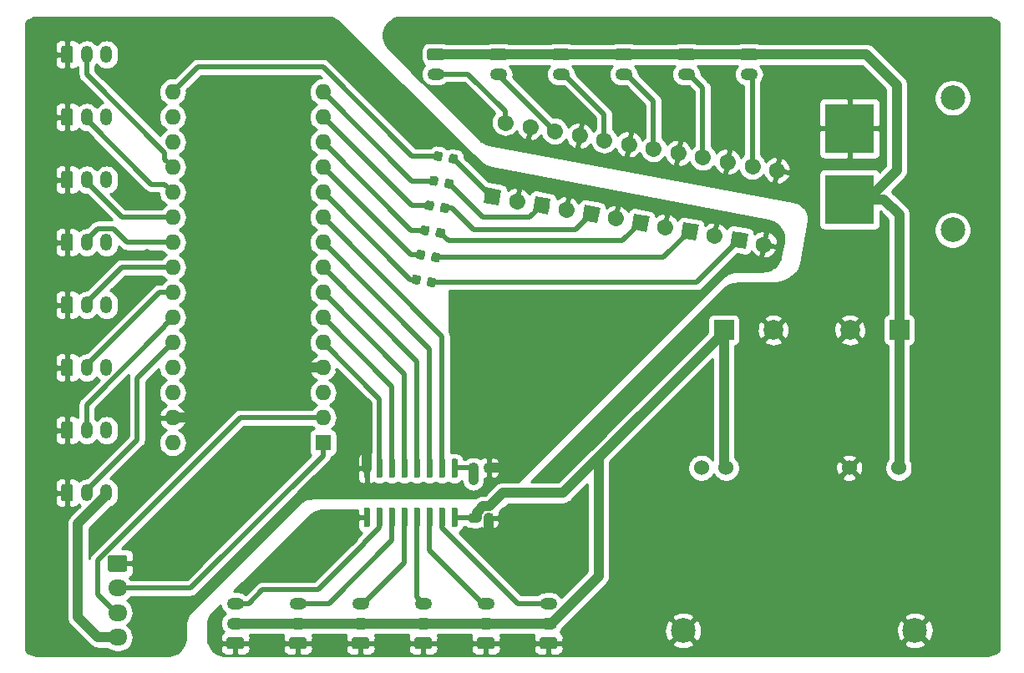
<source format=gtl>
G04 #@! TF.GenerationSoftware,KiCad,Pcbnew,(5.1.2)-1*
G04 #@! TF.CreationDate,2019-08-22T02:38:18+09:00*
G04 #@! TF.ProjectId,AIR_SRV_SIX,4149525f-5352-4565-9f53-49582e6b6963,rev?*
G04 #@! TF.SameCoordinates,PXaba9500PY47868c0*
G04 #@! TF.FileFunction,Copper,L1,Top*
G04 #@! TF.FilePolarity,Positive*
%FSLAX46Y46*%
G04 Gerber Fmt 4.6, Leading zero omitted, Abs format (unit mm)*
G04 Created by KiCad (PCBNEW (5.1.2)-1) date 2019-08-22 02:38:18*
%MOMM*%
%LPD*%
G04 APERTURE LIST*
%ADD10R,1.600000X1.600000*%
%ADD11O,1.600000X1.600000*%
%ADD12C,0.100000*%
%ADD13C,0.875000*%
%ADD14R,2.000000X2.000000*%
%ADD15C,2.000000*%
%ADD16C,0.600000*%
%ADD17C,1.200000*%
%ADD18O,1.750000X1.200000*%
%ADD19O,1.200000X1.750000*%
%ADD20C,1.700000*%
%ADD21O,1.950000X1.700000*%
%ADD22C,2.500000*%
%ADD23R,5.000000X5.000000*%
%ADD24C,1.600000*%
%ADD25C,1.600000*%
%ADD26C,1.524000*%
%ADD27C,0.800000*%
%ADD28C,0.500000*%
%ADD29C,1.000000*%
%ADD30C,0.254000*%
G04 APERTURE END LIST*
D10*
X30820000Y-53270000D03*
D11*
X15580000Y-20250000D03*
X30820000Y-50730000D03*
X15580000Y-22790000D03*
X30820000Y-48190000D03*
X15580000Y-25330000D03*
X30820000Y-45650000D03*
X15580000Y-27870000D03*
X30820000Y-43110000D03*
X15580000Y-30410000D03*
X30820000Y-40570000D03*
X15580000Y-32950000D03*
X30820000Y-38030000D03*
X15580000Y-35490000D03*
X30820000Y-35490000D03*
X15580000Y-38030000D03*
X30820000Y-32950000D03*
X15580000Y-40570000D03*
X30820000Y-30410000D03*
X15580000Y-43110000D03*
X30820000Y-27870000D03*
X15580000Y-45650000D03*
X30820000Y-25330000D03*
X15580000Y-48190000D03*
X30820000Y-22790000D03*
X15580000Y-50730000D03*
X30820000Y-20250000D03*
X15580000Y-53270000D03*
X30820000Y-17710000D03*
X15580000Y-17710000D03*
D12*
G36*
X46300191Y-60416053D02*
G01*
X46321426Y-60419203D01*
X46342250Y-60424419D01*
X46362462Y-60431651D01*
X46381868Y-60440830D01*
X46400281Y-60451866D01*
X46417524Y-60464654D01*
X46433430Y-60479070D01*
X46447846Y-60494976D01*
X46460634Y-60512219D01*
X46471670Y-60530632D01*
X46480849Y-60550038D01*
X46488081Y-60570250D01*
X46493297Y-60591074D01*
X46496447Y-60612309D01*
X46497500Y-60633750D01*
X46497500Y-61146250D01*
X46496447Y-61167691D01*
X46493297Y-61188926D01*
X46488081Y-61209750D01*
X46480849Y-61229962D01*
X46471670Y-61249368D01*
X46460634Y-61267781D01*
X46447846Y-61285024D01*
X46433430Y-61300930D01*
X46417524Y-61315346D01*
X46400281Y-61328134D01*
X46381868Y-61339170D01*
X46362462Y-61348349D01*
X46342250Y-61355581D01*
X46321426Y-61360797D01*
X46300191Y-61363947D01*
X46278750Y-61365000D01*
X45841250Y-61365000D01*
X45819809Y-61363947D01*
X45798574Y-61360797D01*
X45777750Y-61355581D01*
X45757538Y-61348349D01*
X45738132Y-61339170D01*
X45719719Y-61328134D01*
X45702476Y-61315346D01*
X45686570Y-61300930D01*
X45672154Y-61285024D01*
X45659366Y-61267781D01*
X45648330Y-61249368D01*
X45639151Y-61229962D01*
X45631919Y-61209750D01*
X45626703Y-61188926D01*
X45623553Y-61167691D01*
X45622500Y-61146250D01*
X45622500Y-60633750D01*
X45623553Y-60612309D01*
X45626703Y-60591074D01*
X45631919Y-60570250D01*
X45639151Y-60550038D01*
X45648330Y-60530632D01*
X45659366Y-60512219D01*
X45672154Y-60494976D01*
X45686570Y-60479070D01*
X45702476Y-60464654D01*
X45719719Y-60451866D01*
X45738132Y-60440830D01*
X45757538Y-60431651D01*
X45777750Y-60424419D01*
X45798574Y-60419203D01*
X45819809Y-60416053D01*
X45841250Y-60415000D01*
X46278750Y-60415000D01*
X46300191Y-60416053D01*
X46300191Y-60416053D01*
G37*
D13*
X46060000Y-60890000D03*
D12*
G36*
X47875191Y-60416053D02*
G01*
X47896426Y-60419203D01*
X47917250Y-60424419D01*
X47937462Y-60431651D01*
X47956868Y-60440830D01*
X47975281Y-60451866D01*
X47992524Y-60464654D01*
X48008430Y-60479070D01*
X48022846Y-60494976D01*
X48035634Y-60512219D01*
X48046670Y-60530632D01*
X48055849Y-60550038D01*
X48063081Y-60570250D01*
X48068297Y-60591074D01*
X48071447Y-60612309D01*
X48072500Y-60633750D01*
X48072500Y-61146250D01*
X48071447Y-61167691D01*
X48068297Y-61188926D01*
X48063081Y-61209750D01*
X48055849Y-61229962D01*
X48046670Y-61249368D01*
X48035634Y-61267781D01*
X48022846Y-61285024D01*
X48008430Y-61300930D01*
X47992524Y-61315346D01*
X47975281Y-61328134D01*
X47956868Y-61339170D01*
X47937462Y-61348349D01*
X47917250Y-61355581D01*
X47896426Y-61360797D01*
X47875191Y-61363947D01*
X47853750Y-61365000D01*
X47416250Y-61365000D01*
X47394809Y-61363947D01*
X47373574Y-61360797D01*
X47352750Y-61355581D01*
X47332538Y-61348349D01*
X47313132Y-61339170D01*
X47294719Y-61328134D01*
X47277476Y-61315346D01*
X47261570Y-61300930D01*
X47247154Y-61285024D01*
X47234366Y-61267781D01*
X47223330Y-61249368D01*
X47214151Y-61229962D01*
X47206919Y-61209750D01*
X47201703Y-61188926D01*
X47198553Y-61167691D01*
X47197500Y-61146250D01*
X47197500Y-60633750D01*
X47198553Y-60612309D01*
X47201703Y-60591074D01*
X47206919Y-60570250D01*
X47214151Y-60550038D01*
X47223330Y-60530632D01*
X47234366Y-60512219D01*
X47247154Y-60494976D01*
X47261570Y-60479070D01*
X47277476Y-60464654D01*
X47294719Y-60451866D01*
X47313132Y-60440830D01*
X47332538Y-60431651D01*
X47352750Y-60424419D01*
X47373574Y-60419203D01*
X47394809Y-60416053D01*
X47416250Y-60415000D01*
X47853750Y-60415000D01*
X47875191Y-60416053D01*
X47875191Y-60416053D01*
G37*
D13*
X47635000Y-60890000D03*
D12*
G36*
X47875191Y-55336053D02*
G01*
X47896426Y-55339203D01*
X47917250Y-55344419D01*
X47937462Y-55351651D01*
X47956868Y-55360830D01*
X47975281Y-55371866D01*
X47992524Y-55384654D01*
X48008430Y-55399070D01*
X48022846Y-55414976D01*
X48035634Y-55432219D01*
X48046670Y-55450632D01*
X48055849Y-55470038D01*
X48063081Y-55490250D01*
X48068297Y-55511074D01*
X48071447Y-55532309D01*
X48072500Y-55553750D01*
X48072500Y-56066250D01*
X48071447Y-56087691D01*
X48068297Y-56108926D01*
X48063081Y-56129750D01*
X48055849Y-56149962D01*
X48046670Y-56169368D01*
X48035634Y-56187781D01*
X48022846Y-56205024D01*
X48008430Y-56220930D01*
X47992524Y-56235346D01*
X47975281Y-56248134D01*
X47956868Y-56259170D01*
X47937462Y-56268349D01*
X47917250Y-56275581D01*
X47896426Y-56280797D01*
X47875191Y-56283947D01*
X47853750Y-56285000D01*
X47416250Y-56285000D01*
X47394809Y-56283947D01*
X47373574Y-56280797D01*
X47352750Y-56275581D01*
X47332538Y-56268349D01*
X47313132Y-56259170D01*
X47294719Y-56248134D01*
X47277476Y-56235346D01*
X47261570Y-56220930D01*
X47247154Y-56205024D01*
X47234366Y-56187781D01*
X47223330Y-56169368D01*
X47214151Y-56149962D01*
X47206919Y-56129750D01*
X47201703Y-56108926D01*
X47198553Y-56087691D01*
X47197500Y-56066250D01*
X47197500Y-55553750D01*
X47198553Y-55532309D01*
X47201703Y-55511074D01*
X47206919Y-55490250D01*
X47214151Y-55470038D01*
X47223330Y-55450632D01*
X47234366Y-55432219D01*
X47247154Y-55414976D01*
X47261570Y-55399070D01*
X47277476Y-55384654D01*
X47294719Y-55371866D01*
X47313132Y-55360830D01*
X47332538Y-55351651D01*
X47352750Y-55344419D01*
X47373574Y-55339203D01*
X47394809Y-55336053D01*
X47416250Y-55335000D01*
X47853750Y-55335000D01*
X47875191Y-55336053D01*
X47875191Y-55336053D01*
G37*
D13*
X47635000Y-55810000D03*
D12*
G36*
X46300191Y-55336053D02*
G01*
X46321426Y-55339203D01*
X46342250Y-55344419D01*
X46362462Y-55351651D01*
X46381868Y-55360830D01*
X46400281Y-55371866D01*
X46417524Y-55384654D01*
X46433430Y-55399070D01*
X46447846Y-55414976D01*
X46460634Y-55432219D01*
X46471670Y-55450632D01*
X46480849Y-55470038D01*
X46488081Y-55490250D01*
X46493297Y-55511074D01*
X46496447Y-55532309D01*
X46497500Y-55553750D01*
X46497500Y-56066250D01*
X46496447Y-56087691D01*
X46493297Y-56108926D01*
X46488081Y-56129750D01*
X46480849Y-56149962D01*
X46471670Y-56169368D01*
X46460634Y-56187781D01*
X46447846Y-56205024D01*
X46433430Y-56220930D01*
X46417524Y-56235346D01*
X46400281Y-56248134D01*
X46381868Y-56259170D01*
X46362462Y-56268349D01*
X46342250Y-56275581D01*
X46321426Y-56280797D01*
X46300191Y-56283947D01*
X46278750Y-56285000D01*
X45841250Y-56285000D01*
X45819809Y-56283947D01*
X45798574Y-56280797D01*
X45777750Y-56275581D01*
X45757538Y-56268349D01*
X45738132Y-56259170D01*
X45719719Y-56248134D01*
X45702476Y-56235346D01*
X45686570Y-56220930D01*
X45672154Y-56205024D01*
X45659366Y-56187781D01*
X45648330Y-56169368D01*
X45639151Y-56149962D01*
X45631919Y-56129750D01*
X45626703Y-56108926D01*
X45623553Y-56087691D01*
X45622500Y-56066250D01*
X45622500Y-55553750D01*
X45623553Y-55532309D01*
X45626703Y-55511074D01*
X45631919Y-55490250D01*
X45639151Y-55470038D01*
X45648330Y-55450632D01*
X45659366Y-55432219D01*
X45672154Y-55414976D01*
X45686570Y-55399070D01*
X45702476Y-55384654D01*
X45719719Y-55371866D01*
X45738132Y-55360830D01*
X45757538Y-55351651D01*
X45777750Y-55344419D01*
X45798574Y-55339203D01*
X45819809Y-55336053D01*
X45841250Y-55335000D01*
X46278750Y-55335000D01*
X46300191Y-55336053D01*
X46300191Y-55336053D01*
G37*
D13*
X46060000Y-55810000D03*
D14*
X89240000Y-41840000D03*
D15*
X84240000Y-41840000D03*
D14*
X71460000Y-41840000D03*
D15*
X76460000Y-41840000D03*
D12*
G36*
X44319703Y-54900722D02*
G01*
X44334264Y-54902882D01*
X44348543Y-54906459D01*
X44362403Y-54911418D01*
X44375710Y-54917712D01*
X44388336Y-54925280D01*
X44400159Y-54934048D01*
X44411066Y-54943934D01*
X44420952Y-54954841D01*
X44429720Y-54966664D01*
X44437288Y-54979290D01*
X44443582Y-54992597D01*
X44448541Y-55006457D01*
X44452118Y-55020736D01*
X44454278Y-55035297D01*
X44455000Y-55050000D01*
X44455000Y-56700000D01*
X44454278Y-56714703D01*
X44452118Y-56729264D01*
X44448541Y-56743543D01*
X44443582Y-56757403D01*
X44437288Y-56770710D01*
X44429720Y-56783336D01*
X44420952Y-56795159D01*
X44411066Y-56806066D01*
X44400159Y-56815952D01*
X44388336Y-56824720D01*
X44375710Y-56832288D01*
X44362403Y-56838582D01*
X44348543Y-56843541D01*
X44334264Y-56847118D01*
X44319703Y-56849278D01*
X44305000Y-56850000D01*
X44005000Y-56850000D01*
X43990297Y-56849278D01*
X43975736Y-56847118D01*
X43961457Y-56843541D01*
X43947597Y-56838582D01*
X43934290Y-56832288D01*
X43921664Y-56824720D01*
X43909841Y-56815952D01*
X43898934Y-56806066D01*
X43889048Y-56795159D01*
X43880280Y-56783336D01*
X43872712Y-56770710D01*
X43866418Y-56757403D01*
X43861459Y-56743543D01*
X43857882Y-56729264D01*
X43855722Y-56714703D01*
X43855000Y-56700000D01*
X43855000Y-55050000D01*
X43855722Y-55035297D01*
X43857882Y-55020736D01*
X43861459Y-55006457D01*
X43866418Y-54992597D01*
X43872712Y-54979290D01*
X43880280Y-54966664D01*
X43889048Y-54954841D01*
X43898934Y-54943934D01*
X43909841Y-54934048D01*
X43921664Y-54925280D01*
X43934290Y-54917712D01*
X43947597Y-54911418D01*
X43961457Y-54906459D01*
X43975736Y-54902882D01*
X43990297Y-54900722D01*
X44005000Y-54900000D01*
X44305000Y-54900000D01*
X44319703Y-54900722D01*
X44319703Y-54900722D01*
G37*
D16*
X44155000Y-55875000D03*
D12*
G36*
X43049703Y-54900722D02*
G01*
X43064264Y-54902882D01*
X43078543Y-54906459D01*
X43092403Y-54911418D01*
X43105710Y-54917712D01*
X43118336Y-54925280D01*
X43130159Y-54934048D01*
X43141066Y-54943934D01*
X43150952Y-54954841D01*
X43159720Y-54966664D01*
X43167288Y-54979290D01*
X43173582Y-54992597D01*
X43178541Y-55006457D01*
X43182118Y-55020736D01*
X43184278Y-55035297D01*
X43185000Y-55050000D01*
X43185000Y-56700000D01*
X43184278Y-56714703D01*
X43182118Y-56729264D01*
X43178541Y-56743543D01*
X43173582Y-56757403D01*
X43167288Y-56770710D01*
X43159720Y-56783336D01*
X43150952Y-56795159D01*
X43141066Y-56806066D01*
X43130159Y-56815952D01*
X43118336Y-56824720D01*
X43105710Y-56832288D01*
X43092403Y-56838582D01*
X43078543Y-56843541D01*
X43064264Y-56847118D01*
X43049703Y-56849278D01*
X43035000Y-56850000D01*
X42735000Y-56850000D01*
X42720297Y-56849278D01*
X42705736Y-56847118D01*
X42691457Y-56843541D01*
X42677597Y-56838582D01*
X42664290Y-56832288D01*
X42651664Y-56824720D01*
X42639841Y-56815952D01*
X42628934Y-56806066D01*
X42619048Y-56795159D01*
X42610280Y-56783336D01*
X42602712Y-56770710D01*
X42596418Y-56757403D01*
X42591459Y-56743543D01*
X42587882Y-56729264D01*
X42585722Y-56714703D01*
X42585000Y-56700000D01*
X42585000Y-55050000D01*
X42585722Y-55035297D01*
X42587882Y-55020736D01*
X42591459Y-55006457D01*
X42596418Y-54992597D01*
X42602712Y-54979290D01*
X42610280Y-54966664D01*
X42619048Y-54954841D01*
X42628934Y-54943934D01*
X42639841Y-54934048D01*
X42651664Y-54925280D01*
X42664290Y-54917712D01*
X42677597Y-54911418D01*
X42691457Y-54906459D01*
X42705736Y-54902882D01*
X42720297Y-54900722D01*
X42735000Y-54900000D01*
X43035000Y-54900000D01*
X43049703Y-54900722D01*
X43049703Y-54900722D01*
G37*
D16*
X42885000Y-55875000D03*
D12*
G36*
X41779703Y-54900722D02*
G01*
X41794264Y-54902882D01*
X41808543Y-54906459D01*
X41822403Y-54911418D01*
X41835710Y-54917712D01*
X41848336Y-54925280D01*
X41860159Y-54934048D01*
X41871066Y-54943934D01*
X41880952Y-54954841D01*
X41889720Y-54966664D01*
X41897288Y-54979290D01*
X41903582Y-54992597D01*
X41908541Y-55006457D01*
X41912118Y-55020736D01*
X41914278Y-55035297D01*
X41915000Y-55050000D01*
X41915000Y-56700000D01*
X41914278Y-56714703D01*
X41912118Y-56729264D01*
X41908541Y-56743543D01*
X41903582Y-56757403D01*
X41897288Y-56770710D01*
X41889720Y-56783336D01*
X41880952Y-56795159D01*
X41871066Y-56806066D01*
X41860159Y-56815952D01*
X41848336Y-56824720D01*
X41835710Y-56832288D01*
X41822403Y-56838582D01*
X41808543Y-56843541D01*
X41794264Y-56847118D01*
X41779703Y-56849278D01*
X41765000Y-56850000D01*
X41465000Y-56850000D01*
X41450297Y-56849278D01*
X41435736Y-56847118D01*
X41421457Y-56843541D01*
X41407597Y-56838582D01*
X41394290Y-56832288D01*
X41381664Y-56824720D01*
X41369841Y-56815952D01*
X41358934Y-56806066D01*
X41349048Y-56795159D01*
X41340280Y-56783336D01*
X41332712Y-56770710D01*
X41326418Y-56757403D01*
X41321459Y-56743543D01*
X41317882Y-56729264D01*
X41315722Y-56714703D01*
X41315000Y-56700000D01*
X41315000Y-55050000D01*
X41315722Y-55035297D01*
X41317882Y-55020736D01*
X41321459Y-55006457D01*
X41326418Y-54992597D01*
X41332712Y-54979290D01*
X41340280Y-54966664D01*
X41349048Y-54954841D01*
X41358934Y-54943934D01*
X41369841Y-54934048D01*
X41381664Y-54925280D01*
X41394290Y-54917712D01*
X41407597Y-54911418D01*
X41421457Y-54906459D01*
X41435736Y-54902882D01*
X41450297Y-54900722D01*
X41465000Y-54900000D01*
X41765000Y-54900000D01*
X41779703Y-54900722D01*
X41779703Y-54900722D01*
G37*
D16*
X41615000Y-55875000D03*
D12*
G36*
X40509703Y-54900722D02*
G01*
X40524264Y-54902882D01*
X40538543Y-54906459D01*
X40552403Y-54911418D01*
X40565710Y-54917712D01*
X40578336Y-54925280D01*
X40590159Y-54934048D01*
X40601066Y-54943934D01*
X40610952Y-54954841D01*
X40619720Y-54966664D01*
X40627288Y-54979290D01*
X40633582Y-54992597D01*
X40638541Y-55006457D01*
X40642118Y-55020736D01*
X40644278Y-55035297D01*
X40645000Y-55050000D01*
X40645000Y-56700000D01*
X40644278Y-56714703D01*
X40642118Y-56729264D01*
X40638541Y-56743543D01*
X40633582Y-56757403D01*
X40627288Y-56770710D01*
X40619720Y-56783336D01*
X40610952Y-56795159D01*
X40601066Y-56806066D01*
X40590159Y-56815952D01*
X40578336Y-56824720D01*
X40565710Y-56832288D01*
X40552403Y-56838582D01*
X40538543Y-56843541D01*
X40524264Y-56847118D01*
X40509703Y-56849278D01*
X40495000Y-56850000D01*
X40195000Y-56850000D01*
X40180297Y-56849278D01*
X40165736Y-56847118D01*
X40151457Y-56843541D01*
X40137597Y-56838582D01*
X40124290Y-56832288D01*
X40111664Y-56824720D01*
X40099841Y-56815952D01*
X40088934Y-56806066D01*
X40079048Y-56795159D01*
X40070280Y-56783336D01*
X40062712Y-56770710D01*
X40056418Y-56757403D01*
X40051459Y-56743543D01*
X40047882Y-56729264D01*
X40045722Y-56714703D01*
X40045000Y-56700000D01*
X40045000Y-55050000D01*
X40045722Y-55035297D01*
X40047882Y-55020736D01*
X40051459Y-55006457D01*
X40056418Y-54992597D01*
X40062712Y-54979290D01*
X40070280Y-54966664D01*
X40079048Y-54954841D01*
X40088934Y-54943934D01*
X40099841Y-54934048D01*
X40111664Y-54925280D01*
X40124290Y-54917712D01*
X40137597Y-54911418D01*
X40151457Y-54906459D01*
X40165736Y-54902882D01*
X40180297Y-54900722D01*
X40195000Y-54900000D01*
X40495000Y-54900000D01*
X40509703Y-54900722D01*
X40509703Y-54900722D01*
G37*
D16*
X40345000Y-55875000D03*
D12*
G36*
X39239703Y-54900722D02*
G01*
X39254264Y-54902882D01*
X39268543Y-54906459D01*
X39282403Y-54911418D01*
X39295710Y-54917712D01*
X39308336Y-54925280D01*
X39320159Y-54934048D01*
X39331066Y-54943934D01*
X39340952Y-54954841D01*
X39349720Y-54966664D01*
X39357288Y-54979290D01*
X39363582Y-54992597D01*
X39368541Y-55006457D01*
X39372118Y-55020736D01*
X39374278Y-55035297D01*
X39375000Y-55050000D01*
X39375000Y-56700000D01*
X39374278Y-56714703D01*
X39372118Y-56729264D01*
X39368541Y-56743543D01*
X39363582Y-56757403D01*
X39357288Y-56770710D01*
X39349720Y-56783336D01*
X39340952Y-56795159D01*
X39331066Y-56806066D01*
X39320159Y-56815952D01*
X39308336Y-56824720D01*
X39295710Y-56832288D01*
X39282403Y-56838582D01*
X39268543Y-56843541D01*
X39254264Y-56847118D01*
X39239703Y-56849278D01*
X39225000Y-56850000D01*
X38925000Y-56850000D01*
X38910297Y-56849278D01*
X38895736Y-56847118D01*
X38881457Y-56843541D01*
X38867597Y-56838582D01*
X38854290Y-56832288D01*
X38841664Y-56824720D01*
X38829841Y-56815952D01*
X38818934Y-56806066D01*
X38809048Y-56795159D01*
X38800280Y-56783336D01*
X38792712Y-56770710D01*
X38786418Y-56757403D01*
X38781459Y-56743543D01*
X38777882Y-56729264D01*
X38775722Y-56714703D01*
X38775000Y-56700000D01*
X38775000Y-55050000D01*
X38775722Y-55035297D01*
X38777882Y-55020736D01*
X38781459Y-55006457D01*
X38786418Y-54992597D01*
X38792712Y-54979290D01*
X38800280Y-54966664D01*
X38809048Y-54954841D01*
X38818934Y-54943934D01*
X38829841Y-54934048D01*
X38841664Y-54925280D01*
X38854290Y-54917712D01*
X38867597Y-54911418D01*
X38881457Y-54906459D01*
X38895736Y-54902882D01*
X38910297Y-54900722D01*
X38925000Y-54900000D01*
X39225000Y-54900000D01*
X39239703Y-54900722D01*
X39239703Y-54900722D01*
G37*
D16*
X39075000Y-55875000D03*
D12*
G36*
X37969703Y-54900722D02*
G01*
X37984264Y-54902882D01*
X37998543Y-54906459D01*
X38012403Y-54911418D01*
X38025710Y-54917712D01*
X38038336Y-54925280D01*
X38050159Y-54934048D01*
X38061066Y-54943934D01*
X38070952Y-54954841D01*
X38079720Y-54966664D01*
X38087288Y-54979290D01*
X38093582Y-54992597D01*
X38098541Y-55006457D01*
X38102118Y-55020736D01*
X38104278Y-55035297D01*
X38105000Y-55050000D01*
X38105000Y-56700000D01*
X38104278Y-56714703D01*
X38102118Y-56729264D01*
X38098541Y-56743543D01*
X38093582Y-56757403D01*
X38087288Y-56770710D01*
X38079720Y-56783336D01*
X38070952Y-56795159D01*
X38061066Y-56806066D01*
X38050159Y-56815952D01*
X38038336Y-56824720D01*
X38025710Y-56832288D01*
X38012403Y-56838582D01*
X37998543Y-56843541D01*
X37984264Y-56847118D01*
X37969703Y-56849278D01*
X37955000Y-56850000D01*
X37655000Y-56850000D01*
X37640297Y-56849278D01*
X37625736Y-56847118D01*
X37611457Y-56843541D01*
X37597597Y-56838582D01*
X37584290Y-56832288D01*
X37571664Y-56824720D01*
X37559841Y-56815952D01*
X37548934Y-56806066D01*
X37539048Y-56795159D01*
X37530280Y-56783336D01*
X37522712Y-56770710D01*
X37516418Y-56757403D01*
X37511459Y-56743543D01*
X37507882Y-56729264D01*
X37505722Y-56714703D01*
X37505000Y-56700000D01*
X37505000Y-55050000D01*
X37505722Y-55035297D01*
X37507882Y-55020736D01*
X37511459Y-55006457D01*
X37516418Y-54992597D01*
X37522712Y-54979290D01*
X37530280Y-54966664D01*
X37539048Y-54954841D01*
X37548934Y-54943934D01*
X37559841Y-54934048D01*
X37571664Y-54925280D01*
X37584290Y-54917712D01*
X37597597Y-54911418D01*
X37611457Y-54906459D01*
X37625736Y-54902882D01*
X37640297Y-54900722D01*
X37655000Y-54900000D01*
X37955000Y-54900000D01*
X37969703Y-54900722D01*
X37969703Y-54900722D01*
G37*
D16*
X37805000Y-55875000D03*
D12*
G36*
X36699703Y-54900722D02*
G01*
X36714264Y-54902882D01*
X36728543Y-54906459D01*
X36742403Y-54911418D01*
X36755710Y-54917712D01*
X36768336Y-54925280D01*
X36780159Y-54934048D01*
X36791066Y-54943934D01*
X36800952Y-54954841D01*
X36809720Y-54966664D01*
X36817288Y-54979290D01*
X36823582Y-54992597D01*
X36828541Y-55006457D01*
X36832118Y-55020736D01*
X36834278Y-55035297D01*
X36835000Y-55050000D01*
X36835000Y-56700000D01*
X36834278Y-56714703D01*
X36832118Y-56729264D01*
X36828541Y-56743543D01*
X36823582Y-56757403D01*
X36817288Y-56770710D01*
X36809720Y-56783336D01*
X36800952Y-56795159D01*
X36791066Y-56806066D01*
X36780159Y-56815952D01*
X36768336Y-56824720D01*
X36755710Y-56832288D01*
X36742403Y-56838582D01*
X36728543Y-56843541D01*
X36714264Y-56847118D01*
X36699703Y-56849278D01*
X36685000Y-56850000D01*
X36385000Y-56850000D01*
X36370297Y-56849278D01*
X36355736Y-56847118D01*
X36341457Y-56843541D01*
X36327597Y-56838582D01*
X36314290Y-56832288D01*
X36301664Y-56824720D01*
X36289841Y-56815952D01*
X36278934Y-56806066D01*
X36269048Y-56795159D01*
X36260280Y-56783336D01*
X36252712Y-56770710D01*
X36246418Y-56757403D01*
X36241459Y-56743543D01*
X36237882Y-56729264D01*
X36235722Y-56714703D01*
X36235000Y-56700000D01*
X36235000Y-55050000D01*
X36235722Y-55035297D01*
X36237882Y-55020736D01*
X36241459Y-55006457D01*
X36246418Y-54992597D01*
X36252712Y-54979290D01*
X36260280Y-54966664D01*
X36269048Y-54954841D01*
X36278934Y-54943934D01*
X36289841Y-54934048D01*
X36301664Y-54925280D01*
X36314290Y-54917712D01*
X36327597Y-54911418D01*
X36341457Y-54906459D01*
X36355736Y-54902882D01*
X36370297Y-54900722D01*
X36385000Y-54900000D01*
X36685000Y-54900000D01*
X36699703Y-54900722D01*
X36699703Y-54900722D01*
G37*
D16*
X36535000Y-55875000D03*
D12*
G36*
X35429703Y-54900722D02*
G01*
X35444264Y-54902882D01*
X35458543Y-54906459D01*
X35472403Y-54911418D01*
X35485710Y-54917712D01*
X35498336Y-54925280D01*
X35510159Y-54934048D01*
X35521066Y-54943934D01*
X35530952Y-54954841D01*
X35539720Y-54966664D01*
X35547288Y-54979290D01*
X35553582Y-54992597D01*
X35558541Y-55006457D01*
X35562118Y-55020736D01*
X35564278Y-55035297D01*
X35565000Y-55050000D01*
X35565000Y-56700000D01*
X35564278Y-56714703D01*
X35562118Y-56729264D01*
X35558541Y-56743543D01*
X35553582Y-56757403D01*
X35547288Y-56770710D01*
X35539720Y-56783336D01*
X35530952Y-56795159D01*
X35521066Y-56806066D01*
X35510159Y-56815952D01*
X35498336Y-56824720D01*
X35485710Y-56832288D01*
X35472403Y-56838582D01*
X35458543Y-56843541D01*
X35444264Y-56847118D01*
X35429703Y-56849278D01*
X35415000Y-56850000D01*
X35115000Y-56850000D01*
X35100297Y-56849278D01*
X35085736Y-56847118D01*
X35071457Y-56843541D01*
X35057597Y-56838582D01*
X35044290Y-56832288D01*
X35031664Y-56824720D01*
X35019841Y-56815952D01*
X35008934Y-56806066D01*
X34999048Y-56795159D01*
X34990280Y-56783336D01*
X34982712Y-56770710D01*
X34976418Y-56757403D01*
X34971459Y-56743543D01*
X34967882Y-56729264D01*
X34965722Y-56714703D01*
X34965000Y-56700000D01*
X34965000Y-55050000D01*
X34965722Y-55035297D01*
X34967882Y-55020736D01*
X34971459Y-55006457D01*
X34976418Y-54992597D01*
X34982712Y-54979290D01*
X34990280Y-54966664D01*
X34999048Y-54954841D01*
X35008934Y-54943934D01*
X35019841Y-54934048D01*
X35031664Y-54925280D01*
X35044290Y-54917712D01*
X35057597Y-54911418D01*
X35071457Y-54906459D01*
X35085736Y-54902882D01*
X35100297Y-54900722D01*
X35115000Y-54900000D01*
X35415000Y-54900000D01*
X35429703Y-54900722D01*
X35429703Y-54900722D01*
G37*
D16*
X35265000Y-55875000D03*
D12*
G36*
X35429703Y-59850722D02*
G01*
X35444264Y-59852882D01*
X35458543Y-59856459D01*
X35472403Y-59861418D01*
X35485710Y-59867712D01*
X35498336Y-59875280D01*
X35510159Y-59884048D01*
X35521066Y-59893934D01*
X35530952Y-59904841D01*
X35539720Y-59916664D01*
X35547288Y-59929290D01*
X35553582Y-59942597D01*
X35558541Y-59956457D01*
X35562118Y-59970736D01*
X35564278Y-59985297D01*
X35565000Y-60000000D01*
X35565000Y-61650000D01*
X35564278Y-61664703D01*
X35562118Y-61679264D01*
X35558541Y-61693543D01*
X35553582Y-61707403D01*
X35547288Y-61720710D01*
X35539720Y-61733336D01*
X35530952Y-61745159D01*
X35521066Y-61756066D01*
X35510159Y-61765952D01*
X35498336Y-61774720D01*
X35485710Y-61782288D01*
X35472403Y-61788582D01*
X35458543Y-61793541D01*
X35444264Y-61797118D01*
X35429703Y-61799278D01*
X35415000Y-61800000D01*
X35115000Y-61800000D01*
X35100297Y-61799278D01*
X35085736Y-61797118D01*
X35071457Y-61793541D01*
X35057597Y-61788582D01*
X35044290Y-61782288D01*
X35031664Y-61774720D01*
X35019841Y-61765952D01*
X35008934Y-61756066D01*
X34999048Y-61745159D01*
X34990280Y-61733336D01*
X34982712Y-61720710D01*
X34976418Y-61707403D01*
X34971459Y-61693543D01*
X34967882Y-61679264D01*
X34965722Y-61664703D01*
X34965000Y-61650000D01*
X34965000Y-60000000D01*
X34965722Y-59985297D01*
X34967882Y-59970736D01*
X34971459Y-59956457D01*
X34976418Y-59942597D01*
X34982712Y-59929290D01*
X34990280Y-59916664D01*
X34999048Y-59904841D01*
X35008934Y-59893934D01*
X35019841Y-59884048D01*
X35031664Y-59875280D01*
X35044290Y-59867712D01*
X35057597Y-59861418D01*
X35071457Y-59856459D01*
X35085736Y-59852882D01*
X35100297Y-59850722D01*
X35115000Y-59850000D01*
X35415000Y-59850000D01*
X35429703Y-59850722D01*
X35429703Y-59850722D01*
G37*
D16*
X35265000Y-60825000D03*
D12*
G36*
X36699703Y-59850722D02*
G01*
X36714264Y-59852882D01*
X36728543Y-59856459D01*
X36742403Y-59861418D01*
X36755710Y-59867712D01*
X36768336Y-59875280D01*
X36780159Y-59884048D01*
X36791066Y-59893934D01*
X36800952Y-59904841D01*
X36809720Y-59916664D01*
X36817288Y-59929290D01*
X36823582Y-59942597D01*
X36828541Y-59956457D01*
X36832118Y-59970736D01*
X36834278Y-59985297D01*
X36835000Y-60000000D01*
X36835000Y-61650000D01*
X36834278Y-61664703D01*
X36832118Y-61679264D01*
X36828541Y-61693543D01*
X36823582Y-61707403D01*
X36817288Y-61720710D01*
X36809720Y-61733336D01*
X36800952Y-61745159D01*
X36791066Y-61756066D01*
X36780159Y-61765952D01*
X36768336Y-61774720D01*
X36755710Y-61782288D01*
X36742403Y-61788582D01*
X36728543Y-61793541D01*
X36714264Y-61797118D01*
X36699703Y-61799278D01*
X36685000Y-61800000D01*
X36385000Y-61800000D01*
X36370297Y-61799278D01*
X36355736Y-61797118D01*
X36341457Y-61793541D01*
X36327597Y-61788582D01*
X36314290Y-61782288D01*
X36301664Y-61774720D01*
X36289841Y-61765952D01*
X36278934Y-61756066D01*
X36269048Y-61745159D01*
X36260280Y-61733336D01*
X36252712Y-61720710D01*
X36246418Y-61707403D01*
X36241459Y-61693543D01*
X36237882Y-61679264D01*
X36235722Y-61664703D01*
X36235000Y-61650000D01*
X36235000Y-60000000D01*
X36235722Y-59985297D01*
X36237882Y-59970736D01*
X36241459Y-59956457D01*
X36246418Y-59942597D01*
X36252712Y-59929290D01*
X36260280Y-59916664D01*
X36269048Y-59904841D01*
X36278934Y-59893934D01*
X36289841Y-59884048D01*
X36301664Y-59875280D01*
X36314290Y-59867712D01*
X36327597Y-59861418D01*
X36341457Y-59856459D01*
X36355736Y-59852882D01*
X36370297Y-59850722D01*
X36385000Y-59850000D01*
X36685000Y-59850000D01*
X36699703Y-59850722D01*
X36699703Y-59850722D01*
G37*
D16*
X36535000Y-60825000D03*
D12*
G36*
X37969703Y-59850722D02*
G01*
X37984264Y-59852882D01*
X37998543Y-59856459D01*
X38012403Y-59861418D01*
X38025710Y-59867712D01*
X38038336Y-59875280D01*
X38050159Y-59884048D01*
X38061066Y-59893934D01*
X38070952Y-59904841D01*
X38079720Y-59916664D01*
X38087288Y-59929290D01*
X38093582Y-59942597D01*
X38098541Y-59956457D01*
X38102118Y-59970736D01*
X38104278Y-59985297D01*
X38105000Y-60000000D01*
X38105000Y-61650000D01*
X38104278Y-61664703D01*
X38102118Y-61679264D01*
X38098541Y-61693543D01*
X38093582Y-61707403D01*
X38087288Y-61720710D01*
X38079720Y-61733336D01*
X38070952Y-61745159D01*
X38061066Y-61756066D01*
X38050159Y-61765952D01*
X38038336Y-61774720D01*
X38025710Y-61782288D01*
X38012403Y-61788582D01*
X37998543Y-61793541D01*
X37984264Y-61797118D01*
X37969703Y-61799278D01*
X37955000Y-61800000D01*
X37655000Y-61800000D01*
X37640297Y-61799278D01*
X37625736Y-61797118D01*
X37611457Y-61793541D01*
X37597597Y-61788582D01*
X37584290Y-61782288D01*
X37571664Y-61774720D01*
X37559841Y-61765952D01*
X37548934Y-61756066D01*
X37539048Y-61745159D01*
X37530280Y-61733336D01*
X37522712Y-61720710D01*
X37516418Y-61707403D01*
X37511459Y-61693543D01*
X37507882Y-61679264D01*
X37505722Y-61664703D01*
X37505000Y-61650000D01*
X37505000Y-60000000D01*
X37505722Y-59985297D01*
X37507882Y-59970736D01*
X37511459Y-59956457D01*
X37516418Y-59942597D01*
X37522712Y-59929290D01*
X37530280Y-59916664D01*
X37539048Y-59904841D01*
X37548934Y-59893934D01*
X37559841Y-59884048D01*
X37571664Y-59875280D01*
X37584290Y-59867712D01*
X37597597Y-59861418D01*
X37611457Y-59856459D01*
X37625736Y-59852882D01*
X37640297Y-59850722D01*
X37655000Y-59850000D01*
X37955000Y-59850000D01*
X37969703Y-59850722D01*
X37969703Y-59850722D01*
G37*
D16*
X37805000Y-60825000D03*
D12*
G36*
X39239703Y-59850722D02*
G01*
X39254264Y-59852882D01*
X39268543Y-59856459D01*
X39282403Y-59861418D01*
X39295710Y-59867712D01*
X39308336Y-59875280D01*
X39320159Y-59884048D01*
X39331066Y-59893934D01*
X39340952Y-59904841D01*
X39349720Y-59916664D01*
X39357288Y-59929290D01*
X39363582Y-59942597D01*
X39368541Y-59956457D01*
X39372118Y-59970736D01*
X39374278Y-59985297D01*
X39375000Y-60000000D01*
X39375000Y-61650000D01*
X39374278Y-61664703D01*
X39372118Y-61679264D01*
X39368541Y-61693543D01*
X39363582Y-61707403D01*
X39357288Y-61720710D01*
X39349720Y-61733336D01*
X39340952Y-61745159D01*
X39331066Y-61756066D01*
X39320159Y-61765952D01*
X39308336Y-61774720D01*
X39295710Y-61782288D01*
X39282403Y-61788582D01*
X39268543Y-61793541D01*
X39254264Y-61797118D01*
X39239703Y-61799278D01*
X39225000Y-61800000D01*
X38925000Y-61800000D01*
X38910297Y-61799278D01*
X38895736Y-61797118D01*
X38881457Y-61793541D01*
X38867597Y-61788582D01*
X38854290Y-61782288D01*
X38841664Y-61774720D01*
X38829841Y-61765952D01*
X38818934Y-61756066D01*
X38809048Y-61745159D01*
X38800280Y-61733336D01*
X38792712Y-61720710D01*
X38786418Y-61707403D01*
X38781459Y-61693543D01*
X38777882Y-61679264D01*
X38775722Y-61664703D01*
X38775000Y-61650000D01*
X38775000Y-60000000D01*
X38775722Y-59985297D01*
X38777882Y-59970736D01*
X38781459Y-59956457D01*
X38786418Y-59942597D01*
X38792712Y-59929290D01*
X38800280Y-59916664D01*
X38809048Y-59904841D01*
X38818934Y-59893934D01*
X38829841Y-59884048D01*
X38841664Y-59875280D01*
X38854290Y-59867712D01*
X38867597Y-59861418D01*
X38881457Y-59856459D01*
X38895736Y-59852882D01*
X38910297Y-59850722D01*
X38925000Y-59850000D01*
X39225000Y-59850000D01*
X39239703Y-59850722D01*
X39239703Y-59850722D01*
G37*
D16*
X39075000Y-60825000D03*
D12*
G36*
X40509703Y-59850722D02*
G01*
X40524264Y-59852882D01*
X40538543Y-59856459D01*
X40552403Y-59861418D01*
X40565710Y-59867712D01*
X40578336Y-59875280D01*
X40590159Y-59884048D01*
X40601066Y-59893934D01*
X40610952Y-59904841D01*
X40619720Y-59916664D01*
X40627288Y-59929290D01*
X40633582Y-59942597D01*
X40638541Y-59956457D01*
X40642118Y-59970736D01*
X40644278Y-59985297D01*
X40645000Y-60000000D01*
X40645000Y-61650000D01*
X40644278Y-61664703D01*
X40642118Y-61679264D01*
X40638541Y-61693543D01*
X40633582Y-61707403D01*
X40627288Y-61720710D01*
X40619720Y-61733336D01*
X40610952Y-61745159D01*
X40601066Y-61756066D01*
X40590159Y-61765952D01*
X40578336Y-61774720D01*
X40565710Y-61782288D01*
X40552403Y-61788582D01*
X40538543Y-61793541D01*
X40524264Y-61797118D01*
X40509703Y-61799278D01*
X40495000Y-61800000D01*
X40195000Y-61800000D01*
X40180297Y-61799278D01*
X40165736Y-61797118D01*
X40151457Y-61793541D01*
X40137597Y-61788582D01*
X40124290Y-61782288D01*
X40111664Y-61774720D01*
X40099841Y-61765952D01*
X40088934Y-61756066D01*
X40079048Y-61745159D01*
X40070280Y-61733336D01*
X40062712Y-61720710D01*
X40056418Y-61707403D01*
X40051459Y-61693543D01*
X40047882Y-61679264D01*
X40045722Y-61664703D01*
X40045000Y-61650000D01*
X40045000Y-60000000D01*
X40045722Y-59985297D01*
X40047882Y-59970736D01*
X40051459Y-59956457D01*
X40056418Y-59942597D01*
X40062712Y-59929290D01*
X40070280Y-59916664D01*
X40079048Y-59904841D01*
X40088934Y-59893934D01*
X40099841Y-59884048D01*
X40111664Y-59875280D01*
X40124290Y-59867712D01*
X40137597Y-59861418D01*
X40151457Y-59856459D01*
X40165736Y-59852882D01*
X40180297Y-59850722D01*
X40195000Y-59850000D01*
X40495000Y-59850000D01*
X40509703Y-59850722D01*
X40509703Y-59850722D01*
G37*
D16*
X40345000Y-60825000D03*
D12*
G36*
X41779703Y-59850722D02*
G01*
X41794264Y-59852882D01*
X41808543Y-59856459D01*
X41822403Y-59861418D01*
X41835710Y-59867712D01*
X41848336Y-59875280D01*
X41860159Y-59884048D01*
X41871066Y-59893934D01*
X41880952Y-59904841D01*
X41889720Y-59916664D01*
X41897288Y-59929290D01*
X41903582Y-59942597D01*
X41908541Y-59956457D01*
X41912118Y-59970736D01*
X41914278Y-59985297D01*
X41915000Y-60000000D01*
X41915000Y-61650000D01*
X41914278Y-61664703D01*
X41912118Y-61679264D01*
X41908541Y-61693543D01*
X41903582Y-61707403D01*
X41897288Y-61720710D01*
X41889720Y-61733336D01*
X41880952Y-61745159D01*
X41871066Y-61756066D01*
X41860159Y-61765952D01*
X41848336Y-61774720D01*
X41835710Y-61782288D01*
X41822403Y-61788582D01*
X41808543Y-61793541D01*
X41794264Y-61797118D01*
X41779703Y-61799278D01*
X41765000Y-61800000D01*
X41465000Y-61800000D01*
X41450297Y-61799278D01*
X41435736Y-61797118D01*
X41421457Y-61793541D01*
X41407597Y-61788582D01*
X41394290Y-61782288D01*
X41381664Y-61774720D01*
X41369841Y-61765952D01*
X41358934Y-61756066D01*
X41349048Y-61745159D01*
X41340280Y-61733336D01*
X41332712Y-61720710D01*
X41326418Y-61707403D01*
X41321459Y-61693543D01*
X41317882Y-61679264D01*
X41315722Y-61664703D01*
X41315000Y-61650000D01*
X41315000Y-60000000D01*
X41315722Y-59985297D01*
X41317882Y-59970736D01*
X41321459Y-59956457D01*
X41326418Y-59942597D01*
X41332712Y-59929290D01*
X41340280Y-59916664D01*
X41349048Y-59904841D01*
X41358934Y-59893934D01*
X41369841Y-59884048D01*
X41381664Y-59875280D01*
X41394290Y-59867712D01*
X41407597Y-59861418D01*
X41421457Y-59856459D01*
X41435736Y-59852882D01*
X41450297Y-59850722D01*
X41465000Y-59850000D01*
X41765000Y-59850000D01*
X41779703Y-59850722D01*
X41779703Y-59850722D01*
G37*
D16*
X41615000Y-60825000D03*
D12*
G36*
X43049703Y-59850722D02*
G01*
X43064264Y-59852882D01*
X43078543Y-59856459D01*
X43092403Y-59861418D01*
X43105710Y-59867712D01*
X43118336Y-59875280D01*
X43130159Y-59884048D01*
X43141066Y-59893934D01*
X43150952Y-59904841D01*
X43159720Y-59916664D01*
X43167288Y-59929290D01*
X43173582Y-59942597D01*
X43178541Y-59956457D01*
X43182118Y-59970736D01*
X43184278Y-59985297D01*
X43185000Y-60000000D01*
X43185000Y-61650000D01*
X43184278Y-61664703D01*
X43182118Y-61679264D01*
X43178541Y-61693543D01*
X43173582Y-61707403D01*
X43167288Y-61720710D01*
X43159720Y-61733336D01*
X43150952Y-61745159D01*
X43141066Y-61756066D01*
X43130159Y-61765952D01*
X43118336Y-61774720D01*
X43105710Y-61782288D01*
X43092403Y-61788582D01*
X43078543Y-61793541D01*
X43064264Y-61797118D01*
X43049703Y-61799278D01*
X43035000Y-61800000D01*
X42735000Y-61800000D01*
X42720297Y-61799278D01*
X42705736Y-61797118D01*
X42691457Y-61793541D01*
X42677597Y-61788582D01*
X42664290Y-61782288D01*
X42651664Y-61774720D01*
X42639841Y-61765952D01*
X42628934Y-61756066D01*
X42619048Y-61745159D01*
X42610280Y-61733336D01*
X42602712Y-61720710D01*
X42596418Y-61707403D01*
X42591459Y-61693543D01*
X42587882Y-61679264D01*
X42585722Y-61664703D01*
X42585000Y-61650000D01*
X42585000Y-60000000D01*
X42585722Y-59985297D01*
X42587882Y-59970736D01*
X42591459Y-59956457D01*
X42596418Y-59942597D01*
X42602712Y-59929290D01*
X42610280Y-59916664D01*
X42619048Y-59904841D01*
X42628934Y-59893934D01*
X42639841Y-59884048D01*
X42651664Y-59875280D01*
X42664290Y-59867712D01*
X42677597Y-59861418D01*
X42691457Y-59856459D01*
X42705736Y-59852882D01*
X42720297Y-59850722D01*
X42735000Y-59850000D01*
X43035000Y-59850000D01*
X43049703Y-59850722D01*
X43049703Y-59850722D01*
G37*
D16*
X42885000Y-60825000D03*
D12*
G36*
X44319703Y-59850722D02*
G01*
X44334264Y-59852882D01*
X44348543Y-59856459D01*
X44362403Y-59861418D01*
X44375710Y-59867712D01*
X44388336Y-59875280D01*
X44400159Y-59884048D01*
X44411066Y-59893934D01*
X44420952Y-59904841D01*
X44429720Y-59916664D01*
X44437288Y-59929290D01*
X44443582Y-59942597D01*
X44448541Y-59956457D01*
X44452118Y-59970736D01*
X44454278Y-59985297D01*
X44455000Y-60000000D01*
X44455000Y-61650000D01*
X44454278Y-61664703D01*
X44452118Y-61679264D01*
X44448541Y-61693543D01*
X44443582Y-61707403D01*
X44437288Y-61720710D01*
X44429720Y-61733336D01*
X44420952Y-61745159D01*
X44411066Y-61756066D01*
X44400159Y-61765952D01*
X44388336Y-61774720D01*
X44375710Y-61782288D01*
X44362403Y-61788582D01*
X44348543Y-61793541D01*
X44334264Y-61797118D01*
X44319703Y-61799278D01*
X44305000Y-61800000D01*
X44005000Y-61800000D01*
X43990297Y-61799278D01*
X43975736Y-61797118D01*
X43961457Y-61793541D01*
X43947597Y-61788582D01*
X43934290Y-61782288D01*
X43921664Y-61774720D01*
X43909841Y-61765952D01*
X43898934Y-61756066D01*
X43889048Y-61745159D01*
X43880280Y-61733336D01*
X43872712Y-61720710D01*
X43866418Y-61707403D01*
X43861459Y-61693543D01*
X43857882Y-61679264D01*
X43855722Y-61664703D01*
X43855000Y-61650000D01*
X43855000Y-60000000D01*
X43855722Y-59985297D01*
X43857882Y-59970736D01*
X43861459Y-59956457D01*
X43866418Y-59942597D01*
X43872712Y-59929290D01*
X43880280Y-59916664D01*
X43889048Y-59904841D01*
X43898934Y-59893934D01*
X43909841Y-59884048D01*
X43921664Y-59875280D01*
X43934290Y-59867712D01*
X43947597Y-59861418D01*
X43961457Y-59856459D01*
X43975736Y-59852882D01*
X43990297Y-59850722D01*
X44005000Y-59850000D01*
X44305000Y-59850000D01*
X44319703Y-59850722D01*
X44319703Y-59850722D01*
G37*
D16*
X44155000Y-60825000D03*
D12*
G36*
X22579505Y-72991204D02*
G01*
X22603773Y-72994804D01*
X22627572Y-73000765D01*
X22650671Y-73009030D01*
X22672850Y-73019520D01*
X22693893Y-73032132D01*
X22713599Y-73046747D01*
X22731777Y-73063223D01*
X22748253Y-73081401D01*
X22762868Y-73101107D01*
X22775480Y-73122150D01*
X22785970Y-73144329D01*
X22794235Y-73167428D01*
X22800196Y-73191227D01*
X22803796Y-73215495D01*
X22805000Y-73239999D01*
X22805000Y-73940001D01*
X22803796Y-73964505D01*
X22800196Y-73988773D01*
X22794235Y-74012572D01*
X22785970Y-74035671D01*
X22775480Y-74057850D01*
X22762868Y-74078893D01*
X22748253Y-74098599D01*
X22731777Y-74116777D01*
X22713599Y-74133253D01*
X22693893Y-74147868D01*
X22672850Y-74160480D01*
X22650671Y-74170970D01*
X22627572Y-74179235D01*
X22603773Y-74185196D01*
X22579505Y-74188796D01*
X22555001Y-74190000D01*
X21304999Y-74190000D01*
X21280495Y-74188796D01*
X21256227Y-74185196D01*
X21232428Y-74179235D01*
X21209329Y-74170970D01*
X21187150Y-74160480D01*
X21166107Y-74147868D01*
X21146401Y-74133253D01*
X21128223Y-74116777D01*
X21111747Y-74098599D01*
X21097132Y-74078893D01*
X21084520Y-74057850D01*
X21074030Y-74035671D01*
X21065765Y-74012572D01*
X21059804Y-73988773D01*
X21056204Y-73964505D01*
X21055000Y-73940001D01*
X21055000Y-73239999D01*
X21056204Y-73215495D01*
X21059804Y-73191227D01*
X21065765Y-73167428D01*
X21074030Y-73144329D01*
X21084520Y-73122150D01*
X21097132Y-73101107D01*
X21111747Y-73081401D01*
X21128223Y-73063223D01*
X21146401Y-73046747D01*
X21166107Y-73032132D01*
X21187150Y-73019520D01*
X21209329Y-73009030D01*
X21232428Y-73000765D01*
X21256227Y-72994804D01*
X21280495Y-72991204D01*
X21304999Y-72990000D01*
X22555001Y-72990000D01*
X22579505Y-72991204D01*
X22579505Y-72991204D01*
G37*
D17*
X21930000Y-73590000D03*
D18*
X21930000Y-71590000D03*
X21930000Y-69590000D03*
D12*
G36*
X28929505Y-72991204D02*
G01*
X28953773Y-72994804D01*
X28977572Y-73000765D01*
X29000671Y-73009030D01*
X29022850Y-73019520D01*
X29043893Y-73032132D01*
X29063599Y-73046747D01*
X29081777Y-73063223D01*
X29098253Y-73081401D01*
X29112868Y-73101107D01*
X29125480Y-73122150D01*
X29135970Y-73144329D01*
X29144235Y-73167428D01*
X29150196Y-73191227D01*
X29153796Y-73215495D01*
X29155000Y-73239999D01*
X29155000Y-73940001D01*
X29153796Y-73964505D01*
X29150196Y-73988773D01*
X29144235Y-74012572D01*
X29135970Y-74035671D01*
X29125480Y-74057850D01*
X29112868Y-74078893D01*
X29098253Y-74098599D01*
X29081777Y-74116777D01*
X29063599Y-74133253D01*
X29043893Y-74147868D01*
X29022850Y-74160480D01*
X29000671Y-74170970D01*
X28977572Y-74179235D01*
X28953773Y-74185196D01*
X28929505Y-74188796D01*
X28905001Y-74190000D01*
X27654999Y-74190000D01*
X27630495Y-74188796D01*
X27606227Y-74185196D01*
X27582428Y-74179235D01*
X27559329Y-74170970D01*
X27537150Y-74160480D01*
X27516107Y-74147868D01*
X27496401Y-74133253D01*
X27478223Y-74116777D01*
X27461747Y-74098599D01*
X27447132Y-74078893D01*
X27434520Y-74057850D01*
X27424030Y-74035671D01*
X27415765Y-74012572D01*
X27409804Y-73988773D01*
X27406204Y-73964505D01*
X27405000Y-73940001D01*
X27405000Y-73239999D01*
X27406204Y-73215495D01*
X27409804Y-73191227D01*
X27415765Y-73167428D01*
X27424030Y-73144329D01*
X27434520Y-73122150D01*
X27447132Y-73101107D01*
X27461747Y-73081401D01*
X27478223Y-73063223D01*
X27496401Y-73046747D01*
X27516107Y-73032132D01*
X27537150Y-73019520D01*
X27559329Y-73009030D01*
X27582428Y-73000765D01*
X27606227Y-72994804D01*
X27630495Y-72991204D01*
X27654999Y-72990000D01*
X28905001Y-72990000D01*
X28929505Y-72991204D01*
X28929505Y-72991204D01*
G37*
D17*
X28280000Y-73590000D03*
D18*
X28280000Y-71590000D03*
X28280000Y-69590000D03*
D12*
G36*
X35279505Y-72991204D02*
G01*
X35303773Y-72994804D01*
X35327572Y-73000765D01*
X35350671Y-73009030D01*
X35372850Y-73019520D01*
X35393893Y-73032132D01*
X35413599Y-73046747D01*
X35431777Y-73063223D01*
X35448253Y-73081401D01*
X35462868Y-73101107D01*
X35475480Y-73122150D01*
X35485970Y-73144329D01*
X35494235Y-73167428D01*
X35500196Y-73191227D01*
X35503796Y-73215495D01*
X35505000Y-73239999D01*
X35505000Y-73940001D01*
X35503796Y-73964505D01*
X35500196Y-73988773D01*
X35494235Y-74012572D01*
X35485970Y-74035671D01*
X35475480Y-74057850D01*
X35462868Y-74078893D01*
X35448253Y-74098599D01*
X35431777Y-74116777D01*
X35413599Y-74133253D01*
X35393893Y-74147868D01*
X35372850Y-74160480D01*
X35350671Y-74170970D01*
X35327572Y-74179235D01*
X35303773Y-74185196D01*
X35279505Y-74188796D01*
X35255001Y-74190000D01*
X34004999Y-74190000D01*
X33980495Y-74188796D01*
X33956227Y-74185196D01*
X33932428Y-74179235D01*
X33909329Y-74170970D01*
X33887150Y-74160480D01*
X33866107Y-74147868D01*
X33846401Y-74133253D01*
X33828223Y-74116777D01*
X33811747Y-74098599D01*
X33797132Y-74078893D01*
X33784520Y-74057850D01*
X33774030Y-74035671D01*
X33765765Y-74012572D01*
X33759804Y-73988773D01*
X33756204Y-73964505D01*
X33755000Y-73940001D01*
X33755000Y-73239999D01*
X33756204Y-73215495D01*
X33759804Y-73191227D01*
X33765765Y-73167428D01*
X33774030Y-73144329D01*
X33784520Y-73122150D01*
X33797132Y-73101107D01*
X33811747Y-73081401D01*
X33828223Y-73063223D01*
X33846401Y-73046747D01*
X33866107Y-73032132D01*
X33887150Y-73019520D01*
X33909329Y-73009030D01*
X33932428Y-73000765D01*
X33956227Y-72994804D01*
X33980495Y-72991204D01*
X34004999Y-72990000D01*
X35255001Y-72990000D01*
X35279505Y-72991204D01*
X35279505Y-72991204D01*
G37*
D17*
X34630000Y-73590000D03*
D18*
X34630000Y-71590000D03*
X34630000Y-69590000D03*
D19*
X8880000Y-13900000D03*
X6880000Y-13900000D03*
D12*
G36*
X5254505Y-13026204D02*
G01*
X5278773Y-13029804D01*
X5302572Y-13035765D01*
X5325671Y-13044030D01*
X5347850Y-13054520D01*
X5368893Y-13067132D01*
X5388599Y-13081747D01*
X5406777Y-13098223D01*
X5423253Y-13116401D01*
X5437868Y-13136107D01*
X5450480Y-13157150D01*
X5460970Y-13179329D01*
X5469235Y-13202428D01*
X5475196Y-13226227D01*
X5478796Y-13250495D01*
X5480000Y-13274999D01*
X5480000Y-14525001D01*
X5478796Y-14549505D01*
X5475196Y-14573773D01*
X5469235Y-14597572D01*
X5460970Y-14620671D01*
X5450480Y-14642850D01*
X5437868Y-14663893D01*
X5423253Y-14683599D01*
X5406777Y-14701777D01*
X5388599Y-14718253D01*
X5368893Y-14732868D01*
X5347850Y-14745480D01*
X5325671Y-14755970D01*
X5302572Y-14764235D01*
X5278773Y-14770196D01*
X5254505Y-14773796D01*
X5230001Y-14775000D01*
X4529999Y-14775000D01*
X4505495Y-14773796D01*
X4481227Y-14770196D01*
X4457428Y-14764235D01*
X4434329Y-14755970D01*
X4412150Y-14745480D01*
X4391107Y-14732868D01*
X4371401Y-14718253D01*
X4353223Y-14701777D01*
X4336747Y-14683599D01*
X4322132Y-14663893D01*
X4309520Y-14642850D01*
X4299030Y-14620671D01*
X4290765Y-14597572D01*
X4284804Y-14573773D01*
X4281204Y-14549505D01*
X4280000Y-14525001D01*
X4280000Y-13274999D01*
X4281204Y-13250495D01*
X4284804Y-13226227D01*
X4290765Y-13202428D01*
X4299030Y-13179329D01*
X4309520Y-13157150D01*
X4322132Y-13136107D01*
X4336747Y-13116401D01*
X4353223Y-13098223D01*
X4371401Y-13081747D01*
X4391107Y-13067132D01*
X4412150Y-13054520D01*
X4434329Y-13044030D01*
X4457428Y-13035765D01*
X4481227Y-13029804D01*
X4505495Y-13026204D01*
X4529999Y-13025000D01*
X5230001Y-13025000D01*
X5254505Y-13026204D01*
X5254505Y-13026204D01*
G37*
D17*
X4880000Y-13900000D03*
D12*
G36*
X10749504Y-64651204D02*
G01*
X10773773Y-64654804D01*
X10797571Y-64660765D01*
X10820671Y-64669030D01*
X10842849Y-64679520D01*
X10863893Y-64692133D01*
X10883598Y-64706747D01*
X10901777Y-64723223D01*
X10918253Y-64741402D01*
X10932867Y-64761107D01*
X10945480Y-64782151D01*
X10955970Y-64804329D01*
X10964235Y-64827429D01*
X10970196Y-64851227D01*
X10973796Y-64875496D01*
X10975000Y-64900000D01*
X10975000Y-66100000D01*
X10973796Y-66124504D01*
X10970196Y-66148773D01*
X10964235Y-66172571D01*
X10955970Y-66195671D01*
X10945480Y-66217849D01*
X10932867Y-66238893D01*
X10918253Y-66258598D01*
X10901777Y-66276777D01*
X10883598Y-66293253D01*
X10863893Y-66307867D01*
X10842849Y-66320480D01*
X10820671Y-66330970D01*
X10797571Y-66339235D01*
X10773773Y-66345196D01*
X10749504Y-66348796D01*
X10725000Y-66350000D01*
X9275000Y-66350000D01*
X9250496Y-66348796D01*
X9226227Y-66345196D01*
X9202429Y-66339235D01*
X9179329Y-66330970D01*
X9157151Y-66320480D01*
X9136107Y-66307867D01*
X9116402Y-66293253D01*
X9098223Y-66276777D01*
X9081747Y-66258598D01*
X9067133Y-66238893D01*
X9054520Y-66217849D01*
X9044030Y-66195671D01*
X9035765Y-66172571D01*
X9029804Y-66148773D01*
X9026204Y-66124504D01*
X9025000Y-66100000D01*
X9025000Y-64900000D01*
X9026204Y-64875496D01*
X9029804Y-64851227D01*
X9035765Y-64827429D01*
X9044030Y-64804329D01*
X9054520Y-64782151D01*
X9067133Y-64761107D01*
X9081747Y-64741402D01*
X9098223Y-64723223D01*
X9116402Y-64706747D01*
X9136107Y-64692133D01*
X9157151Y-64679520D01*
X9179329Y-64669030D01*
X9202429Y-64660765D01*
X9226227Y-64654804D01*
X9250496Y-64651204D01*
X9275000Y-64650000D01*
X10725000Y-64650000D01*
X10749504Y-64651204D01*
X10749504Y-64651204D01*
G37*
D20*
X10000000Y-65500000D03*
D21*
X10000000Y-68000000D03*
X10000000Y-70500000D03*
X10000000Y-73000000D03*
D18*
X40980000Y-69590000D03*
X40980000Y-71590000D03*
D12*
G36*
X41629505Y-72991204D02*
G01*
X41653773Y-72994804D01*
X41677572Y-73000765D01*
X41700671Y-73009030D01*
X41722850Y-73019520D01*
X41743893Y-73032132D01*
X41763599Y-73046747D01*
X41781777Y-73063223D01*
X41798253Y-73081401D01*
X41812868Y-73101107D01*
X41825480Y-73122150D01*
X41835970Y-73144329D01*
X41844235Y-73167428D01*
X41850196Y-73191227D01*
X41853796Y-73215495D01*
X41855000Y-73239999D01*
X41855000Y-73940001D01*
X41853796Y-73964505D01*
X41850196Y-73988773D01*
X41844235Y-74012572D01*
X41835970Y-74035671D01*
X41825480Y-74057850D01*
X41812868Y-74078893D01*
X41798253Y-74098599D01*
X41781777Y-74116777D01*
X41763599Y-74133253D01*
X41743893Y-74147868D01*
X41722850Y-74160480D01*
X41700671Y-74170970D01*
X41677572Y-74179235D01*
X41653773Y-74185196D01*
X41629505Y-74188796D01*
X41605001Y-74190000D01*
X40354999Y-74190000D01*
X40330495Y-74188796D01*
X40306227Y-74185196D01*
X40282428Y-74179235D01*
X40259329Y-74170970D01*
X40237150Y-74160480D01*
X40216107Y-74147868D01*
X40196401Y-74133253D01*
X40178223Y-74116777D01*
X40161747Y-74098599D01*
X40147132Y-74078893D01*
X40134520Y-74057850D01*
X40124030Y-74035671D01*
X40115765Y-74012572D01*
X40109804Y-73988773D01*
X40106204Y-73964505D01*
X40105000Y-73940001D01*
X40105000Y-73239999D01*
X40106204Y-73215495D01*
X40109804Y-73191227D01*
X40115765Y-73167428D01*
X40124030Y-73144329D01*
X40134520Y-73122150D01*
X40147132Y-73101107D01*
X40161747Y-73081401D01*
X40178223Y-73063223D01*
X40196401Y-73046747D01*
X40216107Y-73032132D01*
X40237150Y-73019520D01*
X40259329Y-73009030D01*
X40282428Y-73000765D01*
X40306227Y-72994804D01*
X40330495Y-72991204D01*
X40354999Y-72990000D01*
X41605001Y-72990000D01*
X41629505Y-72991204D01*
X41629505Y-72991204D01*
G37*
D17*
X40980000Y-73590000D03*
D12*
G36*
X5254505Y-19376204D02*
G01*
X5278773Y-19379804D01*
X5302572Y-19385765D01*
X5325671Y-19394030D01*
X5347850Y-19404520D01*
X5368893Y-19417132D01*
X5388599Y-19431747D01*
X5406777Y-19448223D01*
X5423253Y-19466401D01*
X5437868Y-19486107D01*
X5450480Y-19507150D01*
X5460970Y-19529329D01*
X5469235Y-19552428D01*
X5475196Y-19576227D01*
X5478796Y-19600495D01*
X5480000Y-19624999D01*
X5480000Y-20875001D01*
X5478796Y-20899505D01*
X5475196Y-20923773D01*
X5469235Y-20947572D01*
X5460970Y-20970671D01*
X5450480Y-20992850D01*
X5437868Y-21013893D01*
X5423253Y-21033599D01*
X5406777Y-21051777D01*
X5388599Y-21068253D01*
X5368893Y-21082868D01*
X5347850Y-21095480D01*
X5325671Y-21105970D01*
X5302572Y-21114235D01*
X5278773Y-21120196D01*
X5254505Y-21123796D01*
X5230001Y-21125000D01*
X4529999Y-21125000D01*
X4505495Y-21123796D01*
X4481227Y-21120196D01*
X4457428Y-21114235D01*
X4434329Y-21105970D01*
X4412150Y-21095480D01*
X4391107Y-21082868D01*
X4371401Y-21068253D01*
X4353223Y-21051777D01*
X4336747Y-21033599D01*
X4322132Y-21013893D01*
X4309520Y-20992850D01*
X4299030Y-20970671D01*
X4290765Y-20947572D01*
X4284804Y-20923773D01*
X4281204Y-20899505D01*
X4280000Y-20875001D01*
X4280000Y-19624999D01*
X4281204Y-19600495D01*
X4284804Y-19576227D01*
X4290765Y-19552428D01*
X4299030Y-19529329D01*
X4309520Y-19507150D01*
X4322132Y-19486107D01*
X4336747Y-19466401D01*
X4353223Y-19448223D01*
X4371401Y-19431747D01*
X4391107Y-19417132D01*
X4412150Y-19404520D01*
X4434329Y-19394030D01*
X4457428Y-19385765D01*
X4481227Y-19379804D01*
X4505495Y-19376204D01*
X4529999Y-19375000D01*
X5230001Y-19375000D01*
X5254505Y-19376204D01*
X5254505Y-19376204D01*
G37*
D17*
X4880000Y-20250000D03*
D19*
X6880000Y-20250000D03*
X8880000Y-20250000D03*
X8880000Y-26600000D03*
X6880000Y-26600000D03*
D12*
G36*
X5254505Y-25726204D02*
G01*
X5278773Y-25729804D01*
X5302572Y-25735765D01*
X5325671Y-25744030D01*
X5347850Y-25754520D01*
X5368893Y-25767132D01*
X5388599Y-25781747D01*
X5406777Y-25798223D01*
X5423253Y-25816401D01*
X5437868Y-25836107D01*
X5450480Y-25857150D01*
X5460970Y-25879329D01*
X5469235Y-25902428D01*
X5475196Y-25926227D01*
X5478796Y-25950495D01*
X5480000Y-25974999D01*
X5480000Y-27225001D01*
X5478796Y-27249505D01*
X5475196Y-27273773D01*
X5469235Y-27297572D01*
X5460970Y-27320671D01*
X5450480Y-27342850D01*
X5437868Y-27363893D01*
X5423253Y-27383599D01*
X5406777Y-27401777D01*
X5388599Y-27418253D01*
X5368893Y-27432868D01*
X5347850Y-27445480D01*
X5325671Y-27455970D01*
X5302572Y-27464235D01*
X5278773Y-27470196D01*
X5254505Y-27473796D01*
X5230001Y-27475000D01*
X4529999Y-27475000D01*
X4505495Y-27473796D01*
X4481227Y-27470196D01*
X4457428Y-27464235D01*
X4434329Y-27455970D01*
X4412150Y-27445480D01*
X4391107Y-27432868D01*
X4371401Y-27418253D01*
X4353223Y-27401777D01*
X4336747Y-27383599D01*
X4322132Y-27363893D01*
X4309520Y-27342850D01*
X4299030Y-27320671D01*
X4290765Y-27297572D01*
X4284804Y-27273773D01*
X4281204Y-27249505D01*
X4280000Y-27225001D01*
X4280000Y-25974999D01*
X4281204Y-25950495D01*
X4284804Y-25926227D01*
X4290765Y-25902428D01*
X4299030Y-25879329D01*
X4309520Y-25857150D01*
X4322132Y-25836107D01*
X4336747Y-25816401D01*
X4353223Y-25798223D01*
X4371401Y-25781747D01*
X4391107Y-25767132D01*
X4412150Y-25754520D01*
X4434329Y-25744030D01*
X4457428Y-25735765D01*
X4481227Y-25729804D01*
X4505495Y-25726204D01*
X4529999Y-25725000D01*
X5230001Y-25725000D01*
X5254505Y-25726204D01*
X5254505Y-25726204D01*
G37*
D17*
X4880000Y-26600000D03*
D12*
G36*
X47979505Y-72991204D02*
G01*
X48003773Y-72994804D01*
X48027572Y-73000765D01*
X48050671Y-73009030D01*
X48072850Y-73019520D01*
X48093893Y-73032132D01*
X48113599Y-73046747D01*
X48131777Y-73063223D01*
X48148253Y-73081401D01*
X48162868Y-73101107D01*
X48175480Y-73122150D01*
X48185970Y-73144329D01*
X48194235Y-73167428D01*
X48200196Y-73191227D01*
X48203796Y-73215495D01*
X48205000Y-73239999D01*
X48205000Y-73940001D01*
X48203796Y-73964505D01*
X48200196Y-73988773D01*
X48194235Y-74012572D01*
X48185970Y-74035671D01*
X48175480Y-74057850D01*
X48162868Y-74078893D01*
X48148253Y-74098599D01*
X48131777Y-74116777D01*
X48113599Y-74133253D01*
X48093893Y-74147868D01*
X48072850Y-74160480D01*
X48050671Y-74170970D01*
X48027572Y-74179235D01*
X48003773Y-74185196D01*
X47979505Y-74188796D01*
X47955001Y-74190000D01*
X46704999Y-74190000D01*
X46680495Y-74188796D01*
X46656227Y-74185196D01*
X46632428Y-74179235D01*
X46609329Y-74170970D01*
X46587150Y-74160480D01*
X46566107Y-74147868D01*
X46546401Y-74133253D01*
X46528223Y-74116777D01*
X46511747Y-74098599D01*
X46497132Y-74078893D01*
X46484520Y-74057850D01*
X46474030Y-74035671D01*
X46465765Y-74012572D01*
X46459804Y-73988773D01*
X46456204Y-73964505D01*
X46455000Y-73940001D01*
X46455000Y-73239999D01*
X46456204Y-73215495D01*
X46459804Y-73191227D01*
X46465765Y-73167428D01*
X46474030Y-73144329D01*
X46484520Y-73122150D01*
X46497132Y-73101107D01*
X46511747Y-73081401D01*
X46528223Y-73063223D01*
X46546401Y-73046747D01*
X46566107Y-73032132D01*
X46587150Y-73019520D01*
X46609329Y-73009030D01*
X46632428Y-73000765D01*
X46656227Y-72994804D01*
X46680495Y-72991204D01*
X46704999Y-72990000D01*
X47955001Y-72990000D01*
X47979505Y-72991204D01*
X47979505Y-72991204D01*
G37*
D17*
X47330000Y-73590000D03*
D18*
X47330000Y-71590000D03*
X47330000Y-69590000D03*
D19*
X8880000Y-32950000D03*
X6880000Y-32950000D03*
D12*
G36*
X5254505Y-32076204D02*
G01*
X5278773Y-32079804D01*
X5302572Y-32085765D01*
X5325671Y-32094030D01*
X5347850Y-32104520D01*
X5368893Y-32117132D01*
X5388599Y-32131747D01*
X5406777Y-32148223D01*
X5423253Y-32166401D01*
X5437868Y-32186107D01*
X5450480Y-32207150D01*
X5460970Y-32229329D01*
X5469235Y-32252428D01*
X5475196Y-32276227D01*
X5478796Y-32300495D01*
X5480000Y-32324999D01*
X5480000Y-33575001D01*
X5478796Y-33599505D01*
X5475196Y-33623773D01*
X5469235Y-33647572D01*
X5460970Y-33670671D01*
X5450480Y-33692850D01*
X5437868Y-33713893D01*
X5423253Y-33733599D01*
X5406777Y-33751777D01*
X5388599Y-33768253D01*
X5368893Y-33782868D01*
X5347850Y-33795480D01*
X5325671Y-33805970D01*
X5302572Y-33814235D01*
X5278773Y-33820196D01*
X5254505Y-33823796D01*
X5230001Y-33825000D01*
X4529999Y-33825000D01*
X4505495Y-33823796D01*
X4481227Y-33820196D01*
X4457428Y-33814235D01*
X4434329Y-33805970D01*
X4412150Y-33795480D01*
X4391107Y-33782868D01*
X4371401Y-33768253D01*
X4353223Y-33751777D01*
X4336747Y-33733599D01*
X4322132Y-33713893D01*
X4309520Y-33692850D01*
X4299030Y-33670671D01*
X4290765Y-33647572D01*
X4284804Y-33623773D01*
X4281204Y-33599505D01*
X4280000Y-33575001D01*
X4280000Y-32324999D01*
X4281204Y-32300495D01*
X4284804Y-32276227D01*
X4290765Y-32252428D01*
X4299030Y-32229329D01*
X4309520Y-32207150D01*
X4322132Y-32186107D01*
X4336747Y-32166401D01*
X4353223Y-32148223D01*
X4371401Y-32131747D01*
X4391107Y-32117132D01*
X4412150Y-32104520D01*
X4434329Y-32094030D01*
X4457428Y-32085765D01*
X4481227Y-32079804D01*
X4505495Y-32076204D01*
X4529999Y-32075000D01*
X5230001Y-32075000D01*
X5254505Y-32076204D01*
X5254505Y-32076204D01*
G37*
D17*
X4880000Y-32950000D03*
D18*
X53680000Y-69590000D03*
X53680000Y-71590000D03*
D12*
G36*
X54329505Y-72991204D02*
G01*
X54353773Y-72994804D01*
X54377572Y-73000765D01*
X54400671Y-73009030D01*
X54422850Y-73019520D01*
X54443893Y-73032132D01*
X54463599Y-73046747D01*
X54481777Y-73063223D01*
X54498253Y-73081401D01*
X54512868Y-73101107D01*
X54525480Y-73122150D01*
X54535970Y-73144329D01*
X54544235Y-73167428D01*
X54550196Y-73191227D01*
X54553796Y-73215495D01*
X54555000Y-73239999D01*
X54555000Y-73940001D01*
X54553796Y-73964505D01*
X54550196Y-73988773D01*
X54544235Y-74012572D01*
X54535970Y-74035671D01*
X54525480Y-74057850D01*
X54512868Y-74078893D01*
X54498253Y-74098599D01*
X54481777Y-74116777D01*
X54463599Y-74133253D01*
X54443893Y-74147868D01*
X54422850Y-74160480D01*
X54400671Y-74170970D01*
X54377572Y-74179235D01*
X54353773Y-74185196D01*
X54329505Y-74188796D01*
X54305001Y-74190000D01*
X53054999Y-74190000D01*
X53030495Y-74188796D01*
X53006227Y-74185196D01*
X52982428Y-74179235D01*
X52959329Y-74170970D01*
X52937150Y-74160480D01*
X52916107Y-74147868D01*
X52896401Y-74133253D01*
X52878223Y-74116777D01*
X52861747Y-74098599D01*
X52847132Y-74078893D01*
X52834520Y-74057850D01*
X52824030Y-74035671D01*
X52815765Y-74012572D01*
X52809804Y-73988773D01*
X52806204Y-73964505D01*
X52805000Y-73940001D01*
X52805000Y-73239999D01*
X52806204Y-73215495D01*
X52809804Y-73191227D01*
X52815765Y-73167428D01*
X52824030Y-73144329D01*
X52834520Y-73122150D01*
X52847132Y-73101107D01*
X52861747Y-73081401D01*
X52878223Y-73063223D01*
X52896401Y-73046747D01*
X52916107Y-73032132D01*
X52937150Y-73019520D01*
X52959329Y-73009030D01*
X52982428Y-73000765D01*
X53006227Y-72994804D01*
X53030495Y-72991204D01*
X53054999Y-72990000D01*
X54305001Y-72990000D01*
X54329505Y-72991204D01*
X54329505Y-72991204D01*
G37*
D17*
X53680000Y-73590000D03*
D19*
X8880000Y-39300000D03*
X6880000Y-39300000D03*
D12*
G36*
X5254505Y-38426204D02*
G01*
X5278773Y-38429804D01*
X5302572Y-38435765D01*
X5325671Y-38444030D01*
X5347850Y-38454520D01*
X5368893Y-38467132D01*
X5388599Y-38481747D01*
X5406777Y-38498223D01*
X5423253Y-38516401D01*
X5437868Y-38536107D01*
X5450480Y-38557150D01*
X5460970Y-38579329D01*
X5469235Y-38602428D01*
X5475196Y-38626227D01*
X5478796Y-38650495D01*
X5480000Y-38674999D01*
X5480000Y-39925001D01*
X5478796Y-39949505D01*
X5475196Y-39973773D01*
X5469235Y-39997572D01*
X5460970Y-40020671D01*
X5450480Y-40042850D01*
X5437868Y-40063893D01*
X5423253Y-40083599D01*
X5406777Y-40101777D01*
X5388599Y-40118253D01*
X5368893Y-40132868D01*
X5347850Y-40145480D01*
X5325671Y-40155970D01*
X5302572Y-40164235D01*
X5278773Y-40170196D01*
X5254505Y-40173796D01*
X5230001Y-40175000D01*
X4529999Y-40175000D01*
X4505495Y-40173796D01*
X4481227Y-40170196D01*
X4457428Y-40164235D01*
X4434329Y-40155970D01*
X4412150Y-40145480D01*
X4391107Y-40132868D01*
X4371401Y-40118253D01*
X4353223Y-40101777D01*
X4336747Y-40083599D01*
X4322132Y-40063893D01*
X4309520Y-40042850D01*
X4299030Y-40020671D01*
X4290765Y-39997572D01*
X4284804Y-39973773D01*
X4281204Y-39949505D01*
X4280000Y-39925001D01*
X4280000Y-38674999D01*
X4281204Y-38650495D01*
X4284804Y-38626227D01*
X4290765Y-38602428D01*
X4299030Y-38579329D01*
X4309520Y-38557150D01*
X4322132Y-38536107D01*
X4336747Y-38516401D01*
X4353223Y-38498223D01*
X4371401Y-38481747D01*
X4391107Y-38467132D01*
X4412150Y-38454520D01*
X4434329Y-38444030D01*
X4457428Y-38435765D01*
X4481227Y-38429804D01*
X4505495Y-38426204D01*
X4529999Y-38425000D01*
X5230001Y-38425000D01*
X5254505Y-38426204D01*
X5254505Y-38426204D01*
G37*
D17*
X4880000Y-39300000D03*
D12*
G36*
X5254505Y-44776204D02*
G01*
X5278773Y-44779804D01*
X5302572Y-44785765D01*
X5325671Y-44794030D01*
X5347850Y-44804520D01*
X5368893Y-44817132D01*
X5388599Y-44831747D01*
X5406777Y-44848223D01*
X5423253Y-44866401D01*
X5437868Y-44886107D01*
X5450480Y-44907150D01*
X5460970Y-44929329D01*
X5469235Y-44952428D01*
X5475196Y-44976227D01*
X5478796Y-45000495D01*
X5480000Y-45024999D01*
X5480000Y-46275001D01*
X5478796Y-46299505D01*
X5475196Y-46323773D01*
X5469235Y-46347572D01*
X5460970Y-46370671D01*
X5450480Y-46392850D01*
X5437868Y-46413893D01*
X5423253Y-46433599D01*
X5406777Y-46451777D01*
X5388599Y-46468253D01*
X5368893Y-46482868D01*
X5347850Y-46495480D01*
X5325671Y-46505970D01*
X5302572Y-46514235D01*
X5278773Y-46520196D01*
X5254505Y-46523796D01*
X5230001Y-46525000D01*
X4529999Y-46525000D01*
X4505495Y-46523796D01*
X4481227Y-46520196D01*
X4457428Y-46514235D01*
X4434329Y-46505970D01*
X4412150Y-46495480D01*
X4391107Y-46482868D01*
X4371401Y-46468253D01*
X4353223Y-46451777D01*
X4336747Y-46433599D01*
X4322132Y-46413893D01*
X4309520Y-46392850D01*
X4299030Y-46370671D01*
X4290765Y-46347572D01*
X4284804Y-46323773D01*
X4281204Y-46299505D01*
X4280000Y-46275001D01*
X4280000Y-45024999D01*
X4281204Y-45000495D01*
X4284804Y-44976227D01*
X4290765Y-44952428D01*
X4299030Y-44929329D01*
X4309520Y-44907150D01*
X4322132Y-44886107D01*
X4336747Y-44866401D01*
X4353223Y-44848223D01*
X4371401Y-44831747D01*
X4391107Y-44817132D01*
X4412150Y-44804520D01*
X4434329Y-44794030D01*
X4457428Y-44785765D01*
X4481227Y-44779804D01*
X4505495Y-44776204D01*
X4529999Y-44775000D01*
X5230001Y-44775000D01*
X5254505Y-44776204D01*
X5254505Y-44776204D01*
G37*
D17*
X4880000Y-45650000D03*
D19*
X6880000Y-45650000D03*
X8880000Y-45650000D03*
X8880000Y-52000000D03*
X6880000Y-52000000D03*
D12*
G36*
X5254505Y-51126204D02*
G01*
X5278773Y-51129804D01*
X5302572Y-51135765D01*
X5325671Y-51144030D01*
X5347850Y-51154520D01*
X5368893Y-51167132D01*
X5388599Y-51181747D01*
X5406777Y-51198223D01*
X5423253Y-51216401D01*
X5437868Y-51236107D01*
X5450480Y-51257150D01*
X5460970Y-51279329D01*
X5469235Y-51302428D01*
X5475196Y-51326227D01*
X5478796Y-51350495D01*
X5480000Y-51374999D01*
X5480000Y-52625001D01*
X5478796Y-52649505D01*
X5475196Y-52673773D01*
X5469235Y-52697572D01*
X5460970Y-52720671D01*
X5450480Y-52742850D01*
X5437868Y-52763893D01*
X5423253Y-52783599D01*
X5406777Y-52801777D01*
X5388599Y-52818253D01*
X5368893Y-52832868D01*
X5347850Y-52845480D01*
X5325671Y-52855970D01*
X5302572Y-52864235D01*
X5278773Y-52870196D01*
X5254505Y-52873796D01*
X5230001Y-52875000D01*
X4529999Y-52875000D01*
X4505495Y-52873796D01*
X4481227Y-52870196D01*
X4457428Y-52864235D01*
X4434329Y-52855970D01*
X4412150Y-52845480D01*
X4391107Y-52832868D01*
X4371401Y-52818253D01*
X4353223Y-52801777D01*
X4336747Y-52783599D01*
X4322132Y-52763893D01*
X4309520Y-52742850D01*
X4299030Y-52720671D01*
X4290765Y-52697572D01*
X4284804Y-52673773D01*
X4281204Y-52649505D01*
X4280000Y-52625001D01*
X4280000Y-51374999D01*
X4281204Y-51350495D01*
X4284804Y-51326227D01*
X4290765Y-51302428D01*
X4299030Y-51279329D01*
X4309520Y-51257150D01*
X4322132Y-51236107D01*
X4336747Y-51216401D01*
X4353223Y-51198223D01*
X4371401Y-51181747D01*
X4391107Y-51167132D01*
X4412150Y-51154520D01*
X4434329Y-51144030D01*
X4457428Y-51135765D01*
X4481227Y-51129804D01*
X4505495Y-51126204D01*
X4529999Y-51125000D01*
X5230001Y-51125000D01*
X5254505Y-51126204D01*
X5254505Y-51126204D01*
G37*
D17*
X4880000Y-52000000D03*
D12*
G36*
X5254505Y-57476204D02*
G01*
X5278773Y-57479804D01*
X5302572Y-57485765D01*
X5325671Y-57494030D01*
X5347850Y-57504520D01*
X5368893Y-57517132D01*
X5388599Y-57531747D01*
X5406777Y-57548223D01*
X5423253Y-57566401D01*
X5437868Y-57586107D01*
X5450480Y-57607150D01*
X5460970Y-57629329D01*
X5469235Y-57652428D01*
X5475196Y-57676227D01*
X5478796Y-57700495D01*
X5480000Y-57724999D01*
X5480000Y-58975001D01*
X5478796Y-58999505D01*
X5475196Y-59023773D01*
X5469235Y-59047572D01*
X5460970Y-59070671D01*
X5450480Y-59092850D01*
X5437868Y-59113893D01*
X5423253Y-59133599D01*
X5406777Y-59151777D01*
X5388599Y-59168253D01*
X5368893Y-59182868D01*
X5347850Y-59195480D01*
X5325671Y-59205970D01*
X5302572Y-59214235D01*
X5278773Y-59220196D01*
X5254505Y-59223796D01*
X5230001Y-59225000D01*
X4529999Y-59225000D01*
X4505495Y-59223796D01*
X4481227Y-59220196D01*
X4457428Y-59214235D01*
X4434329Y-59205970D01*
X4412150Y-59195480D01*
X4391107Y-59182868D01*
X4371401Y-59168253D01*
X4353223Y-59151777D01*
X4336747Y-59133599D01*
X4322132Y-59113893D01*
X4309520Y-59092850D01*
X4299030Y-59070671D01*
X4290765Y-59047572D01*
X4284804Y-59023773D01*
X4281204Y-58999505D01*
X4280000Y-58975001D01*
X4280000Y-57724999D01*
X4281204Y-57700495D01*
X4284804Y-57676227D01*
X4290765Y-57652428D01*
X4299030Y-57629329D01*
X4309520Y-57607150D01*
X4322132Y-57586107D01*
X4336747Y-57566401D01*
X4353223Y-57548223D01*
X4371401Y-57531747D01*
X4391107Y-57517132D01*
X4412150Y-57504520D01*
X4434329Y-57494030D01*
X4457428Y-57485765D01*
X4481227Y-57479804D01*
X4505495Y-57476204D01*
X4529999Y-57475000D01*
X5230001Y-57475000D01*
X5254505Y-57476204D01*
X5254505Y-57476204D01*
G37*
D17*
X4880000Y-58350000D03*
D19*
X6880000Y-58350000D03*
X8880000Y-58350000D03*
D22*
X94650000Y-31700000D03*
X94650000Y-18300000D03*
D23*
X84200000Y-28600000D03*
X84200000Y-21400000D03*
D18*
X74000000Y-15900000D03*
D12*
G36*
X74649505Y-13301204D02*
G01*
X74673773Y-13304804D01*
X74697572Y-13310765D01*
X74720671Y-13319030D01*
X74742850Y-13329520D01*
X74763893Y-13342132D01*
X74783599Y-13356747D01*
X74801777Y-13373223D01*
X74818253Y-13391401D01*
X74832868Y-13411107D01*
X74845480Y-13432150D01*
X74855970Y-13454329D01*
X74864235Y-13477428D01*
X74870196Y-13501227D01*
X74873796Y-13525495D01*
X74875000Y-13549999D01*
X74875000Y-14250001D01*
X74873796Y-14274505D01*
X74870196Y-14298773D01*
X74864235Y-14322572D01*
X74855970Y-14345671D01*
X74845480Y-14367850D01*
X74832868Y-14388893D01*
X74818253Y-14408599D01*
X74801777Y-14426777D01*
X74783599Y-14443253D01*
X74763893Y-14457868D01*
X74742850Y-14470480D01*
X74720671Y-14480970D01*
X74697572Y-14489235D01*
X74673773Y-14495196D01*
X74649505Y-14498796D01*
X74625001Y-14500000D01*
X73374999Y-14500000D01*
X73350495Y-14498796D01*
X73326227Y-14495196D01*
X73302428Y-14489235D01*
X73279329Y-14480970D01*
X73257150Y-14470480D01*
X73236107Y-14457868D01*
X73216401Y-14443253D01*
X73198223Y-14426777D01*
X73181747Y-14408599D01*
X73167132Y-14388893D01*
X73154520Y-14367850D01*
X73144030Y-14345671D01*
X73135765Y-14322572D01*
X73129804Y-14298773D01*
X73126204Y-14274505D01*
X73125000Y-14250001D01*
X73125000Y-13549999D01*
X73126204Y-13525495D01*
X73129804Y-13501227D01*
X73135765Y-13477428D01*
X73144030Y-13454329D01*
X73154520Y-13432150D01*
X73167132Y-13411107D01*
X73181747Y-13391401D01*
X73198223Y-13373223D01*
X73216401Y-13356747D01*
X73236107Y-13342132D01*
X73257150Y-13329520D01*
X73279329Y-13319030D01*
X73302428Y-13310765D01*
X73326227Y-13304804D01*
X73350495Y-13301204D01*
X73374999Y-13300000D01*
X74625001Y-13300000D01*
X74649505Y-13301204D01*
X74649505Y-13301204D01*
G37*
D17*
X74000000Y-13900000D03*
D12*
G36*
X68299505Y-13301204D02*
G01*
X68323773Y-13304804D01*
X68347572Y-13310765D01*
X68370671Y-13319030D01*
X68392850Y-13329520D01*
X68413893Y-13342132D01*
X68433599Y-13356747D01*
X68451777Y-13373223D01*
X68468253Y-13391401D01*
X68482868Y-13411107D01*
X68495480Y-13432150D01*
X68505970Y-13454329D01*
X68514235Y-13477428D01*
X68520196Y-13501227D01*
X68523796Y-13525495D01*
X68525000Y-13549999D01*
X68525000Y-14250001D01*
X68523796Y-14274505D01*
X68520196Y-14298773D01*
X68514235Y-14322572D01*
X68505970Y-14345671D01*
X68495480Y-14367850D01*
X68482868Y-14388893D01*
X68468253Y-14408599D01*
X68451777Y-14426777D01*
X68433599Y-14443253D01*
X68413893Y-14457868D01*
X68392850Y-14470480D01*
X68370671Y-14480970D01*
X68347572Y-14489235D01*
X68323773Y-14495196D01*
X68299505Y-14498796D01*
X68275001Y-14500000D01*
X67024999Y-14500000D01*
X67000495Y-14498796D01*
X66976227Y-14495196D01*
X66952428Y-14489235D01*
X66929329Y-14480970D01*
X66907150Y-14470480D01*
X66886107Y-14457868D01*
X66866401Y-14443253D01*
X66848223Y-14426777D01*
X66831747Y-14408599D01*
X66817132Y-14388893D01*
X66804520Y-14367850D01*
X66794030Y-14345671D01*
X66785765Y-14322572D01*
X66779804Y-14298773D01*
X66776204Y-14274505D01*
X66775000Y-14250001D01*
X66775000Y-13549999D01*
X66776204Y-13525495D01*
X66779804Y-13501227D01*
X66785765Y-13477428D01*
X66794030Y-13454329D01*
X66804520Y-13432150D01*
X66817132Y-13411107D01*
X66831747Y-13391401D01*
X66848223Y-13373223D01*
X66866401Y-13356747D01*
X66886107Y-13342132D01*
X66907150Y-13329520D01*
X66929329Y-13319030D01*
X66952428Y-13310765D01*
X66976227Y-13304804D01*
X67000495Y-13301204D01*
X67024999Y-13300000D01*
X68275001Y-13300000D01*
X68299505Y-13301204D01*
X68299505Y-13301204D01*
G37*
D17*
X67650000Y-13900000D03*
D18*
X67650000Y-15900000D03*
D12*
G36*
X61949505Y-13301204D02*
G01*
X61973773Y-13304804D01*
X61997572Y-13310765D01*
X62020671Y-13319030D01*
X62042850Y-13329520D01*
X62063893Y-13342132D01*
X62083599Y-13356747D01*
X62101777Y-13373223D01*
X62118253Y-13391401D01*
X62132868Y-13411107D01*
X62145480Y-13432150D01*
X62155970Y-13454329D01*
X62164235Y-13477428D01*
X62170196Y-13501227D01*
X62173796Y-13525495D01*
X62175000Y-13549999D01*
X62175000Y-14250001D01*
X62173796Y-14274505D01*
X62170196Y-14298773D01*
X62164235Y-14322572D01*
X62155970Y-14345671D01*
X62145480Y-14367850D01*
X62132868Y-14388893D01*
X62118253Y-14408599D01*
X62101777Y-14426777D01*
X62083599Y-14443253D01*
X62063893Y-14457868D01*
X62042850Y-14470480D01*
X62020671Y-14480970D01*
X61997572Y-14489235D01*
X61973773Y-14495196D01*
X61949505Y-14498796D01*
X61925001Y-14500000D01*
X60674999Y-14500000D01*
X60650495Y-14498796D01*
X60626227Y-14495196D01*
X60602428Y-14489235D01*
X60579329Y-14480970D01*
X60557150Y-14470480D01*
X60536107Y-14457868D01*
X60516401Y-14443253D01*
X60498223Y-14426777D01*
X60481747Y-14408599D01*
X60467132Y-14388893D01*
X60454520Y-14367850D01*
X60444030Y-14345671D01*
X60435765Y-14322572D01*
X60429804Y-14298773D01*
X60426204Y-14274505D01*
X60425000Y-14250001D01*
X60425000Y-13549999D01*
X60426204Y-13525495D01*
X60429804Y-13501227D01*
X60435765Y-13477428D01*
X60444030Y-13454329D01*
X60454520Y-13432150D01*
X60467132Y-13411107D01*
X60481747Y-13391401D01*
X60498223Y-13373223D01*
X60516401Y-13356747D01*
X60536107Y-13342132D01*
X60557150Y-13329520D01*
X60579329Y-13319030D01*
X60602428Y-13310765D01*
X60626227Y-13304804D01*
X60650495Y-13301204D01*
X60674999Y-13300000D01*
X61925001Y-13300000D01*
X61949505Y-13301204D01*
X61949505Y-13301204D01*
G37*
D17*
X61300000Y-13900000D03*
D18*
X61300000Y-15900000D03*
X54950000Y-15900000D03*
D12*
G36*
X55599505Y-13301204D02*
G01*
X55623773Y-13304804D01*
X55647572Y-13310765D01*
X55670671Y-13319030D01*
X55692850Y-13329520D01*
X55713893Y-13342132D01*
X55733599Y-13356747D01*
X55751777Y-13373223D01*
X55768253Y-13391401D01*
X55782868Y-13411107D01*
X55795480Y-13432150D01*
X55805970Y-13454329D01*
X55814235Y-13477428D01*
X55820196Y-13501227D01*
X55823796Y-13525495D01*
X55825000Y-13549999D01*
X55825000Y-14250001D01*
X55823796Y-14274505D01*
X55820196Y-14298773D01*
X55814235Y-14322572D01*
X55805970Y-14345671D01*
X55795480Y-14367850D01*
X55782868Y-14388893D01*
X55768253Y-14408599D01*
X55751777Y-14426777D01*
X55733599Y-14443253D01*
X55713893Y-14457868D01*
X55692850Y-14470480D01*
X55670671Y-14480970D01*
X55647572Y-14489235D01*
X55623773Y-14495196D01*
X55599505Y-14498796D01*
X55575001Y-14500000D01*
X54324999Y-14500000D01*
X54300495Y-14498796D01*
X54276227Y-14495196D01*
X54252428Y-14489235D01*
X54229329Y-14480970D01*
X54207150Y-14470480D01*
X54186107Y-14457868D01*
X54166401Y-14443253D01*
X54148223Y-14426777D01*
X54131747Y-14408599D01*
X54117132Y-14388893D01*
X54104520Y-14367850D01*
X54094030Y-14345671D01*
X54085765Y-14322572D01*
X54079804Y-14298773D01*
X54076204Y-14274505D01*
X54075000Y-14250001D01*
X54075000Y-13549999D01*
X54076204Y-13525495D01*
X54079804Y-13501227D01*
X54085765Y-13477428D01*
X54094030Y-13454329D01*
X54104520Y-13432150D01*
X54117132Y-13411107D01*
X54131747Y-13391401D01*
X54148223Y-13373223D01*
X54166401Y-13356747D01*
X54186107Y-13342132D01*
X54207150Y-13329520D01*
X54229329Y-13319030D01*
X54252428Y-13310765D01*
X54276227Y-13304804D01*
X54300495Y-13301204D01*
X54324999Y-13300000D01*
X55575001Y-13300000D01*
X55599505Y-13301204D01*
X55599505Y-13301204D01*
G37*
D17*
X54950000Y-13900000D03*
D12*
G36*
X49249505Y-13301204D02*
G01*
X49273773Y-13304804D01*
X49297572Y-13310765D01*
X49320671Y-13319030D01*
X49342850Y-13329520D01*
X49363893Y-13342132D01*
X49383599Y-13356747D01*
X49401777Y-13373223D01*
X49418253Y-13391401D01*
X49432868Y-13411107D01*
X49445480Y-13432150D01*
X49455970Y-13454329D01*
X49464235Y-13477428D01*
X49470196Y-13501227D01*
X49473796Y-13525495D01*
X49475000Y-13549999D01*
X49475000Y-14250001D01*
X49473796Y-14274505D01*
X49470196Y-14298773D01*
X49464235Y-14322572D01*
X49455970Y-14345671D01*
X49445480Y-14367850D01*
X49432868Y-14388893D01*
X49418253Y-14408599D01*
X49401777Y-14426777D01*
X49383599Y-14443253D01*
X49363893Y-14457868D01*
X49342850Y-14470480D01*
X49320671Y-14480970D01*
X49297572Y-14489235D01*
X49273773Y-14495196D01*
X49249505Y-14498796D01*
X49225001Y-14500000D01*
X47974999Y-14500000D01*
X47950495Y-14498796D01*
X47926227Y-14495196D01*
X47902428Y-14489235D01*
X47879329Y-14480970D01*
X47857150Y-14470480D01*
X47836107Y-14457868D01*
X47816401Y-14443253D01*
X47798223Y-14426777D01*
X47781747Y-14408599D01*
X47767132Y-14388893D01*
X47754520Y-14367850D01*
X47744030Y-14345671D01*
X47735765Y-14322572D01*
X47729804Y-14298773D01*
X47726204Y-14274505D01*
X47725000Y-14250001D01*
X47725000Y-13549999D01*
X47726204Y-13525495D01*
X47729804Y-13501227D01*
X47735765Y-13477428D01*
X47744030Y-13454329D01*
X47754520Y-13432150D01*
X47767132Y-13411107D01*
X47781747Y-13391401D01*
X47798223Y-13373223D01*
X47816401Y-13356747D01*
X47836107Y-13342132D01*
X47857150Y-13329520D01*
X47879329Y-13319030D01*
X47902428Y-13310765D01*
X47926227Y-13304804D01*
X47950495Y-13301204D01*
X47974999Y-13300000D01*
X49225001Y-13300000D01*
X49249505Y-13301204D01*
X49249505Y-13301204D01*
G37*
D17*
X48600000Y-13900000D03*
D18*
X48600000Y-15900000D03*
X42250000Y-15900000D03*
D12*
G36*
X42899505Y-13301204D02*
G01*
X42923773Y-13304804D01*
X42947572Y-13310765D01*
X42970671Y-13319030D01*
X42992850Y-13329520D01*
X43013893Y-13342132D01*
X43033599Y-13356747D01*
X43051777Y-13373223D01*
X43068253Y-13391401D01*
X43082868Y-13411107D01*
X43095480Y-13432150D01*
X43105970Y-13454329D01*
X43114235Y-13477428D01*
X43120196Y-13501227D01*
X43123796Y-13525495D01*
X43125000Y-13549999D01*
X43125000Y-14250001D01*
X43123796Y-14274505D01*
X43120196Y-14298773D01*
X43114235Y-14322572D01*
X43105970Y-14345671D01*
X43095480Y-14367850D01*
X43082868Y-14388893D01*
X43068253Y-14408599D01*
X43051777Y-14426777D01*
X43033599Y-14443253D01*
X43013893Y-14457868D01*
X42992850Y-14470480D01*
X42970671Y-14480970D01*
X42947572Y-14489235D01*
X42923773Y-14495196D01*
X42899505Y-14498796D01*
X42875001Y-14500000D01*
X41624999Y-14500000D01*
X41600495Y-14498796D01*
X41576227Y-14495196D01*
X41552428Y-14489235D01*
X41529329Y-14480970D01*
X41507150Y-14470480D01*
X41486107Y-14457868D01*
X41466401Y-14443253D01*
X41448223Y-14426777D01*
X41431747Y-14408599D01*
X41417132Y-14388893D01*
X41404520Y-14367850D01*
X41394030Y-14345671D01*
X41385765Y-14322572D01*
X41379804Y-14298773D01*
X41376204Y-14274505D01*
X41375000Y-14250001D01*
X41375000Y-13549999D01*
X41376204Y-13525495D01*
X41379804Y-13501227D01*
X41385765Y-13477428D01*
X41394030Y-13454329D01*
X41404520Y-13432150D01*
X41417132Y-13411107D01*
X41431747Y-13391401D01*
X41448223Y-13373223D01*
X41466401Y-13356747D01*
X41486107Y-13342132D01*
X41507150Y-13329520D01*
X41529329Y-13319030D01*
X41552428Y-13310765D01*
X41576227Y-13304804D01*
X41600495Y-13301204D01*
X41624999Y-13300000D01*
X42875001Y-13300000D01*
X42899505Y-13301204D01*
X42899505Y-13301204D01*
G37*
D17*
X42250000Y-13900000D03*
D12*
G36*
X40124852Y-36212533D02*
G01*
X40146151Y-36215219D01*
X40577004Y-36291191D01*
X40597937Y-36295952D01*
X40618302Y-36302741D01*
X40637903Y-36311494D01*
X40656553Y-36322126D01*
X40674070Y-36334535D01*
X40690287Y-36348601D01*
X40705047Y-36364189D01*
X40718208Y-36381149D01*
X40729643Y-36399316D01*
X40739243Y-36418518D01*
X40746914Y-36438567D01*
X40752583Y-36459272D01*
X40756195Y-36480433D01*
X40757716Y-36501846D01*
X40757131Y-36523306D01*
X40754445Y-36544604D01*
X40665450Y-37049318D01*
X40660689Y-37070250D01*
X40653900Y-37090615D01*
X40645147Y-37110217D01*
X40634515Y-37128866D01*
X40622106Y-37146384D01*
X40608040Y-37162601D01*
X40592452Y-37177361D01*
X40575493Y-37190522D01*
X40557325Y-37201957D01*
X40538124Y-37211556D01*
X40518074Y-37219228D01*
X40497369Y-37224897D01*
X40476208Y-37228509D01*
X40454795Y-37230030D01*
X40433336Y-37229445D01*
X40412037Y-37226759D01*
X39981184Y-37150787D01*
X39960251Y-37146026D01*
X39939886Y-37139237D01*
X39920285Y-37130484D01*
X39901635Y-37119852D01*
X39884118Y-37107443D01*
X39867901Y-37093377D01*
X39853141Y-37077789D01*
X39839980Y-37060829D01*
X39828545Y-37042662D01*
X39818945Y-37023460D01*
X39811274Y-37003411D01*
X39805605Y-36982706D01*
X39801993Y-36961545D01*
X39800472Y-36940132D01*
X39801057Y-36918672D01*
X39803743Y-36897374D01*
X39892738Y-36392660D01*
X39897499Y-36371728D01*
X39904288Y-36351363D01*
X39913041Y-36331761D01*
X39923673Y-36313112D01*
X39936082Y-36295594D01*
X39950148Y-36279377D01*
X39965736Y-36264617D01*
X39982695Y-36251456D01*
X40000863Y-36240021D01*
X40020064Y-36230422D01*
X40040114Y-36222750D01*
X40060819Y-36217081D01*
X40081980Y-36213469D01*
X40103393Y-36211948D01*
X40124852Y-36212533D01*
X40124852Y-36212533D01*
G37*
D13*
X40279094Y-36720989D03*
D12*
G36*
X41675924Y-36486029D02*
G01*
X41697223Y-36488715D01*
X42128076Y-36564687D01*
X42149009Y-36569448D01*
X42169374Y-36576237D01*
X42188975Y-36584990D01*
X42207625Y-36595622D01*
X42225142Y-36608031D01*
X42241359Y-36622097D01*
X42256119Y-36637685D01*
X42269280Y-36654645D01*
X42280715Y-36672812D01*
X42290315Y-36692014D01*
X42297986Y-36712063D01*
X42303655Y-36732768D01*
X42307267Y-36753929D01*
X42308788Y-36775342D01*
X42308203Y-36796802D01*
X42305517Y-36818100D01*
X42216522Y-37322814D01*
X42211761Y-37343746D01*
X42204972Y-37364111D01*
X42196219Y-37383713D01*
X42185587Y-37402362D01*
X42173178Y-37419880D01*
X42159112Y-37436097D01*
X42143524Y-37450857D01*
X42126565Y-37464018D01*
X42108397Y-37475453D01*
X42089196Y-37485052D01*
X42069146Y-37492724D01*
X42048441Y-37498393D01*
X42027280Y-37502005D01*
X42005867Y-37503526D01*
X41984408Y-37502941D01*
X41963109Y-37500255D01*
X41532256Y-37424283D01*
X41511323Y-37419522D01*
X41490958Y-37412733D01*
X41471357Y-37403980D01*
X41452707Y-37393348D01*
X41435190Y-37380939D01*
X41418973Y-37366873D01*
X41404213Y-37351285D01*
X41391052Y-37334325D01*
X41379617Y-37316158D01*
X41370017Y-37296956D01*
X41362346Y-37276907D01*
X41356677Y-37256202D01*
X41353065Y-37235041D01*
X41351544Y-37213628D01*
X41352129Y-37192168D01*
X41354815Y-37170870D01*
X41443810Y-36666156D01*
X41448571Y-36645224D01*
X41455360Y-36624859D01*
X41464113Y-36605257D01*
X41474745Y-36586608D01*
X41487154Y-36569090D01*
X41501220Y-36552873D01*
X41516808Y-36538113D01*
X41533767Y-36524952D01*
X41551935Y-36513517D01*
X41571136Y-36503918D01*
X41591186Y-36496246D01*
X41611891Y-36490577D01*
X41633052Y-36486965D01*
X41654465Y-36485444D01*
X41675924Y-36486029D01*
X41675924Y-36486029D01*
G37*
D13*
X41830166Y-36994485D03*
D12*
G36*
X42116988Y-33984615D02*
G01*
X42138287Y-33987301D01*
X42569140Y-34063273D01*
X42590073Y-34068034D01*
X42610438Y-34074823D01*
X42630039Y-34083576D01*
X42648689Y-34094208D01*
X42666206Y-34106617D01*
X42682423Y-34120683D01*
X42697183Y-34136271D01*
X42710344Y-34153231D01*
X42721779Y-34171398D01*
X42731379Y-34190600D01*
X42739050Y-34210649D01*
X42744719Y-34231354D01*
X42748331Y-34252515D01*
X42749852Y-34273928D01*
X42749267Y-34295388D01*
X42746581Y-34316686D01*
X42657586Y-34821400D01*
X42652825Y-34842332D01*
X42646036Y-34862697D01*
X42637283Y-34882299D01*
X42626651Y-34900948D01*
X42614242Y-34918466D01*
X42600176Y-34934683D01*
X42584588Y-34949443D01*
X42567629Y-34962604D01*
X42549461Y-34974039D01*
X42530260Y-34983638D01*
X42510210Y-34991310D01*
X42489505Y-34996979D01*
X42468344Y-35000591D01*
X42446931Y-35002112D01*
X42425472Y-35001527D01*
X42404173Y-34998841D01*
X41973320Y-34922869D01*
X41952387Y-34918108D01*
X41932022Y-34911319D01*
X41912421Y-34902566D01*
X41893771Y-34891934D01*
X41876254Y-34879525D01*
X41860037Y-34865459D01*
X41845277Y-34849871D01*
X41832116Y-34832911D01*
X41820681Y-34814744D01*
X41811081Y-34795542D01*
X41803410Y-34775493D01*
X41797741Y-34754788D01*
X41794129Y-34733627D01*
X41792608Y-34712214D01*
X41793193Y-34690754D01*
X41795879Y-34669456D01*
X41884874Y-34164742D01*
X41889635Y-34143810D01*
X41896424Y-34123445D01*
X41905177Y-34103843D01*
X41915809Y-34085194D01*
X41928218Y-34067676D01*
X41942284Y-34051459D01*
X41957872Y-34036699D01*
X41974831Y-34023538D01*
X41992999Y-34012103D01*
X42012200Y-34002504D01*
X42032250Y-33994832D01*
X42052955Y-33989163D01*
X42074116Y-33985551D01*
X42095529Y-33984030D01*
X42116988Y-33984615D01*
X42116988Y-33984615D01*
G37*
D13*
X42271230Y-34493071D03*
D12*
G36*
X40565916Y-33711119D02*
G01*
X40587215Y-33713805D01*
X41018068Y-33789777D01*
X41039001Y-33794538D01*
X41059366Y-33801327D01*
X41078967Y-33810080D01*
X41097617Y-33820712D01*
X41115134Y-33833121D01*
X41131351Y-33847187D01*
X41146111Y-33862775D01*
X41159272Y-33879735D01*
X41170707Y-33897902D01*
X41180307Y-33917104D01*
X41187978Y-33937153D01*
X41193647Y-33957858D01*
X41197259Y-33979019D01*
X41198780Y-34000432D01*
X41198195Y-34021892D01*
X41195509Y-34043190D01*
X41106514Y-34547904D01*
X41101753Y-34568836D01*
X41094964Y-34589201D01*
X41086211Y-34608803D01*
X41075579Y-34627452D01*
X41063170Y-34644970D01*
X41049104Y-34661187D01*
X41033516Y-34675947D01*
X41016557Y-34689108D01*
X40998389Y-34700543D01*
X40979188Y-34710142D01*
X40959138Y-34717814D01*
X40938433Y-34723483D01*
X40917272Y-34727095D01*
X40895859Y-34728616D01*
X40874400Y-34728031D01*
X40853101Y-34725345D01*
X40422248Y-34649373D01*
X40401315Y-34644612D01*
X40380950Y-34637823D01*
X40361349Y-34629070D01*
X40342699Y-34618438D01*
X40325182Y-34606029D01*
X40308965Y-34591963D01*
X40294205Y-34576375D01*
X40281044Y-34559415D01*
X40269609Y-34541248D01*
X40260009Y-34522046D01*
X40252338Y-34501997D01*
X40246669Y-34481292D01*
X40243057Y-34460131D01*
X40241536Y-34438718D01*
X40242121Y-34417258D01*
X40244807Y-34395960D01*
X40333802Y-33891246D01*
X40338563Y-33870314D01*
X40345352Y-33849949D01*
X40354105Y-33830347D01*
X40364737Y-33811698D01*
X40377146Y-33794180D01*
X40391212Y-33777963D01*
X40406800Y-33763203D01*
X40423759Y-33750042D01*
X40441927Y-33738607D01*
X40461128Y-33729008D01*
X40481178Y-33721336D01*
X40501883Y-33715667D01*
X40523044Y-33712055D01*
X40544457Y-33710534D01*
X40565916Y-33711119D01*
X40565916Y-33711119D01*
G37*
D13*
X40720158Y-34219575D03*
D12*
G36*
X41006982Y-31209711D02*
G01*
X41028281Y-31212397D01*
X41459134Y-31288369D01*
X41480067Y-31293130D01*
X41500432Y-31299919D01*
X41520033Y-31308672D01*
X41538683Y-31319304D01*
X41556200Y-31331713D01*
X41572417Y-31345779D01*
X41587177Y-31361367D01*
X41600338Y-31378327D01*
X41611773Y-31396494D01*
X41621373Y-31415696D01*
X41629044Y-31435745D01*
X41634713Y-31456450D01*
X41638325Y-31477611D01*
X41639846Y-31499024D01*
X41639261Y-31520484D01*
X41636575Y-31541782D01*
X41547580Y-32046496D01*
X41542819Y-32067428D01*
X41536030Y-32087793D01*
X41527277Y-32107395D01*
X41516645Y-32126044D01*
X41504236Y-32143562D01*
X41490170Y-32159779D01*
X41474582Y-32174539D01*
X41457623Y-32187700D01*
X41439455Y-32199135D01*
X41420254Y-32208734D01*
X41400204Y-32216406D01*
X41379499Y-32222075D01*
X41358338Y-32225687D01*
X41336925Y-32227208D01*
X41315466Y-32226623D01*
X41294167Y-32223937D01*
X40863314Y-32147965D01*
X40842381Y-32143204D01*
X40822016Y-32136415D01*
X40802415Y-32127662D01*
X40783765Y-32117030D01*
X40766248Y-32104621D01*
X40750031Y-32090555D01*
X40735271Y-32074967D01*
X40722110Y-32058007D01*
X40710675Y-32039840D01*
X40701075Y-32020638D01*
X40693404Y-32000589D01*
X40687735Y-31979884D01*
X40684123Y-31958723D01*
X40682602Y-31937310D01*
X40683187Y-31915850D01*
X40685873Y-31894552D01*
X40774868Y-31389838D01*
X40779629Y-31368906D01*
X40786418Y-31348541D01*
X40795171Y-31328939D01*
X40805803Y-31310290D01*
X40818212Y-31292772D01*
X40832278Y-31276555D01*
X40847866Y-31261795D01*
X40864825Y-31248634D01*
X40882993Y-31237199D01*
X40902194Y-31227600D01*
X40922244Y-31219928D01*
X40942949Y-31214259D01*
X40964110Y-31210647D01*
X40985523Y-31209126D01*
X41006982Y-31209711D01*
X41006982Y-31209711D01*
G37*
D13*
X41161224Y-31718167D03*
D12*
G36*
X42558054Y-31483207D02*
G01*
X42579353Y-31485893D01*
X43010206Y-31561865D01*
X43031139Y-31566626D01*
X43051504Y-31573415D01*
X43071105Y-31582168D01*
X43089755Y-31592800D01*
X43107272Y-31605209D01*
X43123489Y-31619275D01*
X43138249Y-31634863D01*
X43151410Y-31651823D01*
X43162845Y-31669990D01*
X43172445Y-31689192D01*
X43180116Y-31709241D01*
X43185785Y-31729946D01*
X43189397Y-31751107D01*
X43190918Y-31772520D01*
X43190333Y-31793980D01*
X43187647Y-31815278D01*
X43098652Y-32319992D01*
X43093891Y-32340924D01*
X43087102Y-32361289D01*
X43078349Y-32380891D01*
X43067717Y-32399540D01*
X43055308Y-32417058D01*
X43041242Y-32433275D01*
X43025654Y-32448035D01*
X43008695Y-32461196D01*
X42990527Y-32472631D01*
X42971326Y-32482230D01*
X42951276Y-32489902D01*
X42930571Y-32495571D01*
X42909410Y-32499183D01*
X42887997Y-32500704D01*
X42866538Y-32500119D01*
X42845239Y-32497433D01*
X42414386Y-32421461D01*
X42393453Y-32416700D01*
X42373088Y-32409911D01*
X42353487Y-32401158D01*
X42334837Y-32390526D01*
X42317320Y-32378117D01*
X42301103Y-32364051D01*
X42286343Y-32348463D01*
X42273182Y-32331503D01*
X42261747Y-32313336D01*
X42252147Y-32294134D01*
X42244476Y-32274085D01*
X42238807Y-32253380D01*
X42235195Y-32232219D01*
X42233674Y-32210806D01*
X42234259Y-32189346D01*
X42236945Y-32168048D01*
X42325940Y-31663334D01*
X42330701Y-31642402D01*
X42337490Y-31622037D01*
X42346243Y-31602435D01*
X42356875Y-31583786D01*
X42369284Y-31566268D01*
X42383350Y-31550051D01*
X42398938Y-31535291D01*
X42415897Y-31522130D01*
X42434065Y-31510695D01*
X42453266Y-31501096D01*
X42473316Y-31493424D01*
X42494021Y-31487755D01*
X42515182Y-31484143D01*
X42536595Y-31482622D01*
X42558054Y-31483207D01*
X42558054Y-31483207D01*
G37*
D13*
X42712296Y-31991663D03*
D12*
G36*
X42999120Y-28981789D02*
G01*
X43020419Y-28984475D01*
X43451272Y-29060447D01*
X43472205Y-29065208D01*
X43492570Y-29071997D01*
X43512171Y-29080750D01*
X43530821Y-29091382D01*
X43548338Y-29103791D01*
X43564555Y-29117857D01*
X43579315Y-29133445D01*
X43592476Y-29150405D01*
X43603911Y-29168572D01*
X43613511Y-29187774D01*
X43621182Y-29207823D01*
X43626851Y-29228528D01*
X43630463Y-29249689D01*
X43631984Y-29271102D01*
X43631399Y-29292562D01*
X43628713Y-29313860D01*
X43539718Y-29818574D01*
X43534957Y-29839506D01*
X43528168Y-29859871D01*
X43519415Y-29879473D01*
X43508783Y-29898122D01*
X43496374Y-29915640D01*
X43482308Y-29931857D01*
X43466720Y-29946617D01*
X43449761Y-29959778D01*
X43431593Y-29971213D01*
X43412392Y-29980812D01*
X43392342Y-29988484D01*
X43371637Y-29994153D01*
X43350476Y-29997765D01*
X43329063Y-29999286D01*
X43307604Y-29998701D01*
X43286305Y-29996015D01*
X42855452Y-29920043D01*
X42834519Y-29915282D01*
X42814154Y-29908493D01*
X42794553Y-29899740D01*
X42775903Y-29889108D01*
X42758386Y-29876699D01*
X42742169Y-29862633D01*
X42727409Y-29847045D01*
X42714248Y-29830085D01*
X42702813Y-29811918D01*
X42693213Y-29792716D01*
X42685542Y-29772667D01*
X42679873Y-29751962D01*
X42676261Y-29730801D01*
X42674740Y-29709388D01*
X42675325Y-29687928D01*
X42678011Y-29666630D01*
X42767006Y-29161916D01*
X42771767Y-29140984D01*
X42778556Y-29120619D01*
X42787309Y-29101017D01*
X42797941Y-29082368D01*
X42810350Y-29064850D01*
X42824416Y-29048633D01*
X42840004Y-29033873D01*
X42856963Y-29020712D01*
X42875131Y-29009277D01*
X42894332Y-28999678D01*
X42914382Y-28992006D01*
X42935087Y-28986337D01*
X42956248Y-28982725D01*
X42977661Y-28981204D01*
X42999120Y-28981789D01*
X42999120Y-28981789D01*
G37*
D13*
X43153362Y-29490245D03*
D12*
G36*
X41448048Y-28708293D02*
G01*
X41469347Y-28710979D01*
X41900200Y-28786951D01*
X41921133Y-28791712D01*
X41941498Y-28798501D01*
X41961099Y-28807254D01*
X41979749Y-28817886D01*
X41997266Y-28830295D01*
X42013483Y-28844361D01*
X42028243Y-28859949D01*
X42041404Y-28876909D01*
X42052839Y-28895076D01*
X42062439Y-28914278D01*
X42070110Y-28934327D01*
X42075779Y-28955032D01*
X42079391Y-28976193D01*
X42080912Y-28997606D01*
X42080327Y-29019066D01*
X42077641Y-29040364D01*
X41988646Y-29545078D01*
X41983885Y-29566010D01*
X41977096Y-29586375D01*
X41968343Y-29605977D01*
X41957711Y-29624626D01*
X41945302Y-29642144D01*
X41931236Y-29658361D01*
X41915648Y-29673121D01*
X41898689Y-29686282D01*
X41880521Y-29697717D01*
X41861320Y-29707316D01*
X41841270Y-29714988D01*
X41820565Y-29720657D01*
X41799404Y-29724269D01*
X41777991Y-29725790D01*
X41756532Y-29725205D01*
X41735233Y-29722519D01*
X41304380Y-29646547D01*
X41283447Y-29641786D01*
X41263082Y-29634997D01*
X41243481Y-29626244D01*
X41224831Y-29615612D01*
X41207314Y-29603203D01*
X41191097Y-29589137D01*
X41176337Y-29573549D01*
X41163176Y-29556589D01*
X41151741Y-29538422D01*
X41142141Y-29519220D01*
X41134470Y-29499171D01*
X41128801Y-29478466D01*
X41125189Y-29457305D01*
X41123668Y-29435892D01*
X41124253Y-29414432D01*
X41126939Y-29393134D01*
X41215934Y-28888420D01*
X41220695Y-28867488D01*
X41227484Y-28847123D01*
X41236237Y-28827521D01*
X41246869Y-28808872D01*
X41259278Y-28791354D01*
X41273344Y-28775137D01*
X41288932Y-28760377D01*
X41305891Y-28747216D01*
X41324059Y-28735781D01*
X41343260Y-28726182D01*
X41363310Y-28718510D01*
X41384015Y-28712841D01*
X41405176Y-28709229D01*
X41426589Y-28707708D01*
X41448048Y-28708293D01*
X41448048Y-28708293D01*
G37*
D13*
X41602290Y-29216749D03*
D12*
G36*
X41889116Y-26206885D02*
G01*
X41910415Y-26209571D01*
X42341268Y-26285543D01*
X42362201Y-26290304D01*
X42382566Y-26297093D01*
X42402167Y-26305846D01*
X42420817Y-26316478D01*
X42438334Y-26328887D01*
X42454551Y-26342953D01*
X42469311Y-26358541D01*
X42482472Y-26375501D01*
X42493907Y-26393668D01*
X42503507Y-26412870D01*
X42511178Y-26432919D01*
X42516847Y-26453624D01*
X42520459Y-26474785D01*
X42521980Y-26496198D01*
X42521395Y-26517658D01*
X42518709Y-26538956D01*
X42429714Y-27043670D01*
X42424953Y-27064602D01*
X42418164Y-27084967D01*
X42409411Y-27104569D01*
X42398779Y-27123218D01*
X42386370Y-27140736D01*
X42372304Y-27156953D01*
X42356716Y-27171713D01*
X42339757Y-27184874D01*
X42321589Y-27196309D01*
X42302388Y-27205908D01*
X42282338Y-27213580D01*
X42261633Y-27219249D01*
X42240472Y-27222861D01*
X42219059Y-27224382D01*
X42197600Y-27223797D01*
X42176301Y-27221111D01*
X41745448Y-27145139D01*
X41724515Y-27140378D01*
X41704150Y-27133589D01*
X41684549Y-27124836D01*
X41665899Y-27114204D01*
X41648382Y-27101795D01*
X41632165Y-27087729D01*
X41617405Y-27072141D01*
X41604244Y-27055181D01*
X41592809Y-27037014D01*
X41583209Y-27017812D01*
X41575538Y-26997763D01*
X41569869Y-26977058D01*
X41566257Y-26955897D01*
X41564736Y-26934484D01*
X41565321Y-26913024D01*
X41568007Y-26891726D01*
X41657002Y-26387012D01*
X41661763Y-26366080D01*
X41668552Y-26345715D01*
X41677305Y-26326113D01*
X41687937Y-26307464D01*
X41700346Y-26289946D01*
X41714412Y-26273729D01*
X41730000Y-26258969D01*
X41746959Y-26245808D01*
X41765127Y-26234373D01*
X41784328Y-26224774D01*
X41804378Y-26217102D01*
X41825083Y-26211433D01*
X41846244Y-26207821D01*
X41867657Y-26206300D01*
X41889116Y-26206885D01*
X41889116Y-26206885D01*
G37*
D13*
X42043358Y-26715341D03*
D12*
G36*
X43440188Y-26480381D02*
G01*
X43461487Y-26483067D01*
X43892340Y-26559039D01*
X43913273Y-26563800D01*
X43933638Y-26570589D01*
X43953239Y-26579342D01*
X43971889Y-26589974D01*
X43989406Y-26602383D01*
X44005623Y-26616449D01*
X44020383Y-26632037D01*
X44033544Y-26648997D01*
X44044979Y-26667164D01*
X44054579Y-26686366D01*
X44062250Y-26706415D01*
X44067919Y-26727120D01*
X44071531Y-26748281D01*
X44073052Y-26769694D01*
X44072467Y-26791154D01*
X44069781Y-26812452D01*
X43980786Y-27317166D01*
X43976025Y-27338098D01*
X43969236Y-27358463D01*
X43960483Y-27378065D01*
X43949851Y-27396714D01*
X43937442Y-27414232D01*
X43923376Y-27430449D01*
X43907788Y-27445209D01*
X43890829Y-27458370D01*
X43872661Y-27469805D01*
X43853460Y-27479404D01*
X43833410Y-27487076D01*
X43812705Y-27492745D01*
X43791544Y-27496357D01*
X43770131Y-27497878D01*
X43748672Y-27497293D01*
X43727373Y-27494607D01*
X43296520Y-27418635D01*
X43275587Y-27413874D01*
X43255222Y-27407085D01*
X43235621Y-27398332D01*
X43216971Y-27387700D01*
X43199454Y-27375291D01*
X43183237Y-27361225D01*
X43168477Y-27345637D01*
X43155316Y-27328677D01*
X43143881Y-27310510D01*
X43134281Y-27291308D01*
X43126610Y-27271259D01*
X43120941Y-27250554D01*
X43117329Y-27229393D01*
X43115808Y-27207980D01*
X43116393Y-27186520D01*
X43119079Y-27165222D01*
X43208074Y-26660508D01*
X43212835Y-26639576D01*
X43219624Y-26619211D01*
X43228377Y-26599609D01*
X43239009Y-26580960D01*
X43251418Y-26563442D01*
X43265484Y-26547225D01*
X43281072Y-26532465D01*
X43298031Y-26519304D01*
X43316199Y-26507869D01*
X43335400Y-26498270D01*
X43355450Y-26490598D01*
X43376155Y-26484929D01*
X43397316Y-26481317D01*
X43418729Y-26479796D01*
X43440188Y-26480381D01*
X43440188Y-26480381D01*
G37*
D13*
X43594430Y-26988837D03*
D12*
G36*
X43881254Y-23978969D02*
G01*
X43902553Y-23981655D01*
X44333406Y-24057627D01*
X44354339Y-24062388D01*
X44374704Y-24069177D01*
X44394305Y-24077930D01*
X44412955Y-24088562D01*
X44430472Y-24100971D01*
X44446689Y-24115037D01*
X44461449Y-24130625D01*
X44474610Y-24147585D01*
X44486045Y-24165752D01*
X44495645Y-24184954D01*
X44503316Y-24205003D01*
X44508985Y-24225708D01*
X44512597Y-24246869D01*
X44514118Y-24268282D01*
X44513533Y-24289742D01*
X44510847Y-24311040D01*
X44421852Y-24815754D01*
X44417091Y-24836686D01*
X44410302Y-24857051D01*
X44401549Y-24876653D01*
X44390917Y-24895302D01*
X44378508Y-24912820D01*
X44364442Y-24929037D01*
X44348854Y-24943797D01*
X44331895Y-24956958D01*
X44313727Y-24968393D01*
X44294526Y-24977992D01*
X44274476Y-24985664D01*
X44253771Y-24991333D01*
X44232610Y-24994945D01*
X44211197Y-24996466D01*
X44189738Y-24995881D01*
X44168439Y-24993195D01*
X43737586Y-24917223D01*
X43716653Y-24912462D01*
X43696288Y-24905673D01*
X43676687Y-24896920D01*
X43658037Y-24886288D01*
X43640520Y-24873879D01*
X43624303Y-24859813D01*
X43609543Y-24844225D01*
X43596382Y-24827265D01*
X43584947Y-24809098D01*
X43575347Y-24789896D01*
X43567676Y-24769847D01*
X43562007Y-24749142D01*
X43558395Y-24727981D01*
X43556874Y-24706568D01*
X43557459Y-24685108D01*
X43560145Y-24663810D01*
X43649140Y-24159096D01*
X43653901Y-24138164D01*
X43660690Y-24117799D01*
X43669443Y-24098197D01*
X43680075Y-24079548D01*
X43692484Y-24062030D01*
X43706550Y-24045813D01*
X43722138Y-24031053D01*
X43739097Y-24017892D01*
X43757265Y-24006457D01*
X43776466Y-23996858D01*
X43796516Y-23989186D01*
X43817221Y-23983517D01*
X43838382Y-23979905D01*
X43859795Y-23978384D01*
X43881254Y-23978969D01*
X43881254Y-23978969D01*
G37*
D13*
X44035496Y-24487425D03*
D12*
G36*
X42330182Y-23705473D02*
G01*
X42351481Y-23708159D01*
X42782334Y-23784131D01*
X42803267Y-23788892D01*
X42823632Y-23795681D01*
X42843233Y-23804434D01*
X42861883Y-23815066D01*
X42879400Y-23827475D01*
X42895617Y-23841541D01*
X42910377Y-23857129D01*
X42923538Y-23874089D01*
X42934973Y-23892256D01*
X42944573Y-23911458D01*
X42952244Y-23931507D01*
X42957913Y-23952212D01*
X42961525Y-23973373D01*
X42963046Y-23994786D01*
X42962461Y-24016246D01*
X42959775Y-24037544D01*
X42870780Y-24542258D01*
X42866019Y-24563190D01*
X42859230Y-24583555D01*
X42850477Y-24603157D01*
X42839845Y-24621806D01*
X42827436Y-24639324D01*
X42813370Y-24655541D01*
X42797782Y-24670301D01*
X42780823Y-24683462D01*
X42762655Y-24694897D01*
X42743454Y-24704496D01*
X42723404Y-24712168D01*
X42702699Y-24717837D01*
X42681538Y-24721449D01*
X42660125Y-24722970D01*
X42638666Y-24722385D01*
X42617367Y-24719699D01*
X42186514Y-24643727D01*
X42165581Y-24638966D01*
X42145216Y-24632177D01*
X42125615Y-24623424D01*
X42106965Y-24612792D01*
X42089448Y-24600383D01*
X42073231Y-24586317D01*
X42058471Y-24570729D01*
X42045310Y-24553769D01*
X42033875Y-24535602D01*
X42024275Y-24516400D01*
X42016604Y-24496351D01*
X42010935Y-24475646D01*
X42007323Y-24454485D01*
X42005802Y-24433072D01*
X42006387Y-24411612D01*
X42009073Y-24390314D01*
X42098068Y-23885600D01*
X42102829Y-23864668D01*
X42109618Y-23844303D01*
X42118371Y-23824701D01*
X42129003Y-23806052D01*
X42141412Y-23788534D01*
X42155478Y-23772317D01*
X42171066Y-23757557D01*
X42188025Y-23744396D01*
X42206193Y-23732961D01*
X42225394Y-23723362D01*
X42245444Y-23715690D01*
X42266149Y-23710021D01*
X42287310Y-23706409D01*
X42308723Y-23704888D01*
X42330182Y-23705473D01*
X42330182Y-23705473D01*
G37*
D13*
X42484424Y-24213929D03*
D24*
X73006813Y-32723540D03*
D12*
G36*
X73655741Y-33650305D02*
G01*
X72080048Y-33372468D01*
X72357885Y-31796775D01*
X73933578Y-32074612D01*
X73655741Y-33650305D01*
X73655741Y-33650305D01*
G37*
D24*
X76831424Y-25660371D03*
D25*
X76831424Y-25660371D02*
X76831424Y-25660371D01*
D24*
X75508225Y-33164606D03*
D25*
X75508225Y-33164606D02*
X75508225Y-33164606D01*
D24*
X74330012Y-25219305D03*
D25*
X74330012Y-25219305D02*
X74330012Y-25219305D01*
D22*
X67330000Y-72310000D03*
X90830000Y-72310000D03*
D26*
X69180000Y-55810000D03*
X71680000Y-55810000D03*
X84180000Y-55810000D03*
X89180000Y-55810000D03*
D24*
X69327190Y-24337174D03*
D25*
X69327190Y-24337174D02*
X69327190Y-24337174D01*
D24*
X70505403Y-32282475D03*
D25*
X70505403Y-32282475D02*
X70505403Y-32282475D01*
D24*
X71828602Y-24778240D03*
D25*
X71828602Y-24778240D02*
X71828602Y-24778240D01*
D24*
X68003991Y-31841409D03*
D12*
G36*
X68652919Y-32768174D02*
G01*
X67077226Y-32490337D01*
X67355063Y-30914644D01*
X68930756Y-31192481D01*
X68652919Y-32768174D01*
X68652919Y-32768174D01*
G37*
D24*
X63001166Y-30959277D03*
D12*
G36*
X63650094Y-31886042D02*
G01*
X62074401Y-31608205D01*
X62352238Y-30032512D01*
X63927931Y-30310349D01*
X63650094Y-31886042D01*
X63650094Y-31886042D01*
G37*
D24*
X66825777Y-23896108D03*
D25*
X66825777Y-23896108D02*
X66825777Y-23896108D01*
D24*
X65502578Y-31400343D03*
D25*
X65502578Y-31400343D02*
X65502578Y-31400343D01*
D24*
X64324365Y-23455042D03*
D25*
X64324365Y-23455042D02*
X64324365Y-23455042D01*
D24*
X59321544Y-22572909D03*
D25*
X59321544Y-22572909D02*
X59321544Y-22572909D01*
D24*
X60499757Y-30518210D03*
D25*
X60499757Y-30518210D02*
X60499757Y-30518210D01*
D24*
X61822956Y-23013975D03*
D25*
X61822956Y-23013975D02*
X61822956Y-23013975D01*
D24*
X57998345Y-30077144D03*
D12*
G36*
X58647273Y-31003909D02*
G01*
X57071580Y-30726072D01*
X57349417Y-29150379D01*
X58925110Y-29428216D01*
X58647273Y-31003909D01*
X58647273Y-31003909D01*
G37*
D24*
X52995522Y-29195012D03*
D12*
G36*
X53644450Y-30121777D02*
G01*
X52068757Y-29843940D01*
X52346594Y-28268247D01*
X53922287Y-28546084D01*
X53644450Y-30121777D01*
X53644450Y-30121777D01*
G37*
D24*
X56820133Y-22131843D03*
D25*
X56820133Y-22131843D02*
X56820133Y-22131843D01*
D24*
X55496934Y-29636078D03*
D25*
X55496934Y-29636078D02*
X55496934Y-29636078D01*
D24*
X54318721Y-21690777D03*
D25*
X54318721Y-21690777D02*
X54318721Y-21690777D01*
D24*
X49315899Y-20808642D03*
D25*
X49315899Y-20808642D02*
X49315899Y-20808642D01*
D24*
X50494112Y-28753943D03*
D25*
X50494112Y-28753943D02*
X50494112Y-28753943D01*
D24*
X51817311Y-21249708D03*
D25*
X51817311Y-21249708D02*
X51817311Y-21249708D01*
D24*
X47992700Y-28312877D03*
D12*
G36*
X48641628Y-29239642D02*
G01*
X47065935Y-28961805D01*
X47343772Y-27386112D01*
X48919465Y-27663949D01*
X48641628Y-29239642D01*
X48641628Y-29239642D01*
G37*
D27*
X49190000Y-55810000D03*
X35265000Y-54265000D03*
X45500000Y-39000000D03*
X45500000Y-53500000D03*
X52500000Y-53500000D03*
X68000000Y-39000000D03*
X1500000Y-11000000D03*
X1500000Y-74000000D03*
X15500000Y-73500000D03*
X7500000Y-63500000D03*
X4000000Y-63500000D03*
X16500000Y-66000000D03*
X23000000Y-52500000D03*
X26000000Y-49000000D03*
X20500000Y-50000000D03*
X18500000Y-47500000D03*
X20500000Y-44000000D03*
X18500000Y-17500000D03*
X28500000Y-17500000D03*
X15500000Y-15000000D03*
X13000000Y-19500000D03*
X13000000Y-28500000D03*
X13000000Y-34000000D03*
X13000000Y-37000000D03*
X1500000Y-24000000D03*
X1500000Y-30500000D03*
X1500000Y-43000000D03*
X1500000Y-49500000D03*
X53500000Y-44500000D03*
X49500000Y-26500000D03*
X54500000Y-27500000D03*
X59500000Y-28500000D03*
X64500000Y-29500000D03*
X69500000Y-30000000D03*
X74500000Y-31000000D03*
X41200000Y-22200000D03*
X30800000Y-12200000D03*
X16400000Y-12000000D03*
X23600000Y-25000000D03*
X24200000Y-40600000D03*
X19200000Y-31800000D03*
X26400000Y-30400000D03*
X33000000Y-47600000D03*
X29200000Y-58400000D03*
X46060000Y-57080000D03*
X47500000Y-62500000D03*
X30500000Y-61000000D03*
X25000000Y-66500000D03*
X54500000Y-56000000D03*
X68000000Y-43000000D03*
X61000000Y-55500000D03*
X69500000Y-46500000D03*
X61000000Y-74000000D03*
X98000000Y-74000000D03*
X98000000Y-41500000D03*
X97500000Y-12000000D03*
X38500000Y-11000000D03*
X55500000Y-19500000D03*
X61500000Y-19500000D03*
X67000000Y-19500000D03*
X72000000Y-19500000D03*
X46000000Y-19500000D03*
X74000000Y-65500000D03*
X85500000Y-65500000D03*
X92000000Y-25500000D03*
X81500000Y-36000000D03*
X78000000Y-16600000D03*
X50200000Y-22800000D03*
X55400000Y-23800000D03*
X60200000Y-24600000D03*
X65400000Y-25600000D03*
X70400000Y-26600000D03*
X75400000Y-27400000D03*
X79800000Y-25400000D03*
X57000000Y-59400000D03*
X56800000Y-66000000D03*
D28*
X30820000Y-54570000D02*
X30820000Y-53270000D01*
X17390000Y-68000000D02*
X30820000Y-54570000D01*
X10000000Y-68000000D02*
X17390000Y-68000000D01*
X22455034Y-50730000D02*
X8000000Y-65185034D01*
X30820000Y-50730000D02*
X22455034Y-50730000D01*
X9875000Y-70500000D02*
X10000000Y-70500000D01*
X8000000Y-68625000D02*
X9875000Y-70500000D01*
X8000000Y-65185034D02*
X8000000Y-68625000D01*
X15580000Y-24875000D02*
X15580000Y-25330000D01*
X6880000Y-13900000D02*
X6880000Y-14175000D01*
X14780001Y-24530001D02*
X15580000Y-25330000D01*
X14780001Y-23840003D02*
X14780001Y-24530001D01*
X6880000Y-15940002D02*
X14780001Y-23840003D01*
X6880000Y-13900000D02*
X6880000Y-15940002D01*
D29*
X15580000Y-50730000D02*
X18270000Y-50730000D01*
X23350000Y-45650000D02*
X30820000Y-45650000D01*
X18270000Y-50730000D02*
X23350000Y-45650000D01*
X49190000Y-55810000D02*
X47635000Y-55810000D01*
X35265000Y-54265000D02*
X35265000Y-55875000D01*
D28*
X6880000Y-20525000D02*
X6880000Y-20250000D01*
X13425001Y-27070001D02*
X6880000Y-20525000D01*
X14780001Y-27070001D02*
X13425001Y-27070001D01*
X15580000Y-27870000D02*
X14780001Y-27070001D01*
X36535000Y-48825000D02*
X36535000Y-55875000D01*
X30820000Y-43110000D02*
X36535000Y-48825000D01*
X6880000Y-26875000D02*
X6880000Y-26600000D01*
X10415000Y-30410000D02*
X6880000Y-26875000D01*
X15580000Y-30410000D02*
X10415000Y-30410000D01*
X37805000Y-47555000D02*
X37805000Y-55875000D01*
X30820000Y-40570000D02*
X37805000Y-47555000D01*
X6880000Y-32675000D02*
X6880000Y-32950000D01*
X7980000Y-31575000D02*
X6880000Y-32675000D01*
X10950000Y-32950000D02*
X9575000Y-31575000D01*
X15580000Y-32950000D02*
X10950000Y-32950000D01*
X9575000Y-31575000D02*
X7980000Y-31575000D01*
X39075000Y-46285000D02*
X39075000Y-55875000D01*
X30820000Y-38030000D02*
X39075000Y-46285000D01*
X6880000Y-39025000D02*
X6880000Y-39300000D01*
X10415000Y-35490000D02*
X6880000Y-39025000D01*
X15580000Y-35490000D02*
X10415000Y-35490000D01*
X40345000Y-45015000D02*
X40345000Y-55875000D01*
X30820000Y-35490000D02*
X40345000Y-45015000D01*
X6880000Y-45375000D02*
X6880000Y-45650000D01*
X14225000Y-38030000D02*
X6880000Y-45375000D01*
X15580000Y-38030000D02*
X14225000Y-38030000D01*
X41615000Y-43745000D02*
X41615000Y-55875000D01*
X30820000Y-32950000D02*
X41615000Y-43745000D01*
X6880000Y-51270000D02*
X6880000Y-52000000D01*
X6880000Y-50625000D02*
X6880000Y-52000000D01*
X6880000Y-49409938D02*
X6880000Y-50625000D01*
X14780001Y-41509937D02*
X6880000Y-49409938D01*
X14780001Y-41369999D02*
X14780001Y-41509937D01*
X15580000Y-40570000D02*
X14780001Y-41369999D01*
X42885000Y-42475000D02*
X42885000Y-55875000D01*
X30820000Y-30410000D02*
X42885000Y-42475000D01*
X6880000Y-58075000D02*
X6880000Y-58350000D01*
X11977500Y-46712500D02*
X14845000Y-43845000D01*
X11977500Y-52977500D02*
X11977500Y-46712500D01*
X15580000Y-43110000D02*
X14845000Y-43845000D01*
X11977500Y-52977500D02*
X6880000Y-58075000D01*
X39670989Y-36720989D02*
X40279094Y-36720989D01*
X30820000Y-27870000D02*
X39670989Y-36720989D01*
X44220000Y-55810000D02*
X44155000Y-55875000D01*
X46060000Y-55810000D02*
X44220000Y-55810000D01*
D29*
X46060000Y-57080000D02*
X46060000Y-55810000D01*
X8880000Y-58625000D02*
X6000000Y-61505000D01*
X8880000Y-58350000D02*
X8880000Y-58625000D01*
X6000000Y-70975000D02*
X6000000Y-61505000D01*
X8025000Y-73000000D02*
X6000000Y-70975000D01*
X10000000Y-73000000D02*
X8025000Y-73000000D01*
D28*
X39709575Y-34219575D02*
X40720158Y-34219575D01*
X30820000Y-25330000D02*
X39709575Y-34219575D01*
X39748167Y-31718167D02*
X41161224Y-31718167D01*
X30820000Y-22790000D02*
X39748167Y-31718167D01*
X39786749Y-29216749D02*
X41602290Y-29216749D01*
X30820000Y-20250000D02*
X39786749Y-29216749D01*
X39825341Y-26715341D02*
X42043358Y-26715341D01*
X30820000Y-17710000D02*
X39825341Y-26715341D01*
X39863929Y-24213929D02*
X42484424Y-24213929D01*
X30820000Y-15170000D02*
X39863929Y-24213929D01*
X15580000Y-17710000D02*
X18120000Y-15170000D01*
X18120000Y-15170000D02*
X30820000Y-15170000D01*
D29*
X47635000Y-61635000D02*
X47635000Y-60890000D01*
X47500000Y-62500000D02*
X47635000Y-61635000D01*
X21930000Y-71590000D02*
X53680000Y-71590000D01*
X71460000Y-55590000D02*
X71680000Y-55810000D01*
X71460000Y-41840000D02*
X71460000Y-55590000D01*
X71460000Y-42040000D02*
X71460000Y-41840000D01*
X53955000Y-71590000D02*
X53680000Y-71590000D01*
X58760000Y-66785000D02*
X53955000Y-71590000D01*
X71460000Y-42040000D02*
X58760000Y-54740000D01*
X58760000Y-54740000D02*
X58760000Y-66785000D01*
X55150000Y-58350000D02*
X71460000Y-42040000D01*
X49050000Y-58350000D02*
X55150000Y-58350000D01*
X47710010Y-59689990D02*
X49050000Y-58350000D01*
X47137940Y-59689990D02*
X47710010Y-59689990D01*
X47112940Y-59714990D02*
X47137940Y-59689990D01*
X46060000Y-60890000D02*
X46434990Y-60890000D01*
X46434990Y-60392940D02*
X46497490Y-60330440D01*
X46434990Y-60890000D02*
X46434990Y-60392940D01*
X46497490Y-60253184D02*
X47035684Y-59714990D01*
X46497490Y-60330440D02*
X46497490Y-60253184D01*
X47035684Y-59714990D02*
X47112940Y-59714990D01*
D28*
X44220000Y-60890000D02*
X44155000Y-60825000D01*
X46060000Y-60890000D02*
X44220000Y-60890000D01*
D29*
X87700000Y-28600000D02*
X84200000Y-28600000D01*
X89240000Y-30140000D02*
X87700000Y-28600000D01*
X89240000Y-41840000D02*
X89240000Y-30140000D01*
X89240000Y-55750000D02*
X89180000Y-55810000D01*
X89240000Y-41840000D02*
X89240000Y-55750000D01*
X85900000Y-13900000D02*
X42250000Y-13900000D01*
X89000000Y-17000000D02*
X85900000Y-13900000D01*
X89000000Y-25650000D02*
X89000000Y-17000000D01*
X84200000Y-28600000D02*
X86050000Y-28600000D01*
X86050000Y-28600000D02*
X89000000Y-25650000D01*
D28*
X23305000Y-69590000D02*
X21930000Y-69590000D01*
X36535000Y-61900000D02*
X35005000Y-63430000D01*
X36535000Y-60825000D02*
X36535000Y-61900000D01*
X35005000Y-63430000D02*
X35005000Y-63495000D01*
X30302500Y-68197500D02*
X24697500Y-68197500D01*
X35005000Y-63495000D02*
X30302500Y-68197500D01*
X24697500Y-68197500D02*
X23305000Y-69590000D01*
X28280000Y-69590000D02*
X31410000Y-69590000D01*
X37805000Y-63195000D02*
X37805000Y-60825000D01*
X31410000Y-69590000D02*
X37805000Y-63195000D01*
X34905000Y-69590000D02*
X34630000Y-69590000D01*
X39075000Y-65420000D02*
X34905000Y-69590000D01*
X39075000Y-60825000D02*
X39075000Y-65420000D01*
X40345000Y-68955000D02*
X40980000Y-69590000D01*
X40345000Y-60825000D02*
X40345000Y-68955000D01*
X47055000Y-69590000D02*
X47330000Y-69590000D01*
X41615000Y-64150000D02*
X47055000Y-69590000D01*
X41615000Y-60825000D02*
X41615000Y-64150000D01*
X50575000Y-69590000D02*
X53680000Y-69590000D01*
X42885000Y-61900000D02*
X50575000Y-69590000D01*
X42885000Y-60825000D02*
X42885000Y-61900000D01*
X74330012Y-16230012D02*
X74000000Y-15900000D01*
X74330012Y-25219305D02*
X74330012Y-16230012D01*
X67925000Y-15900000D02*
X67650000Y-15900000D01*
X69327190Y-17302190D02*
X67925000Y-15900000D01*
X69327190Y-24337174D02*
X69327190Y-17302190D01*
X61575000Y-15900000D02*
X61300000Y-15900000D01*
X64324365Y-18649365D02*
X61575000Y-15900000D01*
X64324365Y-23455042D02*
X64324365Y-18649365D01*
X55225000Y-15900000D02*
X54950000Y-15900000D01*
X59321544Y-19996544D02*
X55225000Y-15900000D01*
X59321544Y-22572909D02*
X59321544Y-19996544D01*
X48600000Y-15972056D02*
X48600000Y-15900000D01*
X54318721Y-21690777D02*
X48600000Y-15972056D01*
X45538627Y-15900000D02*
X42250000Y-15900000D01*
X49315899Y-19677272D02*
X45538627Y-15900000D01*
X49315899Y-20808642D02*
X49315899Y-19677272D01*
X68735868Y-36994485D02*
X73006813Y-32723540D01*
X41830166Y-36994485D02*
X68735868Y-36994485D01*
X65352329Y-34493071D02*
X68003991Y-31841409D01*
X42271230Y-34493071D02*
X65352329Y-34493071D01*
X42712296Y-31991663D02*
X43520000Y-32799367D01*
X61161076Y-32799367D02*
X63001166Y-30959277D01*
X43520000Y-32799367D02*
X61161076Y-32799367D01*
X43153362Y-29490245D02*
X43870245Y-29490245D01*
X43870245Y-29490245D02*
X46060000Y-31680000D01*
X56395489Y-31680000D02*
X57998345Y-30077144D01*
X46060000Y-31680000D02*
X56395489Y-31680000D01*
X43594430Y-26988837D02*
X47015593Y-30410000D01*
X51780534Y-30410000D02*
X52995522Y-29195012D01*
X47015593Y-30410000D02*
X51780534Y-30410000D01*
X47860948Y-28312877D02*
X47992700Y-28312877D01*
X44035496Y-24487425D02*
X47860948Y-28312877D01*
D30*
G36*
X31421641Y-10143025D02*
G01*
X31659976Y-10190028D01*
X31890227Y-10267489D01*
X32108510Y-10374102D01*
X32311157Y-10508074D01*
X32497875Y-10669853D01*
X46877056Y-24862291D01*
X46883978Y-24868635D01*
X47109051Y-25060111D01*
X47124201Y-25071180D01*
X47375030Y-25227404D01*
X47391648Y-25236121D01*
X47662759Y-25353679D01*
X47680479Y-25359851D01*
X47965953Y-25436180D01*
X47975106Y-25438268D01*
X75986953Y-30747703D01*
X76251292Y-30817790D01*
X76498665Y-30923223D01*
X76728385Y-31062996D01*
X76935716Y-31234227D01*
X77116391Y-31433393D01*
X77266674Y-31656374D01*
X77383473Y-31898584D01*
X77464378Y-32155025D01*
X77507721Y-32420407D01*
X77512609Y-32689262D01*
X77478366Y-32960593D01*
X77197874Y-34363055D01*
X77129154Y-34615215D01*
X77028267Y-34851585D01*
X76895974Y-35071911D01*
X76734759Y-35272054D01*
X76547666Y-35448235D01*
X76338206Y-35597148D01*
X76110333Y-35715982D01*
X75868346Y-35802495D01*
X75616780Y-35855065D01*
X75356025Y-35873000D01*
X72828427Y-35873000D01*
X72820121Y-35873272D01*
X72559069Y-35890382D01*
X72542599Y-35892550D01*
X72286013Y-35943588D01*
X72269966Y-35947888D01*
X72022237Y-36031981D01*
X72006889Y-36038338D01*
X71772256Y-36154046D01*
X71757870Y-36162352D01*
X71540347Y-36307696D01*
X71527167Y-36317809D01*
X71330477Y-36490302D01*
X71324411Y-36495983D01*
X50605394Y-57215000D01*
X49105751Y-57215000D01*
X49049999Y-57209509D01*
X48994248Y-57215000D01*
X48827501Y-57231423D01*
X48613553Y-57296324D01*
X48416377Y-57401716D01*
X48243551Y-57543551D01*
X48208011Y-57586857D01*
X47239879Y-58554990D01*
X47193681Y-58554990D01*
X47137939Y-58549500D01*
X47082198Y-58554990D01*
X47082188Y-58554990D01*
X46915441Y-58571413D01*
X46842568Y-58593519D01*
X46813185Y-58596413D01*
X46599237Y-58661314D01*
X46402061Y-58766706D01*
X46272542Y-58873000D01*
X29828427Y-58873000D01*
X29820121Y-58873272D01*
X29559069Y-58890382D01*
X29542599Y-58892550D01*
X29286013Y-58943588D01*
X29269966Y-58947888D01*
X29022237Y-59031981D01*
X29006889Y-59038338D01*
X28772256Y-59154046D01*
X28757870Y-59162352D01*
X28540347Y-59307696D01*
X28527167Y-59317809D01*
X28330477Y-59490302D01*
X28324411Y-59495983D01*
X17495983Y-70324411D01*
X17490302Y-70330477D01*
X17317809Y-70527167D01*
X17307696Y-70540347D01*
X17162352Y-70757870D01*
X17154046Y-70772256D01*
X17038338Y-71006889D01*
X17031981Y-71022237D01*
X16947888Y-71269966D01*
X16943588Y-71286013D01*
X16892550Y-71542599D01*
X16890382Y-71559069D01*
X16873272Y-71820121D01*
X16873000Y-71828427D01*
X16873000Y-72995470D01*
X16853615Y-73266504D01*
X16796819Y-73527593D01*
X16703444Y-73777940D01*
X16575395Y-74012445D01*
X16415276Y-74226338D01*
X16226338Y-74415276D01*
X16012445Y-74575395D01*
X15777940Y-74703444D01*
X15527593Y-74796819D01*
X15266504Y-74853615D01*
X14995470Y-74873000D01*
X2004530Y-74873000D01*
X1733496Y-74853615D01*
X1472407Y-74796819D01*
X1222060Y-74703444D01*
X987555Y-74575395D01*
X773662Y-74415276D01*
X685000Y-74326614D01*
X685000Y-61505000D01*
X4859509Y-61505000D01*
X4865001Y-61560761D01*
X4865000Y-70919248D01*
X4859509Y-70975000D01*
X4865000Y-71030751D01*
X4881423Y-71197498D01*
X4946324Y-71411446D01*
X5051716Y-71608623D01*
X5193551Y-71781449D01*
X5236865Y-71816996D01*
X7183009Y-73763141D01*
X7218551Y-73806449D01*
X7391377Y-73948284D01*
X7588553Y-74053676D01*
X7802501Y-74118577D01*
X7969248Y-74135000D01*
X7969257Y-74135000D01*
X8024999Y-74140490D01*
X8080741Y-74135000D01*
X8917183Y-74135000D01*
X9045986Y-74240706D01*
X9303966Y-74378599D01*
X9583889Y-74463513D01*
X9802050Y-74485000D01*
X10197950Y-74485000D01*
X10416111Y-74463513D01*
X10696034Y-74378599D01*
X10954014Y-74240706D01*
X11180134Y-74055134D01*
X11365706Y-73829014D01*
X11503599Y-73571034D01*
X11588513Y-73291111D01*
X11617185Y-73000000D01*
X11588513Y-72708889D01*
X11503599Y-72428966D01*
X11365706Y-72170986D01*
X11180134Y-71944866D01*
X10954014Y-71759294D01*
X10936626Y-71750000D01*
X10954014Y-71740706D01*
X11180134Y-71555134D01*
X11365706Y-71329014D01*
X11503599Y-71071034D01*
X11588513Y-70791111D01*
X11617185Y-70500000D01*
X11588513Y-70208889D01*
X11503599Y-69928966D01*
X11365706Y-69670986D01*
X11180134Y-69444866D01*
X10954014Y-69259294D01*
X10936626Y-69250000D01*
X10954014Y-69240706D01*
X11180134Y-69055134D01*
X11319759Y-68885000D01*
X17346531Y-68885000D01*
X17390000Y-68889281D01*
X17433469Y-68885000D01*
X17433477Y-68885000D01*
X17563490Y-68872195D01*
X17730313Y-68821589D01*
X17884059Y-68739411D01*
X18018817Y-68628817D01*
X18046534Y-68595044D01*
X29791578Y-56850000D01*
X34326928Y-56850000D01*
X34339188Y-56974482D01*
X34375498Y-57094180D01*
X34434463Y-57204494D01*
X34513815Y-57301185D01*
X34610506Y-57380537D01*
X34720820Y-57439502D01*
X34840518Y-57475812D01*
X34965000Y-57488072D01*
X34979250Y-57485000D01*
X35138000Y-57326250D01*
X35138000Y-56002000D01*
X34488750Y-56002000D01*
X34330000Y-56160750D01*
X34326928Y-56850000D01*
X29791578Y-56850000D01*
X31415051Y-55226528D01*
X31448817Y-55198817D01*
X31486035Y-55153468D01*
X31544035Y-55082795D01*
X31559411Y-55064059D01*
X31641589Y-54910313D01*
X31644717Y-54900000D01*
X34326928Y-54900000D01*
X34330000Y-55589250D01*
X34488750Y-55748000D01*
X35138000Y-55748000D01*
X35138000Y-54423750D01*
X34979250Y-54265000D01*
X34965000Y-54261928D01*
X34840518Y-54274188D01*
X34720820Y-54310498D01*
X34610506Y-54369463D01*
X34513815Y-54448815D01*
X34434463Y-54545506D01*
X34375498Y-54655820D01*
X34339188Y-54775518D01*
X34326928Y-54900000D01*
X31644717Y-54900000D01*
X31692195Y-54743490D01*
X31696425Y-54700545D01*
X31744482Y-54695812D01*
X31864180Y-54659502D01*
X31974494Y-54600537D01*
X32071185Y-54521185D01*
X32150537Y-54424494D01*
X32209502Y-54314180D01*
X32245812Y-54194482D01*
X32258072Y-54070000D01*
X32258072Y-52470000D01*
X32245812Y-52345518D01*
X32209502Y-52225820D01*
X32150537Y-52115506D01*
X32071185Y-52018815D01*
X31974494Y-51939463D01*
X31864180Y-51880498D01*
X31744482Y-51844188D01*
X31726518Y-51842419D01*
X31839608Y-51749608D01*
X32018932Y-51531101D01*
X32152182Y-51281808D01*
X32234236Y-51011309D01*
X32261943Y-50730000D01*
X32234236Y-50448691D01*
X32152182Y-50178192D01*
X32018932Y-49928899D01*
X31839608Y-49710392D01*
X31621101Y-49531068D01*
X31488142Y-49460000D01*
X31621101Y-49388932D01*
X31839608Y-49209608D01*
X32018932Y-48991101D01*
X32152182Y-48741808D01*
X32234236Y-48471309D01*
X32261943Y-48190000D01*
X32234236Y-47908691D01*
X32152182Y-47638192D01*
X32018932Y-47388899D01*
X31839608Y-47170392D01*
X31621101Y-46991068D01*
X31483318Y-46917421D01*
X31675131Y-46802385D01*
X31883519Y-46613414D01*
X32051037Y-46387420D01*
X32171246Y-46133087D01*
X32211904Y-45999039D01*
X32089916Y-45777002D01*
X32235424Y-45777002D01*
X35650000Y-49191579D01*
X35650001Y-54270300D01*
X35565000Y-54261928D01*
X35550750Y-54265000D01*
X35392000Y-54423750D01*
X35392000Y-55748000D01*
X35412000Y-55748000D01*
X35412000Y-56002000D01*
X35392000Y-56002000D01*
X35392000Y-57326250D01*
X35550750Y-57485000D01*
X35565000Y-57488072D01*
X35689482Y-57475812D01*
X35809180Y-57439502D01*
X35919494Y-57380537D01*
X35949064Y-57356270D01*
X36083418Y-57428084D01*
X36231255Y-57472929D01*
X36385000Y-57488072D01*
X36685000Y-57488072D01*
X36838745Y-57472929D01*
X36986582Y-57428084D01*
X37122829Y-57355258D01*
X37170000Y-57316546D01*
X37217171Y-57355258D01*
X37353418Y-57428084D01*
X37501255Y-57472929D01*
X37655000Y-57488072D01*
X37955000Y-57488072D01*
X38108745Y-57472929D01*
X38256582Y-57428084D01*
X38392829Y-57355258D01*
X38440000Y-57316546D01*
X38487171Y-57355258D01*
X38623418Y-57428084D01*
X38771255Y-57472929D01*
X38925000Y-57488072D01*
X39225000Y-57488072D01*
X39378745Y-57472929D01*
X39526582Y-57428084D01*
X39662829Y-57355258D01*
X39710000Y-57316546D01*
X39757171Y-57355258D01*
X39893418Y-57428084D01*
X40041255Y-57472929D01*
X40195000Y-57488072D01*
X40495000Y-57488072D01*
X40648745Y-57472929D01*
X40796582Y-57428084D01*
X40932829Y-57355258D01*
X40980000Y-57316546D01*
X41027171Y-57355258D01*
X41163418Y-57428084D01*
X41311255Y-57472929D01*
X41465000Y-57488072D01*
X41765000Y-57488072D01*
X41918745Y-57472929D01*
X42066582Y-57428084D01*
X42202829Y-57355258D01*
X42250000Y-57316546D01*
X42297171Y-57355258D01*
X42433418Y-57428084D01*
X42581255Y-57472929D01*
X42735000Y-57488072D01*
X43035000Y-57488072D01*
X43188745Y-57472929D01*
X43336582Y-57428084D01*
X43472829Y-57355258D01*
X43520000Y-57316546D01*
X43567171Y-57355258D01*
X43703418Y-57428084D01*
X43851255Y-57472929D01*
X44005000Y-57488072D01*
X44305000Y-57488072D01*
X44458745Y-57472929D01*
X44606582Y-57428084D01*
X44742829Y-57355258D01*
X44862251Y-57257251D01*
X44928961Y-57175965D01*
X44941423Y-57302498D01*
X45006324Y-57516446D01*
X45111716Y-57713623D01*
X45253551Y-57886449D01*
X45426377Y-58028284D01*
X45623553Y-58133676D01*
X45837501Y-58198577D01*
X46060000Y-58220491D01*
X46282498Y-58198577D01*
X46496446Y-58133676D01*
X46693623Y-58028284D01*
X46866449Y-57886449D01*
X47008284Y-57713623D01*
X47113676Y-57516447D01*
X47178577Y-57302499D01*
X47195000Y-57135752D01*
X47195000Y-56922826D01*
X47197500Y-56923072D01*
X47349250Y-56920000D01*
X47508000Y-56761250D01*
X47508000Y-55937000D01*
X47762000Y-55937000D01*
X47762000Y-56761250D01*
X47920750Y-56920000D01*
X48072500Y-56923072D01*
X48196982Y-56910812D01*
X48316680Y-56874502D01*
X48426994Y-56815537D01*
X48523685Y-56736185D01*
X48603037Y-56639494D01*
X48662002Y-56529180D01*
X48698312Y-56409482D01*
X48710572Y-56285000D01*
X48707500Y-56095750D01*
X48548750Y-55937000D01*
X47762000Y-55937000D01*
X47508000Y-55937000D01*
X47488000Y-55937000D01*
X47488000Y-55683000D01*
X47508000Y-55683000D01*
X47508000Y-54858750D01*
X47762000Y-54858750D01*
X47762000Y-55683000D01*
X48548750Y-55683000D01*
X48707500Y-55524250D01*
X48710572Y-55335000D01*
X48698312Y-55210518D01*
X48662002Y-55090820D01*
X48603037Y-54980506D01*
X48523685Y-54883815D01*
X48426994Y-54804463D01*
X48316680Y-54745498D01*
X48196982Y-54709188D01*
X48072500Y-54696928D01*
X47920750Y-54700000D01*
X47762000Y-54858750D01*
X47508000Y-54858750D01*
X47349250Y-54700000D01*
X47197500Y-54696928D01*
X47073018Y-54709188D01*
X46953320Y-54745498D01*
X46843006Y-54804463D01*
X46776430Y-54859100D01*
X46754775Y-54841329D01*
X46606642Y-54762150D01*
X46445908Y-54713392D01*
X46311174Y-54700122D01*
X46282499Y-54691423D01*
X46060000Y-54669509D01*
X45837502Y-54691423D01*
X45808827Y-54700121D01*
X45674092Y-54713392D01*
X45513358Y-54762150D01*
X45365225Y-54841329D01*
X45263271Y-54925000D01*
X45080760Y-54925000D01*
X45077929Y-54896255D01*
X45033084Y-54748418D01*
X44960258Y-54612171D01*
X44862251Y-54492749D01*
X44742829Y-54394742D01*
X44606582Y-54321916D01*
X44458745Y-54277071D01*
X44305000Y-54261928D01*
X44005000Y-54261928D01*
X43851255Y-54277071D01*
X43770000Y-54301719D01*
X43770000Y-42518469D01*
X43774281Y-42475000D01*
X43770000Y-42431531D01*
X43770000Y-42431523D01*
X43757195Y-42301510D01*
X43745361Y-42262498D01*
X43706589Y-42134686D01*
X43627000Y-41985785D01*
X43627000Y-37879485D01*
X68692399Y-37879485D01*
X68735868Y-37883766D01*
X68779337Y-37879485D01*
X68779345Y-37879485D01*
X68909358Y-37866680D01*
X69076181Y-37816074D01*
X69229927Y-37733896D01*
X69364685Y-37623302D01*
X69392402Y-37589529D01*
X72829415Y-34152517D01*
X73544941Y-34278683D01*
X73669661Y-34288225D01*
X73793845Y-34273252D01*
X73912722Y-34234340D01*
X74021724Y-34172983D01*
X74116661Y-34091540D01*
X74193886Y-33993141D01*
X74250429Y-33881566D01*
X74257076Y-33857798D01*
X74374769Y-34044673D01*
X74568241Y-34248889D01*
X74797836Y-34411436D01*
X74922787Y-34474754D01*
X75032960Y-34437281D01*
X75412777Y-34437281D01*
X75610260Y-34595974D01*
X75749331Y-34579211D01*
X76020675Y-34504992D01*
X76272324Y-34379263D01*
X76494611Y-34206855D01*
X76678990Y-33994395D01*
X76818378Y-33750046D01*
X76737492Y-33510318D01*
X75611242Y-33311730D01*
X75412777Y-34437281D01*
X75032960Y-34437281D01*
X75162636Y-34393175D01*
X75361101Y-33267623D01*
X75341405Y-33264150D01*
X75377122Y-33061589D01*
X75655349Y-33061589D01*
X76781599Y-33260177D01*
X76939598Y-33062571D01*
X76892189Y-32785285D01*
X76791595Y-32522576D01*
X76641681Y-32284539D01*
X76448209Y-32080323D01*
X76218614Y-31917776D01*
X76093663Y-31854458D01*
X75853814Y-31936037D01*
X75655349Y-33061589D01*
X75377122Y-33061589D01*
X75385512Y-33014009D01*
X75405208Y-33017482D01*
X75603673Y-31891931D01*
X75406190Y-31733238D01*
X75267119Y-31750001D01*
X74995775Y-31824220D01*
X74744126Y-31949949D01*
X74569615Y-32085301D01*
X74571498Y-32060692D01*
X74556525Y-31936508D01*
X74517613Y-31817631D01*
X74456256Y-31708629D01*
X74374813Y-31613692D01*
X74276414Y-31536467D01*
X74164839Y-31479924D01*
X74044378Y-31446234D01*
X72468685Y-31168397D01*
X72343965Y-31158855D01*
X72219781Y-31173828D01*
X72100904Y-31212740D01*
X71991902Y-31274097D01*
X71896965Y-31355540D01*
X71819740Y-31453939D01*
X71763197Y-31565514D01*
X71756550Y-31589281D01*
X71638859Y-31402408D01*
X71445387Y-31198192D01*
X71215792Y-31035645D01*
X71090841Y-30972327D01*
X70850992Y-31053906D01*
X70652527Y-32179458D01*
X70672223Y-32182931D01*
X70628116Y-32433072D01*
X70608420Y-32429599D01*
X70604947Y-32449295D01*
X70354806Y-32405188D01*
X70358279Y-32385492D01*
X70338583Y-32382019D01*
X70382690Y-32131878D01*
X70402386Y-32135351D01*
X70600851Y-31009800D01*
X70403368Y-30851107D01*
X70264297Y-30867870D01*
X69992953Y-30942089D01*
X69741304Y-31067818D01*
X69566793Y-31203170D01*
X69568676Y-31178561D01*
X69553703Y-31054377D01*
X69514791Y-30935500D01*
X69453434Y-30826498D01*
X69371991Y-30731561D01*
X69273592Y-30654336D01*
X69162017Y-30597793D01*
X69041556Y-30564103D01*
X67465863Y-30286266D01*
X67341143Y-30276724D01*
X67216959Y-30291697D01*
X67098082Y-30330609D01*
X66989080Y-30391966D01*
X66894143Y-30473409D01*
X66816918Y-30571808D01*
X66760375Y-30683383D01*
X66753727Y-30707152D01*
X66636034Y-30520276D01*
X66442562Y-30316060D01*
X66212967Y-30153513D01*
X66088016Y-30090195D01*
X65848167Y-30171774D01*
X65649702Y-31297326D01*
X65669398Y-31300799D01*
X65625291Y-31550940D01*
X65605595Y-31547467D01*
X65602122Y-31567163D01*
X65351981Y-31523056D01*
X65355454Y-31503360D01*
X65335758Y-31499887D01*
X65379865Y-31249746D01*
X65399561Y-31253219D01*
X65598026Y-30127668D01*
X65400543Y-29968975D01*
X65261472Y-29985738D01*
X64990128Y-30059957D01*
X64738479Y-30185686D01*
X64563968Y-30321038D01*
X64565851Y-30296429D01*
X64550878Y-30172245D01*
X64511966Y-30053368D01*
X64450609Y-29944366D01*
X64369166Y-29849429D01*
X64270767Y-29772204D01*
X64159192Y-29715661D01*
X64038731Y-29681971D01*
X62463038Y-29404134D01*
X62338318Y-29394592D01*
X62214134Y-29409565D01*
X62095257Y-29448477D01*
X61986255Y-29509834D01*
X61891318Y-29591277D01*
X61814093Y-29689676D01*
X61757550Y-29801251D01*
X61750904Y-29825015D01*
X61633213Y-29638143D01*
X61439741Y-29433927D01*
X61210146Y-29271380D01*
X61085195Y-29208062D01*
X60845346Y-29289641D01*
X60646881Y-30415193D01*
X60666577Y-30418666D01*
X60622470Y-30668807D01*
X60602774Y-30665334D01*
X60599301Y-30685030D01*
X60349160Y-30640923D01*
X60352633Y-30621227D01*
X60332937Y-30617754D01*
X60377044Y-30367613D01*
X60396740Y-30371086D01*
X60595205Y-29245535D01*
X60397722Y-29086842D01*
X60258651Y-29103605D01*
X59987307Y-29177824D01*
X59735658Y-29303553D01*
X59561147Y-29438905D01*
X59563030Y-29414296D01*
X59548057Y-29290112D01*
X59509145Y-29171235D01*
X59447788Y-29062233D01*
X59366345Y-28967296D01*
X59267946Y-28890071D01*
X59156371Y-28833528D01*
X59035910Y-28799838D01*
X57460217Y-28522001D01*
X57335497Y-28512459D01*
X57211313Y-28527432D01*
X57092436Y-28566344D01*
X56983434Y-28627701D01*
X56888497Y-28709144D01*
X56811272Y-28807543D01*
X56754729Y-28919118D01*
X56748082Y-28942885D01*
X56630390Y-28756011D01*
X56436918Y-28551795D01*
X56207323Y-28389248D01*
X56082372Y-28325930D01*
X55842523Y-28407509D01*
X55644058Y-29533061D01*
X55663754Y-29536534D01*
X55619647Y-29786675D01*
X55599951Y-29783202D01*
X55596478Y-29802898D01*
X55346337Y-29758791D01*
X55349810Y-29739095D01*
X55330114Y-29735622D01*
X55374221Y-29485481D01*
X55393917Y-29488954D01*
X55592382Y-28363403D01*
X55394899Y-28204710D01*
X55255828Y-28221473D01*
X54984484Y-28295692D01*
X54732835Y-28421421D01*
X54558324Y-28556773D01*
X54560207Y-28532164D01*
X54545234Y-28407980D01*
X54506322Y-28289103D01*
X54444965Y-28180101D01*
X54363522Y-28085164D01*
X54265123Y-28007939D01*
X54153548Y-27951396D01*
X54033087Y-27917706D01*
X52457394Y-27639869D01*
X52332674Y-27630327D01*
X52208490Y-27645300D01*
X52089613Y-27684212D01*
X51980611Y-27745569D01*
X51885674Y-27827012D01*
X51808449Y-27925411D01*
X51751906Y-28036986D01*
X51745260Y-28060750D01*
X51627568Y-27873876D01*
X51434096Y-27669660D01*
X51204501Y-27507113D01*
X51079550Y-27443795D01*
X50839701Y-27525374D01*
X50641236Y-28650926D01*
X50660932Y-28654399D01*
X50616825Y-28904540D01*
X50597129Y-28901067D01*
X50593656Y-28920763D01*
X50343515Y-28876656D01*
X50346988Y-28856960D01*
X50327292Y-28853487D01*
X50371399Y-28603346D01*
X50391095Y-28606819D01*
X50589560Y-27481268D01*
X50392077Y-27322575D01*
X50253006Y-27339338D01*
X49981662Y-27413557D01*
X49730013Y-27539286D01*
X49555502Y-27674638D01*
X49557385Y-27650029D01*
X49542412Y-27525845D01*
X49503500Y-27406968D01*
X49442143Y-27297966D01*
X49360700Y-27203029D01*
X49262301Y-27125804D01*
X49150726Y-27069261D01*
X49030265Y-27035571D01*
X47579393Y-26779743D01*
X45145071Y-24345422D01*
X45152038Y-24254364D01*
X45131932Y-24087606D01*
X45079680Y-23927974D01*
X44997289Y-23781603D01*
X44887925Y-23654118D01*
X44755792Y-23550419D01*
X44605967Y-23474490D01*
X44444207Y-23429249D01*
X44013354Y-23353277D01*
X43845876Y-23340464D01*
X43679117Y-23360570D01*
X43519485Y-23412823D01*
X43414953Y-23471663D01*
X43336853Y-23380622D01*
X43204720Y-23276923D01*
X43054895Y-23200994D01*
X42893135Y-23155753D01*
X42462282Y-23079781D01*
X42294804Y-23066968D01*
X42128045Y-23087074D01*
X41968413Y-23139327D01*
X41822043Y-23221718D01*
X41697068Y-23328929D01*
X40230508Y-23328929D01*
X31476534Y-14574956D01*
X31448817Y-14541183D01*
X31314059Y-14430589D01*
X31160313Y-14348411D01*
X30993490Y-14297805D01*
X30863477Y-14285000D01*
X30863469Y-14285000D01*
X30820000Y-14280719D01*
X30776531Y-14285000D01*
X18163465Y-14285000D01*
X18119999Y-14280719D01*
X18076533Y-14285000D01*
X18076523Y-14285000D01*
X17946510Y-14297805D01*
X17779687Y-14348411D01*
X17625941Y-14430589D01*
X17625939Y-14430590D01*
X17625940Y-14430590D01*
X17524953Y-14513468D01*
X17524951Y-14513470D01*
X17491183Y-14541183D01*
X17463470Y-14574951D01*
X15753296Y-16285125D01*
X15650492Y-16275000D01*
X15509508Y-16275000D01*
X15298691Y-16295764D01*
X15028192Y-16377818D01*
X14778899Y-16511068D01*
X14560392Y-16690392D01*
X14381068Y-16908899D01*
X14247818Y-17158192D01*
X14165764Y-17428691D01*
X14138057Y-17710000D01*
X14165764Y-17991309D01*
X14247818Y-18261808D01*
X14381068Y-18511101D01*
X14560392Y-18729608D01*
X14778899Y-18908932D01*
X14911858Y-18980000D01*
X14778899Y-19051068D01*
X14560392Y-19230392D01*
X14381068Y-19448899D01*
X14247818Y-19698192D01*
X14165764Y-19968691D01*
X14138057Y-20250000D01*
X14165764Y-20531309D01*
X14247818Y-20801808D01*
X14381068Y-21051101D01*
X14560392Y-21269608D01*
X14778899Y-21448932D01*
X14911858Y-21520000D01*
X14778899Y-21591068D01*
X14560392Y-21770392D01*
X14381068Y-21988899D01*
X14311196Y-22119620D01*
X7765000Y-15573424D01*
X7765000Y-15043366D01*
X7880001Y-14903237D01*
X8002499Y-15052502D01*
X8190552Y-15206833D01*
X8405100Y-15321511D01*
X8637899Y-15392130D01*
X8880000Y-15415975D01*
X9122102Y-15392130D01*
X9354901Y-15321511D01*
X9569449Y-15206833D01*
X9757502Y-15052502D01*
X9911833Y-14864449D01*
X10026511Y-14649900D01*
X10097130Y-14417101D01*
X10115000Y-14235664D01*
X10115000Y-13564335D01*
X10097130Y-13382898D01*
X10026511Y-13150099D01*
X9911833Y-12935551D01*
X9757502Y-12747498D01*
X9569448Y-12593167D01*
X9354900Y-12478489D01*
X9122101Y-12407870D01*
X8880000Y-12384025D01*
X8637898Y-12407870D01*
X8405099Y-12478489D01*
X8190551Y-12593167D01*
X8002498Y-12747498D01*
X7880000Y-12896763D01*
X7757502Y-12747498D01*
X7569448Y-12593167D01*
X7354900Y-12478489D01*
X7122101Y-12407870D01*
X6880000Y-12384025D01*
X6637898Y-12407870D01*
X6405099Y-12478489D01*
X6190551Y-12593167D01*
X6036691Y-12719436D01*
X6010537Y-12670506D01*
X5931185Y-12573815D01*
X5834494Y-12494463D01*
X5724180Y-12435498D01*
X5604482Y-12399188D01*
X5480000Y-12386928D01*
X5165750Y-12390000D01*
X5007000Y-12548750D01*
X5007000Y-13773000D01*
X5027000Y-13773000D01*
X5027000Y-14027000D01*
X5007000Y-14027000D01*
X5007000Y-15251250D01*
X5165750Y-15410000D01*
X5480000Y-15413072D01*
X5604482Y-15400812D01*
X5724180Y-15364502D01*
X5834494Y-15305537D01*
X5931185Y-15226185D01*
X5995001Y-15148425D01*
X5995001Y-15896523D01*
X5990719Y-15940002D01*
X6007805Y-16113492D01*
X6058412Y-16280315D01*
X6140590Y-16434061D01*
X6223468Y-16535048D01*
X6223471Y-16535051D01*
X6251184Y-16568819D01*
X6284952Y-16596532D01*
X8490886Y-18802466D01*
X8405099Y-18828489D01*
X8190551Y-18943167D01*
X8002498Y-19097498D01*
X7880000Y-19246763D01*
X7757502Y-19097498D01*
X7569448Y-18943167D01*
X7354900Y-18828489D01*
X7122101Y-18757870D01*
X6880000Y-18734025D01*
X6637898Y-18757870D01*
X6405099Y-18828489D01*
X6190551Y-18943167D01*
X6036691Y-19069436D01*
X6010537Y-19020506D01*
X5931185Y-18923815D01*
X5834494Y-18844463D01*
X5724180Y-18785498D01*
X5604482Y-18749188D01*
X5480000Y-18736928D01*
X5165750Y-18740000D01*
X5007000Y-18898750D01*
X5007000Y-20123000D01*
X5027000Y-20123000D01*
X5027000Y-20377000D01*
X5007000Y-20377000D01*
X5007000Y-21601250D01*
X5165750Y-21760000D01*
X5480000Y-21763072D01*
X5604482Y-21750812D01*
X5724180Y-21714502D01*
X5834494Y-21655537D01*
X5931185Y-21576185D01*
X6010537Y-21479494D01*
X6036692Y-21430563D01*
X6190552Y-21556833D01*
X6405100Y-21671511D01*
X6637899Y-21742130D01*
X6868238Y-21764817D01*
X12768471Y-27665050D01*
X12796184Y-27698818D01*
X12829952Y-27726531D01*
X12829954Y-27726533D01*
X12875951Y-27764282D01*
X12930942Y-27809412D01*
X13084688Y-27891590D01*
X13251511Y-27942196D01*
X13381524Y-27955001D01*
X13381534Y-27955001D01*
X13425000Y-27959282D01*
X13468466Y-27955001D01*
X14146429Y-27955001D01*
X14165764Y-28151309D01*
X14247818Y-28421808D01*
X14381068Y-28671101D01*
X14560392Y-28889608D01*
X14778899Y-29068932D01*
X14911858Y-29140000D01*
X14778899Y-29211068D01*
X14560392Y-29390392D01*
X14449922Y-29525000D01*
X10781579Y-29525000D01*
X9295967Y-28039388D01*
X9354901Y-28021511D01*
X9569449Y-27906833D01*
X9757502Y-27752502D01*
X9911833Y-27564449D01*
X10026511Y-27349900D01*
X10097130Y-27117101D01*
X10115000Y-26935664D01*
X10115000Y-26264335D01*
X10097130Y-26082898D01*
X10026511Y-25850099D01*
X9911833Y-25635551D01*
X9757502Y-25447498D01*
X9569448Y-25293167D01*
X9354900Y-25178489D01*
X9122101Y-25107870D01*
X8880000Y-25084025D01*
X8637898Y-25107870D01*
X8405099Y-25178489D01*
X8190551Y-25293167D01*
X8002498Y-25447498D01*
X7880000Y-25596763D01*
X7757502Y-25447498D01*
X7569448Y-25293167D01*
X7354900Y-25178489D01*
X7122101Y-25107870D01*
X6880000Y-25084025D01*
X6637898Y-25107870D01*
X6405099Y-25178489D01*
X6190551Y-25293167D01*
X6036691Y-25419436D01*
X6010537Y-25370506D01*
X5931185Y-25273815D01*
X5834494Y-25194463D01*
X5724180Y-25135498D01*
X5604482Y-25099188D01*
X5480000Y-25086928D01*
X5165750Y-25090000D01*
X5007000Y-25248750D01*
X5007000Y-26473000D01*
X5027000Y-26473000D01*
X5027000Y-26727000D01*
X5007000Y-26727000D01*
X5007000Y-27951250D01*
X5165750Y-28110000D01*
X5480000Y-28113072D01*
X5604482Y-28100812D01*
X5724180Y-28064502D01*
X5834494Y-28005537D01*
X5931185Y-27926185D01*
X6010537Y-27829494D01*
X6036692Y-27780563D01*
X6190552Y-27906833D01*
X6405100Y-28021511D01*
X6637899Y-28092130D01*
X6868238Y-28114817D01*
X9443421Y-30690000D01*
X8023469Y-30690000D01*
X7980000Y-30685719D01*
X7936531Y-30690000D01*
X7936523Y-30690000D01*
X7821306Y-30701348D01*
X7806509Y-30702805D01*
X7798509Y-30705232D01*
X7639687Y-30753411D01*
X7537922Y-30807805D01*
X7485941Y-30835589D01*
X7384953Y-30918468D01*
X7384951Y-30918470D01*
X7351183Y-30946183D01*
X7323470Y-30979951D01*
X6868238Y-31435183D01*
X6637898Y-31457870D01*
X6405099Y-31528489D01*
X6190551Y-31643167D01*
X6036691Y-31769436D01*
X6010537Y-31720506D01*
X5931185Y-31623815D01*
X5834494Y-31544463D01*
X5724180Y-31485498D01*
X5604482Y-31449188D01*
X5480000Y-31436928D01*
X5165750Y-31440000D01*
X5007000Y-31598750D01*
X5007000Y-32823000D01*
X5027000Y-32823000D01*
X5027000Y-33077000D01*
X5007000Y-33077000D01*
X5007000Y-34301250D01*
X5165750Y-34460000D01*
X5480000Y-34463072D01*
X5604482Y-34450812D01*
X5724180Y-34414502D01*
X5834494Y-34355537D01*
X5931185Y-34276185D01*
X6010537Y-34179494D01*
X6036692Y-34130563D01*
X6190552Y-34256833D01*
X6405100Y-34371511D01*
X6637899Y-34442130D01*
X6880000Y-34465975D01*
X7122102Y-34442130D01*
X7354901Y-34371511D01*
X7569449Y-34256833D01*
X7757502Y-34102502D01*
X7880001Y-33953237D01*
X8002499Y-34102502D01*
X8190552Y-34256833D01*
X8405100Y-34371511D01*
X8637899Y-34442130D01*
X8880000Y-34465975D01*
X9122102Y-34442130D01*
X9354901Y-34371511D01*
X9569449Y-34256833D01*
X9757502Y-34102502D01*
X9911833Y-33914449D01*
X10026511Y-33699900D01*
X10097130Y-33467101D01*
X10107745Y-33359324D01*
X10293470Y-33545049D01*
X10321183Y-33578817D01*
X10354951Y-33606530D01*
X10354953Y-33606532D01*
X10455941Y-33689411D01*
X10609686Y-33771589D01*
X10768470Y-33819756D01*
X10776510Y-33822195D01*
X10906523Y-33835000D01*
X10906531Y-33835000D01*
X10950000Y-33839281D01*
X10993469Y-33835000D01*
X14449922Y-33835000D01*
X14560392Y-33969608D01*
X14778899Y-34148932D01*
X14911858Y-34220000D01*
X14778899Y-34291068D01*
X14560392Y-34470392D01*
X14449922Y-34605000D01*
X10458469Y-34605000D01*
X10415000Y-34600719D01*
X10371531Y-34605000D01*
X10371523Y-34605000D01*
X10256306Y-34616348D01*
X10241509Y-34617805D01*
X10190903Y-34633157D01*
X10074687Y-34668411D01*
X9920941Y-34750589D01*
X9920939Y-34750590D01*
X9920940Y-34750590D01*
X9819953Y-34833468D01*
X9819951Y-34833470D01*
X9786183Y-34861183D01*
X9758470Y-34894951D01*
X6868238Y-37785183D01*
X6637898Y-37807870D01*
X6405099Y-37878489D01*
X6190551Y-37993167D01*
X6036691Y-38119436D01*
X6010537Y-38070506D01*
X5931185Y-37973815D01*
X5834494Y-37894463D01*
X5724180Y-37835498D01*
X5604482Y-37799188D01*
X5480000Y-37786928D01*
X5165750Y-37790000D01*
X5007000Y-37948750D01*
X5007000Y-39173000D01*
X5027000Y-39173000D01*
X5027000Y-39427000D01*
X5007000Y-39427000D01*
X5007000Y-40651250D01*
X5165750Y-40810000D01*
X5480000Y-40813072D01*
X5604482Y-40800812D01*
X5724180Y-40764502D01*
X5834494Y-40705537D01*
X5931185Y-40626185D01*
X6010537Y-40529494D01*
X6036692Y-40480563D01*
X6190552Y-40606833D01*
X6405100Y-40721511D01*
X6637899Y-40792130D01*
X6880000Y-40815975D01*
X7122102Y-40792130D01*
X7354901Y-40721511D01*
X7569449Y-40606833D01*
X7757502Y-40452502D01*
X7880001Y-40303237D01*
X8002499Y-40452502D01*
X8190552Y-40606833D01*
X8405100Y-40721511D01*
X8637899Y-40792130D01*
X8880000Y-40815975D01*
X9122102Y-40792130D01*
X9354901Y-40721511D01*
X9569449Y-40606833D01*
X9757502Y-40452502D01*
X9911833Y-40264449D01*
X10026511Y-40049900D01*
X10097130Y-39817101D01*
X10115000Y-39635664D01*
X10115000Y-38964335D01*
X10097130Y-38782898D01*
X10026511Y-38550099D01*
X9911833Y-38335551D01*
X9757502Y-38147498D01*
X9569448Y-37993167D01*
X9354900Y-37878489D01*
X9295967Y-37860612D01*
X10781579Y-36375000D01*
X14449922Y-36375000D01*
X14560392Y-36509608D01*
X14778899Y-36688932D01*
X14911858Y-36760000D01*
X14778899Y-36831068D01*
X14560392Y-37010392D01*
X14449922Y-37145000D01*
X14268469Y-37145000D01*
X14225000Y-37140719D01*
X14181531Y-37145000D01*
X14181523Y-37145000D01*
X14051510Y-37157805D01*
X13884686Y-37208411D01*
X13730941Y-37290589D01*
X13629953Y-37373468D01*
X13629951Y-37373470D01*
X13596183Y-37401183D01*
X13568470Y-37434951D01*
X6868239Y-44135183D01*
X6637898Y-44157870D01*
X6405099Y-44228489D01*
X6190551Y-44343167D01*
X6036691Y-44469436D01*
X6010537Y-44420506D01*
X5931185Y-44323815D01*
X5834494Y-44244463D01*
X5724180Y-44185498D01*
X5604482Y-44149188D01*
X5480000Y-44136928D01*
X5165750Y-44140000D01*
X5007000Y-44298750D01*
X5007000Y-45523000D01*
X5027000Y-45523000D01*
X5027000Y-45777000D01*
X5007000Y-45777000D01*
X5007000Y-47001250D01*
X5165750Y-47160000D01*
X5480000Y-47163072D01*
X5604482Y-47150812D01*
X5724180Y-47114502D01*
X5834494Y-47055537D01*
X5931185Y-46976185D01*
X6010537Y-46879494D01*
X6036692Y-46830563D01*
X6190552Y-46956833D01*
X6405100Y-47071511D01*
X6637899Y-47142130D01*
X6880000Y-47165975D01*
X7122102Y-47142130D01*
X7354901Y-47071511D01*
X7569449Y-46956833D01*
X7757502Y-46802502D01*
X7880001Y-46653237D01*
X8002499Y-46802502D01*
X8130670Y-46907689D01*
X6284956Y-48753404D01*
X6251183Y-48781121D01*
X6140589Y-48915880D01*
X6058411Y-49069626D01*
X6007805Y-49236449D01*
X5995000Y-49366462D01*
X5995000Y-49366469D01*
X5990719Y-49409938D01*
X5995000Y-49453408D01*
X5995001Y-50581515D01*
X5995000Y-50581524D01*
X5995000Y-50751574D01*
X5931185Y-50673815D01*
X5834494Y-50594463D01*
X5724180Y-50535498D01*
X5604482Y-50499188D01*
X5480000Y-50486928D01*
X5165750Y-50490000D01*
X5007000Y-50648750D01*
X5007000Y-51873000D01*
X5027000Y-51873000D01*
X5027000Y-52127000D01*
X5007000Y-52127000D01*
X5007000Y-53351250D01*
X5165750Y-53510000D01*
X5480000Y-53513072D01*
X5604482Y-53500812D01*
X5724180Y-53464502D01*
X5834494Y-53405537D01*
X5931185Y-53326185D01*
X6010537Y-53229494D01*
X6036692Y-53180563D01*
X6190552Y-53306833D01*
X6405100Y-53421511D01*
X6637899Y-53492130D01*
X6880000Y-53515975D01*
X7122102Y-53492130D01*
X7354901Y-53421511D01*
X7569449Y-53306833D01*
X7757502Y-53152502D01*
X7880001Y-53003237D01*
X8002499Y-53152502D01*
X8190552Y-53306833D01*
X8405100Y-53421511D01*
X8637899Y-53492130D01*
X8880000Y-53515975D01*
X9122102Y-53492130D01*
X9354901Y-53421511D01*
X9569449Y-53306833D01*
X9757502Y-53152502D01*
X9911833Y-52964449D01*
X10026511Y-52749900D01*
X10097130Y-52517101D01*
X10115000Y-52335664D01*
X10115000Y-51664335D01*
X10097130Y-51482898D01*
X10026511Y-51250099D01*
X9911833Y-51035551D01*
X9757502Y-50847498D01*
X9569448Y-50693167D01*
X9354900Y-50578489D01*
X9122101Y-50507870D01*
X8880000Y-50484025D01*
X8637898Y-50507870D01*
X8405099Y-50578489D01*
X8190551Y-50693167D01*
X8002498Y-50847498D01*
X7880000Y-50996763D01*
X7765000Y-50856634D01*
X7765000Y-49776516D01*
X11150069Y-46391447D01*
X11105305Y-46539010D01*
X11088219Y-46712500D01*
X11092501Y-46755979D01*
X11092500Y-52610921D01*
X6868238Y-56835183D01*
X6637898Y-56857870D01*
X6405099Y-56928489D01*
X6190551Y-57043167D01*
X6036691Y-57169436D01*
X6010537Y-57120506D01*
X5931185Y-57023815D01*
X5834494Y-56944463D01*
X5724180Y-56885498D01*
X5604482Y-56849188D01*
X5480000Y-56836928D01*
X5165750Y-56840000D01*
X5007000Y-56998750D01*
X5007000Y-58223000D01*
X5027000Y-58223000D01*
X5027000Y-58477000D01*
X5007000Y-58477000D01*
X5007000Y-59701250D01*
X5165750Y-59860000D01*
X5480000Y-59863072D01*
X5604482Y-59850812D01*
X5724180Y-59814502D01*
X5834494Y-59755537D01*
X5931185Y-59676185D01*
X6010537Y-59579494D01*
X6036692Y-59530563D01*
X6190552Y-59656833D01*
X6224754Y-59675114D01*
X5236860Y-60663009D01*
X5193552Y-60698551D01*
X5051717Y-60871377D01*
X5011964Y-60945751D01*
X4946324Y-61068554D01*
X4881423Y-61282502D01*
X4859509Y-61505000D01*
X685000Y-61505000D01*
X685000Y-59225000D01*
X3641928Y-59225000D01*
X3654188Y-59349482D01*
X3690498Y-59469180D01*
X3749463Y-59579494D01*
X3828815Y-59676185D01*
X3925506Y-59755537D01*
X4035820Y-59814502D01*
X4155518Y-59850812D01*
X4280000Y-59863072D01*
X4594250Y-59860000D01*
X4753000Y-59701250D01*
X4753000Y-58477000D01*
X3803750Y-58477000D01*
X3645000Y-58635750D01*
X3641928Y-59225000D01*
X685000Y-59225000D01*
X685000Y-57475000D01*
X3641928Y-57475000D01*
X3645000Y-58064250D01*
X3803750Y-58223000D01*
X4753000Y-58223000D01*
X4753000Y-56998750D01*
X4594250Y-56840000D01*
X4280000Y-56836928D01*
X4155518Y-56849188D01*
X4035820Y-56885498D01*
X3925506Y-56944463D01*
X3828815Y-57023815D01*
X3749463Y-57120506D01*
X3690498Y-57230820D01*
X3654188Y-57350518D01*
X3641928Y-57475000D01*
X685000Y-57475000D01*
X685000Y-52875000D01*
X3641928Y-52875000D01*
X3654188Y-52999482D01*
X3690498Y-53119180D01*
X3749463Y-53229494D01*
X3828815Y-53326185D01*
X3925506Y-53405537D01*
X4035820Y-53464502D01*
X4155518Y-53500812D01*
X4280000Y-53513072D01*
X4594250Y-53510000D01*
X4753000Y-53351250D01*
X4753000Y-52127000D01*
X3803750Y-52127000D01*
X3645000Y-52285750D01*
X3641928Y-52875000D01*
X685000Y-52875000D01*
X685000Y-51125000D01*
X3641928Y-51125000D01*
X3645000Y-51714250D01*
X3803750Y-51873000D01*
X4753000Y-51873000D01*
X4753000Y-50648750D01*
X4594250Y-50490000D01*
X4280000Y-50486928D01*
X4155518Y-50499188D01*
X4035820Y-50535498D01*
X3925506Y-50594463D01*
X3828815Y-50673815D01*
X3749463Y-50770506D01*
X3690498Y-50880820D01*
X3654188Y-51000518D01*
X3641928Y-51125000D01*
X685000Y-51125000D01*
X685000Y-46525000D01*
X3641928Y-46525000D01*
X3654188Y-46649482D01*
X3690498Y-46769180D01*
X3749463Y-46879494D01*
X3828815Y-46976185D01*
X3925506Y-47055537D01*
X4035820Y-47114502D01*
X4155518Y-47150812D01*
X4280000Y-47163072D01*
X4594250Y-47160000D01*
X4753000Y-47001250D01*
X4753000Y-45777000D01*
X3803750Y-45777000D01*
X3645000Y-45935750D01*
X3641928Y-46525000D01*
X685000Y-46525000D01*
X685000Y-44775000D01*
X3641928Y-44775000D01*
X3645000Y-45364250D01*
X3803750Y-45523000D01*
X4753000Y-45523000D01*
X4753000Y-44298750D01*
X4594250Y-44140000D01*
X4280000Y-44136928D01*
X4155518Y-44149188D01*
X4035820Y-44185498D01*
X3925506Y-44244463D01*
X3828815Y-44323815D01*
X3749463Y-44420506D01*
X3690498Y-44530820D01*
X3654188Y-44650518D01*
X3641928Y-44775000D01*
X685000Y-44775000D01*
X685000Y-40175000D01*
X3641928Y-40175000D01*
X3654188Y-40299482D01*
X3690498Y-40419180D01*
X3749463Y-40529494D01*
X3828815Y-40626185D01*
X3925506Y-40705537D01*
X4035820Y-40764502D01*
X4155518Y-40800812D01*
X4280000Y-40813072D01*
X4594250Y-40810000D01*
X4753000Y-40651250D01*
X4753000Y-39427000D01*
X3803750Y-39427000D01*
X3645000Y-39585750D01*
X3641928Y-40175000D01*
X685000Y-40175000D01*
X685000Y-38425000D01*
X3641928Y-38425000D01*
X3645000Y-39014250D01*
X3803750Y-39173000D01*
X4753000Y-39173000D01*
X4753000Y-37948750D01*
X4594250Y-37790000D01*
X4280000Y-37786928D01*
X4155518Y-37799188D01*
X4035820Y-37835498D01*
X3925506Y-37894463D01*
X3828815Y-37973815D01*
X3749463Y-38070506D01*
X3690498Y-38180820D01*
X3654188Y-38300518D01*
X3641928Y-38425000D01*
X685000Y-38425000D01*
X685000Y-33825000D01*
X3641928Y-33825000D01*
X3654188Y-33949482D01*
X3690498Y-34069180D01*
X3749463Y-34179494D01*
X3828815Y-34276185D01*
X3925506Y-34355537D01*
X4035820Y-34414502D01*
X4155518Y-34450812D01*
X4280000Y-34463072D01*
X4594250Y-34460000D01*
X4753000Y-34301250D01*
X4753000Y-33077000D01*
X3803750Y-33077000D01*
X3645000Y-33235750D01*
X3641928Y-33825000D01*
X685000Y-33825000D01*
X685000Y-32075000D01*
X3641928Y-32075000D01*
X3645000Y-32664250D01*
X3803750Y-32823000D01*
X4753000Y-32823000D01*
X4753000Y-31598750D01*
X4594250Y-31440000D01*
X4280000Y-31436928D01*
X4155518Y-31449188D01*
X4035820Y-31485498D01*
X3925506Y-31544463D01*
X3828815Y-31623815D01*
X3749463Y-31720506D01*
X3690498Y-31830820D01*
X3654188Y-31950518D01*
X3641928Y-32075000D01*
X685000Y-32075000D01*
X685000Y-27475000D01*
X3641928Y-27475000D01*
X3654188Y-27599482D01*
X3690498Y-27719180D01*
X3749463Y-27829494D01*
X3828815Y-27926185D01*
X3925506Y-28005537D01*
X4035820Y-28064502D01*
X4155518Y-28100812D01*
X4280000Y-28113072D01*
X4594250Y-28110000D01*
X4753000Y-27951250D01*
X4753000Y-26727000D01*
X3803750Y-26727000D01*
X3645000Y-26885750D01*
X3641928Y-27475000D01*
X685000Y-27475000D01*
X685000Y-25725000D01*
X3641928Y-25725000D01*
X3645000Y-26314250D01*
X3803750Y-26473000D01*
X4753000Y-26473000D01*
X4753000Y-25248750D01*
X4594250Y-25090000D01*
X4280000Y-25086928D01*
X4155518Y-25099188D01*
X4035820Y-25135498D01*
X3925506Y-25194463D01*
X3828815Y-25273815D01*
X3749463Y-25370506D01*
X3690498Y-25480820D01*
X3654188Y-25600518D01*
X3641928Y-25725000D01*
X685000Y-25725000D01*
X685000Y-21125000D01*
X3641928Y-21125000D01*
X3654188Y-21249482D01*
X3690498Y-21369180D01*
X3749463Y-21479494D01*
X3828815Y-21576185D01*
X3925506Y-21655537D01*
X4035820Y-21714502D01*
X4155518Y-21750812D01*
X4280000Y-21763072D01*
X4594250Y-21760000D01*
X4753000Y-21601250D01*
X4753000Y-20377000D01*
X3803750Y-20377000D01*
X3645000Y-20535750D01*
X3641928Y-21125000D01*
X685000Y-21125000D01*
X685000Y-19375000D01*
X3641928Y-19375000D01*
X3645000Y-19964250D01*
X3803750Y-20123000D01*
X4753000Y-20123000D01*
X4753000Y-18898750D01*
X4594250Y-18740000D01*
X4280000Y-18736928D01*
X4155518Y-18749188D01*
X4035820Y-18785498D01*
X3925506Y-18844463D01*
X3828815Y-18923815D01*
X3749463Y-19020506D01*
X3690498Y-19130820D01*
X3654188Y-19250518D01*
X3641928Y-19375000D01*
X685000Y-19375000D01*
X685000Y-14775000D01*
X3641928Y-14775000D01*
X3654188Y-14899482D01*
X3690498Y-15019180D01*
X3749463Y-15129494D01*
X3828815Y-15226185D01*
X3925506Y-15305537D01*
X4035820Y-15364502D01*
X4155518Y-15400812D01*
X4280000Y-15413072D01*
X4594250Y-15410000D01*
X4753000Y-15251250D01*
X4753000Y-14027000D01*
X3803750Y-14027000D01*
X3645000Y-14185750D01*
X3641928Y-14775000D01*
X685000Y-14775000D01*
X685000Y-13025000D01*
X3641928Y-13025000D01*
X3645000Y-13614250D01*
X3803750Y-13773000D01*
X4753000Y-13773000D01*
X4753000Y-12548750D01*
X4594250Y-12390000D01*
X4280000Y-12386928D01*
X4155518Y-12399188D01*
X4035820Y-12435498D01*
X3925506Y-12494463D01*
X3828815Y-12573815D01*
X3749463Y-12670506D01*
X3690498Y-12780820D01*
X3654188Y-12900518D01*
X3641928Y-13025000D01*
X685000Y-13025000D01*
X685000Y-10673386D01*
X773662Y-10584724D01*
X987555Y-10424605D01*
X1222060Y-10296556D01*
X1472407Y-10203181D01*
X1733496Y-10146385D01*
X2004530Y-10127000D01*
X31175091Y-10127000D01*
X31421641Y-10143025D01*
X31421641Y-10143025D01*
G37*
X31421641Y-10143025D02*
X31659976Y-10190028D01*
X31890227Y-10267489D01*
X32108510Y-10374102D01*
X32311157Y-10508074D01*
X32497875Y-10669853D01*
X46877056Y-24862291D01*
X46883978Y-24868635D01*
X47109051Y-25060111D01*
X47124201Y-25071180D01*
X47375030Y-25227404D01*
X47391648Y-25236121D01*
X47662759Y-25353679D01*
X47680479Y-25359851D01*
X47965953Y-25436180D01*
X47975106Y-25438268D01*
X75986953Y-30747703D01*
X76251292Y-30817790D01*
X76498665Y-30923223D01*
X76728385Y-31062996D01*
X76935716Y-31234227D01*
X77116391Y-31433393D01*
X77266674Y-31656374D01*
X77383473Y-31898584D01*
X77464378Y-32155025D01*
X77507721Y-32420407D01*
X77512609Y-32689262D01*
X77478366Y-32960593D01*
X77197874Y-34363055D01*
X77129154Y-34615215D01*
X77028267Y-34851585D01*
X76895974Y-35071911D01*
X76734759Y-35272054D01*
X76547666Y-35448235D01*
X76338206Y-35597148D01*
X76110333Y-35715982D01*
X75868346Y-35802495D01*
X75616780Y-35855065D01*
X75356025Y-35873000D01*
X72828427Y-35873000D01*
X72820121Y-35873272D01*
X72559069Y-35890382D01*
X72542599Y-35892550D01*
X72286013Y-35943588D01*
X72269966Y-35947888D01*
X72022237Y-36031981D01*
X72006889Y-36038338D01*
X71772256Y-36154046D01*
X71757870Y-36162352D01*
X71540347Y-36307696D01*
X71527167Y-36317809D01*
X71330477Y-36490302D01*
X71324411Y-36495983D01*
X50605394Y-57215000D01*
X49105751Y-57215000D01*
X49049999Y-57209509D01*
X48994248Y-57215000D01*
X48827501Y-57231423D01*
X48613553Y-57296324D01*
X48416377Y-57401716D01*
X48243551Y-57543551D01*
X48208011Y-57586857D01*
X47239879Y-58554990D01*
X47193681Y-58554990D01*
X47137939Y-58549500D01*
X47082198Y-58554990D01*
X47082188Y-58554990D01*
X46915441Y-58571413D01*
X46842568Y-58593519D01*
X46813185Y-58596413D01*
X46599237Y-58661314D01*
X46402061Y-58766706D01*
X46272542Y-58873000D01*
X29828427Y-58873000D01*
X29820121Y-58873272D01*
X29559069Y-58890382D01*
X29542599Y-58892550D01*
X29286013Y-58943588D01*
X29269966Y-58947888D01*
X29022237Y-59031981D01*
X29006889Y-59038338D01*
X28772256Y-59154046D01*
X28757870Y-59162352D01*
X28540347Y-59307696D01*
X28527167Y-59317809D01*
X28330477Y-59490302D01*
X28324411Y-59495983D01*
X17495983Y-70324411D01*
X17490302Y-70330477D01*
X17317809Y-70527167D01*
X17307696Y-70540347D01*
X17162352Y-70757870D01*
X17154046Y-70772256D01*
X17038338Y-71006889D01*
X17031981Y-71022237D01*
X16947888Y-71269966D01*
X16943588Y-71286013D01*
X16892550Y-71542599D01*
X16890382Y-71559069D01*
X16873272Y-71820121D01*
X16873000Y-71828427D01*
X16873000Y-72995470D01*
X16853615Y-73266504D01*
X16796819Y-73527593D01*
X16703444Y-73777940D01*
X16575395Y-74012445D01*
X16415276Y-74226338D01*
X16226338Y-74415276D01*
X16012445Y-74575395D01*
X15777940Y-74703444D01*
X15527593Y-74796819D01*
X15266504Y-74853615D01*
X14995470Y-74873000D01*
X2004530Y-74873000D01*
X1733496Y-74853615D01*
X1472407Y-74796819D01*
X1222060Y-74703444D01*
X987555Y-74575395D01*
X773662Y-74415276D01*
X685000Y-74326614D01*
X685000Y-61505000D01*
X4859509Y-61505000D01*
X4865001Y-61560761D01*
X4865000Y-70919248D01*
X4859509Y-70975000D01*
X4865000Y-71030751D01*
X4881423Y-71197498D01*
X4946324Y-71411446D01*
X5051716Y-71608623D01*
X5193551Y-71781449D01*
X5236865Y-71816996D01*
X7183009Y-73763141D01*
X7218551Y-73806449D01*
X7391377Y-73948284D01*
X7588553Y-74053676D01*
X7802501Y-74118577D01*
X7969248Y-74135000D01*
X7969257Y-74135000D01*
X8024999Y-74140490D01*
X8080741Y-74135000D01*
X8917183Y-74135000D01*
X9045986Y-74240706D01*
X9303966Y-74378599D01*
X9583889Y-74463513D01*
X9802050Y-74485000D01*
X10197950Y-74485000D01*
X10416111Y-74463513D01*
X10696034Y-74378599D01*
X10954014Y-74240706D01*
X11180134Y-74055134D01*
X11365706Y-73829014D01*
X11503599Y-73571034D01*
X11588513Y-73291111D01*
X11617185Y-73000000D01*
X11588513Y-72708889D01*
X11503599Y-72428966D01*
X11365706Y-72170986D01*
X11180134Y-71944866D01*
X10954014Y-71759294D01*
X10936626Y-71750000D01*
X10954014Y-71740706D01*
X11180134Y-71555134D01*
X11365706Y-71329014D01*
X11503599Y-71071034D01*
X11588513Y-70791111D01*
X11617185Y-70500000D01*
X11588513Y-70208889D01*
X11503599Y-69928966D01*
X11365706Y-69670986D01*
X11180134Y-69444866D01*
X10954014Y-69259294D01*
X10936626Y-69250000D01*
X10954014Y-69240706D01*
X11180134Y-69055134D01*
X11319759Y-68885000D01*
X17346531Y-68885000D01*
X17390000Y-68889281D01*
X17433469Y-68885000D01*
X17433477Y-68885000D01*
X17563490Y-68872195D01*
X17730313Y-68821589D01*
X17884059Y-68739411D01*
X18018817Y-68628817D01*
X18046534Y-68595044D01*
X29791578Y-56850000D01*
X34326928Y-56850000D01*
X34339188Y-56974482D01*
X34375498Y-57094180D01*
X34434463Y-57204494D01*
X34513815Y-57301185D01*
X34610506Y-57380537D01*
X34720820Y-57439502D01*
X34840518Y-57475812D01*
X34965000Y-57488072D01*
X34979250Y-57485000D01*
X35138000Y-57326250D01*
X35138000Y-56002000D01*
X34488750Y-56002000D01*
X34330000Y-56160750D01*
X34326928Y-56850000D01*
X29791578Y-56850000D01*
X31415051Y-55226528D01*
X31448817Y-55198817D01*
X31486035Y-55153468D01*
X31544035Y-55082795D01*
X31559411Y-55064059D01*
X31641589Y-54910313D01*
X31644717Y-54900000D01*
X34326928Y-54900000D01*
X34330000Y-55589250D01*
X34488750Y-55748000D01*
X35138000Y-55748000D01*
X35138000Y-54423750D01*
X34979250Y-54265000D01*
X34965000Y-54261928D01*
X34840518Y-54274188D01*
X34720820Y-54310498D01*
X34610506Y-54369463D01*
X34513815Y-54448815D01*
X34434463Y-54545506D01*
X34375498Y-54655820D01*
X34339188Y-54775518D01*
X34326928Y-54900000D01*
X31644717Y-54900000D01*
X31692195Y-54743490D01*
X31696425Y-54700545D01*
X31744482Y-54695812D01*
X31864180Y-54659502D01*
X31974494Y-54600537D01*
X32071185Y-54521185D01*
X32150537Y-54424494D01*
X32209502Y-54314180D01*
X32245812Y-54194482D01*
X32258072Y-54070000D01*
X32258072Y-52470000D01*
X32245812Y-52345518D01*
X32209502Y-52225820D01*
X32150537Y-52115506D01*
X32071185Y-52018815D01*
X31974494Y-51939463D01*
X31864180Y-51880498D01*
X31744482Y-51844188D01*
X31726518Y-51842419D01*
X31839608Y-51749608D01*
X32018932Y-51531101D01*
X32152182Y-51281808D01*
X32234236Y-51011309D01*
X32261943Y-50730000D01*
X32234236Y-50448691D01*
X32152182Y-50178192D01*
X32018932Y-49928899D01*
X31839608Y-49710392D01*
X31621101Y-49531068D01*
X31488142Y-49460000D01*
X31621101Y-49388932D01*
X31839608Y-49209608D01*
X32018932Y-48991101D01*
X32152182Y-48741808D01*
X32234236Y-48471309D01*
X32261943Y-48190000D01*
X32234236Y-47908691D01*
X32152182Y-47638192D01*
X32018932Y-47388899D01*
X31839608Y-47170392D01*
X31621101Y-46991068D01*
X31483318Y-46917421D01*
X31675131Y-46802385D01*
X31883519Y-46613414D01*
X32051037Y-46387420D01*
X32171246Y-46133087D01*
X32211904Y-45999039D01*
X32089916Y-45777002D01*
X32235424Y-45777002D01*
X35650000Y-49191579D01*
X35650001Y-54270300D01*
X35565000Y-54261928D01*
X35550750Y-54265000D01*
X35392000Y-54423750D01*
X35392000Y-55748000D01*
X35412000Y-55748000D01*
X35412000Y-56002000D01*
X35392000Y-56002000D01*
X35392000Y-57326250D01*
X35550750Y-57485000D01*
X35565000Y-57488072D01*
X35689482Y-57475812D01*
X35809180Y-57439502D01*
X35919494Y-57380537D01*
X35949064Y-57356270D01*
X36083418Y-57428084D01*
X36231255Y-57472929D01*
X36385000Y-57488072D01*
X36685000Y-57488072D01*
X36838745Y-57472929D01*
X36986582Y-57428084D01*
X37122829Y-57355258D01*
X37170000Y-57316546D01*
X37217171Y-57355258D01*
X37353418Y-57428084D01*
X37501255Y-57472929D01*
X37655000Y-57488072D01*
X37955000Y-57488072D01*
X38108745Y-57472929D01*
X38256582Y-57428084D01*
X38392829Y-57355258D01*
X38440000Y-57316546D01*
X38487171Y-57355258D01*
X38623418Y-57428084D01*
X38771255Y-57472929D01*
X38925000Y-57488072D01*
X39225000Y-57488072D01*
X39378745Y-57472929D01*
X39526582Y-57428084D01*
X39662829Y-57355258D01*
X39710000Y-57316546D01*
X39757171Y-57355258D01*
X39893418Y-57428084D01*
X40041255Y-57472929D01*
X40195000Y-57488072D01*
X40495000Y-57488072D01*
X40648745Y-57472929D01*
X40796582Y-57428084D01*
X40932829Y-57355258D01*
X40980000Y-57316546D01*
X41027171Y-57355258D01*
X41163418Y-57428084D01*
X41311255Y-57472929D01*
X41465000Y-57488072D01*
X41765000Y-57488072D01*
X41918745Y-57472929D01*
X42066582Y-57428084D01*
X42202829Y-57355258D01*
X42250000Y-57316546D01*
X42297171Y-57355258D01*
X42433418Y-57428084D01*
X42581255Y-57472929D01*
X42735000Y-57488072D01*
X43035000Y-57488072D01*
X43188745Y-57472929D01*
X43336582Y-57428084D01*
X43472829Y-57355258D01*
X43520000Y-57316546D01*
X43567171Y-57355258D01*
X43703418Y-57428084D01*
X43851255Y-57472929D01*
X44005000Y-57488072D01*
X44305000Y-57488072D01*
X44458745Y-57472929D01*
X44606582Y-57428084D01*
X44742829Y-57355258D01*
X44862251Y-57257251D01*
X44928961Y-57175965D01*
X44941423Y-57302498D01*
X45006324Y-57516446D01*
X45111716Y-57713623D01*
X45253551Y-57886449D01*
X45426377Y-58028284D01*
X45623553Y-58133676D01*
X45837501Y-58198577D01*
X46060000Y-58220491D01*
X46282498Y-58198577D01*
X46496446Y-58133676D01*
X46693623Y-58028284D01*
X46866449Y-57886449D01*
X47008284Y-57713623D01*
X47113676Y-57516447D01*
X47178577Y-57302499D01*
X47195000Y-57135752D01*
X47195000Y-56922826D01*
X47197500Y-56923072D01*
X47349250Y-56920000D01*
X47508000Y-56761250D01*
X47508000Y-55937000D01*
X47762000Y-55937000D01*
X47762000Y-56761250D01*
X47920750Y-56920000D01*
X48072500Y-56923072D01*
X48196982Y-56910812D01*
X48316680Y-56874502D01*
X48426994Y-56815537D01*
X48523685Y-56736185D01*
X48603037Y-56639494D01*
X48662002Y-56529180D01*
X48698312Y-56409482D01*
X48710572Y-56285000D01*
X48707500Y-56095750D01*
X48548750Y-55937000D01*
X47762000Y-55937000D01*
X47508000Y-55937000D01*
X47488000Y-55937000D01*
X47488000Y-55683000D01*
X47508000Y-55683000D01*
X47508000Y-54858750D01*
X47762000Y-54858750D01*
X47762000Y-55683000D01*
X48548750Y-55683000D01*
X48707500Y-55524250D01*
X48710572Y-55335000D01*
X48698312Y-55210518D01*
X48662002Y-55090820D01*
X48603037Y-54980506D01*
X48523685Y-54883815D01*
X48426994Y-54804463D01*
X48316680Y-54745498D01*
X48196982Y-54709188D01*
X48072500Y-54696928D01*
X47920750Y-54700000D01*
X47762000Y-54858750D01*
X47508000Y-54858750D01*
X47349250Y-54700000D01*
X47197500Y-54696928D01*
X47073018Y-54709188D01*
X46953320Y-54745498D01*
X46843006Y-54804463D01*
X46776430Y-54859100D01*
X46754775Y-54841329D01*
X46606642Y-54762150D01*
X46445908Y-54713392D01*
X46311174Y-54700122D01*
X46282499Y-54691423D01*
X46060000Y-54669509D01*
X45837502Y-54691423D01*
X45808827Y-54700121D01*
X45674092Y-54713392D01*
X45513358Y-54762150D01*
X45365225Y-54841329D01*
X45263271Y-54925000D01*
X45080760Y-54925000D01*
X45077929Y-54896255D01*
X45033084Y-54748418D01*
X44960258Y-54612171D01*
X44862251Y-54492749D01*
X44742829Y-54394742D01*
X44606582Y-54321916D01*
X44458745Y-54277071D01*
X44305000Y-54261928D01*
X44005000Y-54261928D01*
X43851255Y-54277071D01*
X43770000Y-54301719D01*
X43770000Y-42518469D01*
X43774281Y-42475000D01*
X43770000Y-42431531D01*
X43770000Y-42431523D01*
X43757195Y-42301510D01*
X43745361Y-42262498D01*
X43706589Y-42134686D01*
X43627000Y-41985785D01*
X43627000Y-37879485D01*
X68692399Y-37879485D01*
X68735868Y-37883766D01*
X68779337Y-37879485D01*
X68779345Y-37879485D01*
X68909358Y-37866680D01*
X69076181Y-37816074D01*
X69229927Y-37733896D01*
X69364685Y-37623302D01*
X69392402Y-37589529D01*
X72829415Y-34152517D01*
X73544941Y-34278683D01*
X73669661Y-34288225D01*
X73793845Y-34273252D01*
X73912722Y-34234340D01*
X74021724Y-34172983D01*
X74116661Y-34091540D01*
X74193886Y-33993141D01*
X74250429Y-33881566D01*
X74257076Y-33857798D01*
X74374769Y-34044673D01*
X74568241Y-34248889D01*
X74797836Y-34411436D01*
X74922787Y-34474754D01*
X75032960Y-34437281D01*
X75412777Y-34437281D01*
X75610260Y-34595974D01*
X75749331Y-34579211D01*
X76020675Y-34504992D01*
X76272324Y-34379263D01*
X76494611Y-34206855D01*
X76678990Y-33994395D01*
X76818378Y-33750046D01*
X76737492Y-33510318D01*
X75611242Y-33311730D01*
X75412777Y-34437281D01*
X75032960Y-34437281D01*
X75162636Y-34393175D01*
X75361101Y-33267623D01*
X75341405Y-33264150D01*
X75377122Y-33061589D01*
X75655349Y-33061589D01*
X76781599Y-33260177D01*
X76939598Y-33062571D01*
X76892189Y-32785285D01*
X76791595Y-32522576D01*
X76641681Y-32284539D01*
X76448209Y-32080323D01*
X76218614Y-31917776D01*
X76093663Y-31854458D01*
X75853814Y-31936037D01*
X75655349Y-33061589D01*
X75377122Y-33061589D01*
X75385512Y-33014009D01*
X75405208Y-33017482D01*
X75603673Y-31891931D01*
X75406190Y-31733238D01*
X75267119Y-31750001D01*
X74995775Y-31824220D01*
X74744126Y-31949949D01*
X74569615Y-32085301D01*
X74571498Y-32060692D01*
X74556525Y-31936508D01*
X74517613Y-31817631D01*
X74456256Y-31708629D01*
X74374813Y-31613692D01*
X74276414Y-31536467D01*
X74164839Y-31479924D01*
X74044378Y-31446234D01*
X72468685Y-31168397D01*
X72343965Y-31158855D01*
X72219781Y-31173828D01*
X72100904Y-31212740D01*
X71991902Y-31274097D01*
X71896965Y-31355540D01*
X71819740Y-31453939D01*
X71763197Y-31565514D01*
X71756550Y-31589281D01*
X71638859Y-31402408D01*
X71445387Y-31198192D01*
X71215792Y-31035645D01*
X71090841Y-30972327D01*
X70850992Y-31053906D01*
X70652527Y-32179458D01*
X70672223Y-32182931D01*
X70628116Y-32433072D01*
X70608420Y-32429599D01*
X70604947Y-32449295D01*
X70354806Y-32405188D01*
X70358279Y-32385492D01*
X70338583Y-32382019D01*
X70382690Y-32131878D01*
X70402386Y-32135351D01*
X70600851Y-31009800D01*
X70403368Y-30851107D01*
X70264297Y-30867870D01*
X69992953Y-30942089D01*
X69741304Y-31067818D01*
X69566793Y-31203170D01*
X69568676Y-31178561D01*
X69553703Y-31054377D01*
X69514791Y-30935500D01*
X69453434Y-30826498D01*
X69371991Y-30731561D01*
X69273592Y-30654336D01*
X69162017Y-30597793D01*
X69041556Y-30564103D01*
X67465863Y-30286266D01*
X67341143Y-30276724D01*
X67216959Y-30291697D01*
X67098082Y-30330609D01*
X66989080Y-30391966D01*
X66894143Y-30473409D01*
X66816918Y-30571808D01*
X66760375Y-30683383D01*
X66753727Y-30707152D01*
X66636034Y-30520276D01*
X66442562Y-30316060D01*
X66212967Y-30153513D01*
X66088016Y-30090195D01*
X65848167Y-30171774D01*
X65649702Y-31297326D01*
X65669398Y-31300799D01*
X65625291Y-31550940D01*
X65605595Y-31547467D01*
X65602122Y-31567163D01*
X65351981Y-31523056D01*
X65355454Y-31503360D01*
X65335758Y-31499887D01*
X65379865Y-31249746D01*
X65399561Y-31253219D01*
X65598026Y-30127668D01*
X65400543Y-29968975D01*
X65261472Y-29985738D01*
X64990128Y-30059957D01*
X64738479Y-30185686D01*
X64563968Y-30321038D01*
X64565851Y-30296429D01*
X64550878Y-30172245D01*
X64511966Y-30053368D01*
X64450609Y-29944366D01*
X64369166Y-29849429D01*
X64270767Y-29772204D01*
X64159192Y-29715661D01*
X64038731Y-29681971D01*
X62463038Y-29404134D01*
X62338318Y-29394592D01*
X62214134Y-29409565D01*
X62095257Y-29448477D01*
X61986255Y-29509834D01*
X61891318Y-29591277D01*
X61814093Y-29689676D01*
X61757550Y-29801251D01*
X61750904Y-29825015D01*
X61633213Y-29638143D01*
X61439741Y-29433927D01*
X61210146Y-29271380D01*
X61085195Y-29208062D01*
X60845346Y-29289641D01*
X60646881Y-30415193D01*
X60666577Y-30418666D01*
X60622470Y-30668807D01*
X60602774Y-30665334D01*
X60599301Y-30685030D01*
X60349160Y-30640923D01*
X60352633Y-30621227D01*
X60332937Y-30617754D01*
X60377044Y-30367613D01*
X60396740Y-30371086D01*
X60595205Y-29245535D01*
X60397722Y-29086842D01*
X60258651Y-29103605D01*
X59987307Y-29177824D01*
X59735658Y-29303553D01*
X59561147Y-29438905D01*
X59563030Y-29414296D01*
X59548057Y-29290112D01*
X59509145Y-29171235D01*
X59447788Y-29062233D01*
X59366345Y-28967296D01*
X59267946Y-28890071D01*
X59156371Y-28833528D01*
X59035910Y-28799838D01*
X57460217Y-28522001D01*
X57335497Y-28512459D01*
X57211313Y-28527432D01*
X57092436Y-28566344D01*
X56983434Y-28627701D01*
X56888497Y-28709144D01*
X56811272Y-28807543D01*
X56754729Y-28919118D01*
X56748082Y-28942885D01*
X56630390Y-28756011D01*
X56436918Y-28551795D01*
X56207323Y-28389248D01*
X56082372Y-28325930D01*
X55842523Y-28407509D01*
X55644058Y-29533061D01*
X55663754Y-29536534D01*
X55619647Y-29786675D01*
X55599951Y-29783202D01*
X55596478Y-29802898D01*
X55346337Y-29758791D01*
X55349810Y-29739095D01*
X55330114Y-29735622D01*
X55374221Y-29485481D01*
X55393917Y-29488954D01*
X55592382Y-28363403D01*
X55394899Y-28204710D01*
X55255828Y-28221473D01*
X54984484Y-28295692D01*
X54732835Y-28421421D01*
X54558324Y-28556773D01*
X54560207Y-28532164D01*
X54545234Y-28407980D01*
X54506322Y-28289103D01*
X54444965Y-28180101D01*
X54363522Y-28085164D01*
X54265123Y-28007939D01*
X54153548Y-27951396D01*
X54033087Y-27917706D01*
X52457394Y-27639869D01*
X52332674Y-27630327D01*
X52208490Y-27645300D01*
X52089613Y-27684212D01*
X51980611Y-27745569D01*
X51885674Y-27827012D01*
X51808449Y-27925411D01*
X51751906Y-28036986D01*
X51745260Y-28060750D01*
X51627568Y-27873876D01*
X51434096Y-27669660D01*
X51204501Y-27507113D01*
X51079550Y-27443795D01*
X50839701Y-27525374D01*
X50641236Y-28650926D01*
X50660932Y-28654399D01*
X50616825Y-28904540D01*
X50597129Y-28901067D01*
X50593656Y-28920763D01*
X50343515Y-28876656D01*
X50346988Y-28856960D01*
X50327292Y-28853487D01*
X50371399Y-28603346D01*
X50391095Y-28606819D01*
X50589560Y-27481268D01*
X50392077Y-27322575D01*
X50253006Y-27339338D01*
X49981662Y-27413557D01*
X49730013Y-27539286D01*
X49555502Y-27674638D01*
X49557385Y-27650029D01*
X49542412Y-27525845D01*
X49503500Y-27406968D01*
X49442143Y-27297966D01*
X49360700Y-27203029D01*
X49262301Y-27125804D01*
X49150726Y-27069261D01*
X49030265Y-27035571D01*
X47579393Y-26779743D01*
X45145071Y-24345422D01*
X45152038Y-24254364D01*
X45131932Y-24087606D01*
X45079680Y-23927974D01*
X44997289Y-23781603D01*
X44887925Y-23654118D01*
X44755792Y-23550419D01*
X44605967Y-23474490D01*
X44444207Y-23429249D01*
X44013354Y-23353277D01*
X43845876Y-23340464D01*
X43679117Y-23360570D01*
X43519485Y-23412823D01*
X43414953Y-23471663D01*
X43336853Y-23380622D01*
X43204720Y-23276923D01*
X43054895Y-23200994D01*
X42893135Y-23155753D01*
X42462282Y-23079781D01*
X42294804Y-23066968D01*
X42128045Y-23087074D01*
X41968413Y-23139327D01*
X41822043Y-23221718D01*
X41697068Y-23328929D01*
X40230508Y-23328929D01*
X31476534Y-14574956D01*
X31448817Y-14541183D01*
X31314059Y-14430589D01*
X31160313Y-14348411D01*
X30993490Y-14297805D01*
X30863477Y-14285000D01*
X30863469Y-14285000D01*
X30820000Y-14280719D01*
X30776531Y-14285000D01*
X18163465Y-14285000D01*
X18119999Y-14280719D01*
X18076533Y-14285000D01*
X18076523Y-14285000D01*
X17946510Y-14297805D01*
X17779687Y-14348411D01*
X17625941Y-14430589D01*
X17625939Y-14430590D01*
X17625940Y-14430590D01*
X17524953Y-14513468D01*
X17524951Y-14513470D01*
X17491183Y-14541183D01*
X17463470Y-14574951D01*
X15753296Y-16285125D01*
X15650492Y-16275000D01*
X15509508Y-16275000D01*
X15298691Y-16295764D01*
X15028192Y-16377818D01*
X14778899Y-16511068D01*
X14560392Y-16690392D01*
X14381068Y-16908899D01*
X14247818Y-17158192D01*
X14165764Y-17428691D01*
X14138057Y-17710000D01*
X14165764Y-17991309D01*
X14247818Y-18261808D01*
X14381068Y-18511101D01*
X14560392Y-18729608D01*
X14778899Y-18908932D01*
X14911858Y-18980000D01*
X14778899Y-19051068D01*
X14560392Y-19230392D01*
X14381068Y-19448899D01*
X14247818Y-19698192D01*
X14165764Y-19968691D01*
X14138057Y-20250000D01*
X14165764Y-20531309D01*
X14247818Y-20801808D01*
X14381068Y-21051101D01*
X14560392Y-21269608D01*
X14778899Y-21448932D01*
X14911858Y-21520000D01*
X14778899Y-21591068D01*
X14560392Y-21770392D01*
X14381068Y-21988899D01*
X14311196Y-22119620D01*
X7765000Y-15573424D01*
X7765000Y-15043366D01*
X7880001Y-14903237D01*
X8002499Y-15052502D01*
X8190552Y-15206833D01*
X8405100Y-15321511D01*
X8637899Y-15392130D01*
X8880000Y-15415975D01*
X9122102Y-15392130D01*
X9354901Y-15321511D01*
X9569449Y-15206833D01*
X9757502Y-15052502D01*
X9911833Y-14864449D01*
X10026511Y-14649900D01*
X10097130Y-14417101D01*
X10115000Y-14235664D01*
X10115000Y-13564335D01*
X10097130Y-13382898D01*
X10026511Y-13150099D01*
X9911833Y-12935551D01*
X9757502Y-12747498D01*
X9569448Y-12593167D01*
X9354900Y-12478489D01*
X9122101Y-12407870D01*
X8880000Y-12384025D01*
X8637898Y-12407870D01*
X8405099Y-12478489D01*
X8190551Y-12593167D01*
X8002498Y-12747498D01*
X7880000Y-12896763D01*
X7757502Y-12747498D01*
X7569448Y-12593167D01*
X7354900Y-12478489D01*
X7122101Y-12407870D01*
X6880000Y-12384025D01*
X6637898Y-12407870D01*
X6405099Y-12478489D01*
X6190551Y-12593167D01*
X6036691Y-12719436D01*
X6010537Y-12670506D01*
X5931185Y-12573815D01*
X5834494Y-12494463D01*
X5724180Y-12435498D01*
X5604482Y-12399188D01*
X5480000Y-12386928D01*
X5165750Y-12390000D01*
X5007000Y-12548750D01*
X5007000Y-13773000D01*
X5027000Y-13773000D01*
X5027000Y-14027000D01*
X5007000Y-14027000D01*
X5007000Y-15251250D01*
X5165750Y-15410000D01*
X5480000Y-15413072D01*
X5604482Y-15400812D01*
X5724180Y-15364502D01*
X5834494Y-15305537D01*
X5931185Y-15226185D01*
X5995001Y-15148425D01*
X5995001Y-15896523D01*
X5990719Y-15940002D01*
X6007805Y-16113492D01*
X6058412Y-16280315D01*
X6140590Y-16434061D01*
X6223468Y-16535048D01*
X6223471Y-16535051D01*
X6251184Y-16568819D01*
X6284952Y-16596532D01*
X8490886Y-18802466D01*
X8405099Y-18828489D01*
X8190551Y-18943167D01*
X8002498Y-19097498D01*
X7880000Y-19246763D01*
X7757502Y-19097498D01*
X7569448Y-18943167D01*
X7354900Y-18828489D01*
X7122101Y-18757870D01*
X6880000Y-18734025D01*
X6637898Y-18757870D01*
X6405099Y-18828489D01*
X6190551Y-18943167D01*
X6036691Y-19069436D01*
X6010537Y-19020506D01*
X5931185Y-18923815D01*
X5834494Y-18844463D01*
X5724180Y-18785498D01*
X5604482Y-18749188D01*
X5480000Y-18736928D01*
X5165750Y-18740000D01*
X5007000Y-18898750D01*
X5007000Y-20123000D01*
X5027000Y-20123000D01*
X5027000Y-20377000D01*
X5007000Y-20377000D01*
X5007000Y-21601250D01*
X5165750Y-21760000D01*
X5480000Y-21763072D01*
X5604482Y-21750812D01*
X5724180Y-21714502D01*
X5834494Y-21655537D01*
X5931185Y-21576185D01*
X6010537Y-21479494D01*
X6036692Y-21430563D01*
X6190552Y-21556833D01*
X6405100Y-21671511D01*
X6637899Y-21742130D01*
X6868238Y-21764817D01*
X12768471Y-27665050D01*
X12796184Y-27698818D01*
X12829952Y-27726531D01*
X12829954Y-27726533D01*
X12875951Y-27764282D01*
X12930942Y-27809412D01*
X13084688Y-27891590D01*
X13251511Y-27942196D01*
X13381524Y-27955001D01*
X13381534Y-27955001D01*
X13425000Y-27959282D01*
X13468466Y-27955001D01*
X14146429Y-27955001D01*
X14165764Y-28151309D01*
X14247818Y-28421808D01*
X14381068Y-28671101D01*
X14560392Y-28889608D01*
X14778899Y-29068932D01*
X14911858Y-29140000D01*
X14778899Y-29211068D01*
X14560392Y-29390392D01*
X14449922Y-29525000D01*
X10781579Y-29525000D01*
X9295967Y-28039388D01*
X9354901Y-28021511D01*
X9569449Y-27906833D01*
X9757502Y-27752502D01*
X9911833Y-27564449D01*
X10026511Y-27349900D01*
X10097130Y-27117101D01*
X10115000Y-26935664D01*
X10115000Y-26264335D01*
X10097130Y-26082898D01*
X10026511Y-25850099D01*
X9911833Y-25635551D01*
X9757502Y-25447498D01*
X9569448Y-25293167D01*
X9354900Y-25178489D01*
X9122101Y-25107870D01*
X8880000Y-25084025D01*
X8637898Y-25107870D01*
X8405099Y-25178489D01*
X8190551Y-25293167D01*
X8002498Y-25447498D01*
X7880000Y-25596763D01*
X7757502Y-25447498D01*
X7569448Y-25293167D01*
X7354900Y-25178489D01*
X7122101Y-25107870D01*
X6880000Y-25084025D01*
X6637898Y-25107870D01*
X6405099Y-25178489D01*
X6190551Y-25293167D01*
X6036691Y-25419436D01*
X6010537Y-25370506D01*
X5931185Y-25273815D01*
X5834494Y-25194463D01*
X5724180Y-25135498D01*
X5604482Y-25099188D01*
X5480000Y-25086928D01*
X5165750Y-25090000D01*
X5007000Y-25248750D01*
X5007000Y-26473000D01*
X5027000Y-26473000D01*
X5027000Y-26727000D01*
X5007000Y-26727000D01*
X5007000Y-27951250D01*
X5165750Y-28110000D01*
X5480000Y-28113072D01*
X5604482Y-28100812D01*
X5724180Y-28064502D01*
X5834494Y-28005537D01*
X5931185Y-27926185D01*
X6010537Y-27829494D01*
X6036692Y-27780563D01*
X6190552Y-27906833D01*
X6405100Y-28021511D01*
X6637899Y-28092130D01*
X6868238Y-28114817D01*
X9443421Y-30690000D01*
X8023469Y-30690000D01*
X7980000Y-30685719D01*
X7936531Y-30690000D01*
X7936523Y-30690000D01*
X7821306Y-30701348D01*
X7806509Y-30702805D01*
X7798509Y-30705232D01*
X7639687Y-30753411D01*
X7537922Y-30807805D01*
X7485941Y-30835589D01*
X7384953Y-30918468D01*
X7384951Y-30918470D01*
X7351183Y-30946183D01*
X7323470Y-30979951D01*
X6868238Y-31435183D01*
X6637898Y-31457870D01*
X6405099Y-31528489D01*
X6190551Y-31643167D01*
X6036691Y-31769436D01*
X6010537Y-31720506D01*
X5931185Y-31623815D01*
X5834494Y-31544463D01*
X5724180Y-31485498D01*
X5604482Y-31449188D01*
X5480000Y-31436928D01*
X5165750Y-31440000D01*
X5007000Y-31598750D01*
X5007000Y-32823000D01*
X5027000Y-32823000D01*
X5027000Y-33077000D01*
X5007000Y-33077000D01*
X5007000Y-34301250D01*
X5165750Y-34460000D01*
X5480000Y-34463072D01*
X5604482Y-34450812D01*
X5724180Y-34414502D01*
X5834494Y-34355537D01*
X5931185Y-34276185D01*
X6010537Y-34179494D01*
X6036692Y-34130563D01*
X6190552Y-34256833D01*
X6405100Y-34371511D01*
X6637899Y-34442130D01*
X6880000Y-34465975D01*
X7122102Y-34442130D01*
X7354901Y-34371511D01*
X7569449Y-34256833D01*
X7757502Y-34102502D01*
X7880001Y-33953237D01*
X8002499Y-34102502D01*
X8190552Y-34256833D01*
X8405100Y-34371511D01*
X8637899Y-34442130D01*
X8880000Y-34465975D01*
X9122102Y-34442130D01*
X9354901Y-34371511D01*
X9569449Y-34256833D01*
X9757502Y-34102502D01*
X9911833Y-33914449D01*
X10026511Y-33699900D01*
X10097130Y-33467101D01*
X10107745Y-33359324D01*
X10293470Y-33545049D01*
X10321183Y-33578817D01*
X10354951Y-33606530D01*
X10354953Y-33606532D01*
X10455941Y-33689411D01*
X10609686Y-33771589D01*
X10768470Y-33819756D01*
X10776510Y-33822195D01*
X10906523Y-33835000D01*
X10906531Y-33835000D01*
X10950000Y-33839281D01*
X10993469Y-33835000D01*
X14449922Y-33835000D01*
X14560392Y-33969608D01*
X14778899Y-34148932D01*
X14911858Y-34220000D01*
X14778899Y-34291068D01*
X14560392Y-34470392D01*
X14449922Y-34605000D01*
X10458469Y-34605000D01*
X10415000Y-34600719D01*
X10371531Y-34605000D01*
X10371523Y-34605000D01*
X10256306Y-34616348D01*
X10241509Y-34617805D01*
X10190903Y-34633157D01*
X10074687Y-34668411D01*
X9920941Y-34750589D01*
X9920939Y-34750590D01*
X9920940Y-34750590D01*
X9819953Y-34833468D01*
X9819951Y-34833470D01*
X9786183Y-34861183D01*
X9758470Y-34894951D01*
X6868238Y-37785183D01*
X6637898Y-37807870D01*
X6405099Y-37878489D01*
X6190551Y-37993167D01*
X6036691Y-38119436D01*
X6010537Y-38070506D01*
X5931185Y-37973815D01*
X5834494Y-37894463D01*
X5724180Y-37835498D01*
X5604482Y-37799188D01*
X5480000Y-37786928D01*
X5165750Y-37790000D01*
X5007000Y-37948750D01*
X5007000Y-39173000D01*
X5027000Y-39173000D01*
X5027000Y-39427000D01*
X5007000Y-39427000D01*
X5007000Y-40651250D01*
X5165750Y-40810000D01*
X5480000Y-40813072D01*
X5604482Y-40800812D01*
X5724180Y-40764502D01*
X5834494Y-40705537D01*
X5931185Y-40626185D01*
X6010537Y-40529494D01*
X6036692Y-40480563D01*
X6190552Y-40606833D01*
X6405100Y-40721511D01*
X6637899Y-40792130D01*
X6880000Y-40815975D01*
X7122102Y-40792130D01*
X7354901Y-40721511D01*
X7569449Y-40606833D01*
X7757502Y-40452502D01*
X7880001Y-40303237D01*
X8002499Y-40452502D01*
X8190552Y-40606833D01*
X8405100Y-40721511D01*
X8637899Y-40792130D01*
X8880000Y-40815975D01*
X9122102Y-40792130D01*
X9354901Y-40721511D01*
X9569449Y-40606833D01*
X9757502Y-40452502D01*
X9911833Y-40264449D01*
X10026511Y-40049900D01*
X10097130Y-39817101D01*
X10115000Y-39635664D01*
X10115000Y-38964335D01*
X10097130Y-38782898D01*
X10026511Y-38550099D01*
X9911833Y-38335551D01*
X9757502Y-38147498D01*
X9569448Y-37993167D01*
X9354900Y-37878489D01*
X9295967Y-37860612D01*
X10781579Y-36375000D01*
X14449922Y-36375000D01*
X14560392Y-36509608D01*
X14778899Y-36688932D01*
X14911858Y-36760000D01*
X14778899Y-36831068D01*
X14560392Y-37010392D01*
X14449922Y-37145000D01*
X14268469Y-37145000D01*
X14225000Y-37140719D01*
X14181531Y-37145000D01*
X14181523Y-37145000D01*
X14051510Y-37157805D01*
X13884686Y-37208411D01*
X13730941Y-37290589D01*
X13629953Y-37373468D01*
X13629951Y-37373470D01*
X13596183Y-37401183D01*
X13568470Y-37434951D01*
X6868239Y-44135183D01*
X6637898Y-44157870D01*
X6405099Y-44228489D01*
X6190551Y-44343167D01*
X6036691Y-44469436D01*
X6010537Y-44420506D01*
X5931185Y-44323815D01*
X5834494Y-44244463D01*
X5724180Y-44185498D01*
X5604482Y-44149188D01*
X5480000Y-44136928D01*
X5165750Y-44140000D01*
X5007000Y-44298750D01*
X5007000Y-45523000D01*
X5027000Y-45523000D01*
X5027000Y-45777000D01*
X5007000Y-45777000D01*
X5007000Y-47001250D01*
X5165750Y-47160000D01*
X5480000Y-47163072D01*
X5604482Y-47150812D01*
X5724180Y-47114502D01*
X5834494Y-47055537D01*
X5931185Y-46976185D01*
X6010537Y-46879494D01*
X6036692Y-46830563D01*
X6190552Y-46956833D01*
X6405100Y-47071511D01*
X6637899Y-47142130D01*
X6880000Y-47165975D01*
X7122102Y-47142130D01*
X7354901Y-47071511D01*
X7569449Y-46956833D01*
X7757502Y-46802502D01*
X7880001Y-46653237D01*
X8002499Y-46802502D01*
X8130670Y-46907689D01*
X6284956Y-48753404D01*
X6251183Y-48781121D01*
X6140589Y-48915880D01*
X6058411Y-49069626D01*
X6007805Y-49236449D01*
X5995000Y-49366462D01*
X5995000Y-49366469D01*
X5990719Y-49409938D01*
X5995000Y-49453408D01*
X5995001Y-50581515D01*
X5995000Y-50581524D01*
X5995000Y-50751574D01*
X5931185Y-50673815D01*
X5834494Y-50594463D01*
X5724180Y-50535498D01*
X5604482Y-50499188D01*
X5480000Y-50486928D01*
X5165750Y-50490000D01*
X5007000Y-50648750D01*
X5007000Y-51873000D01*
X5027000Y-51873000D01*
X5027000Y-52127000D01*
X5007000Y-52127000D01*
X5007000Y-53351250D01*
X5165750Y-53510000D01*
X5480000Y-53513072D01*
X5604482Y-53500812D01*
X5724180Y-53464502D01*
X5834494Y-53405537D01*
X5931185Y-53326185D01*
X6010537Y-53229494D01*
X6036692Y-53180563D01*
X6190552Y-53306833D01*
X6405100Y-53421511D01*
X6637899Y-53492130D01*
X6880000Y-53515975D01*
X7122102Y-53492130D01*
X7354901Y-53421511D01*
X7569449Y-53306833D01*
X7757502Y-53152502D01*
X7880001Y-53003237D01*
X8002499Y-53152502D01*
X8190552Y-53306833D01*
X8405100Y-53421511D01*
X8637899Y-53492130D01*
X8880000Y-53515975D01*
X9122102Y-53492130D01*
X9354901Y-53421511D01*
X9569449Y-53306833D01*
X9757502Y-53152502D01*
X9911833Y-52964449D01*
X10026511Y-52749900D01*
X10097130Y-52517101D01*
X10115000Y-52335664D01*
X10115000Y-51664335D01*
X10097130Y-51482898D01*
X10026511Y-51250099D01*
X9911833Y-51035551D01*
X9757502Y-50847498D01*
X9569448Y-50693167D01*
X9354900Y-50578489D01*
X9122101Y-50507870D01*
X8880000Y-50484025D01*
X8637898Y-50507870D01*
X8405099Y-50578489D01*
X8190551Y-50693167D01*
X8002498Y-50847498D01*
X7880000Y-50996763D01*
X7765000Y-50856634D01*
X7765000Y-49776516D01*
X11150069Y-46391447D01*
X11105305Y-46539010D01*
X11088219Y-46712500D01*
X11092501Y-46755979D01*
X11092500Y-52610921D01*
X6868238Y-56835183D01*
X6637898Y-56857870D01*
X6405099Y-56928489D01*
X6190551Y-57043167D01*
X6036691Y-57169436D01*
X6010537Y-57120506D01*
X5931185Y-57023815D01*
X5834494Y-56944463D01*
X5724180Y-56885498D01*
X5604482Y-56849188D01*
X5480000Y-56836928D01*
X5165750Y-56840000D01*
X5007000Y-56998750D01*
X5007000Y-58223000D01*
X5027000Y-58223000D01*
X5027000Y-58477000D01*
X5007000Y-58477000D01*
X5007000Y-59701250D01*
X5165750Y-59860000D01*
X5480000Y-59863072D01*
X5604482Y-59850812D01*
X5724180Y-59814502D01*
X5834494Y-59755537D01*
X5931185Y-59676185D01*
X6010537Y-59579494D01*
X6036692Y-59530563D01*
X6190552Y-59656833D01*
X6224754Y-59675114D01*
X5236860Y-60663009D01*
X5193552Y-60698551D01*
X5051717Y-60871377D01*
X5011964Y-60945751D01*
X4946324Y-61068554D01*
X4881423Y-61282502D01*
X4859509Y-61505000D01*
X685000Y-61505000D01*
X685000Y-59225000D01*
X3641928Y-59225000D01*
X3654188Y-59349482D01*
X3690498Y-59469180D01*
X3749463Y-59579494D01*
X3828815Y-59676185D01*
X3925506Y-59755537D01*
X4035820Y-59814502D01*
X4155518Y-59850812D01*
X4280000Y-59863072D01*
X4594250Y-59860000D01*
X4753000Y-59701250D01*
X4753000Y-58477000D01*
X3803750Y-58477000D01*
X3645000Y-58635750D01*
X3641928Y-59225000D01*
X685000Y-59225000D01*
X685000Y-57475000D01*
X3641928Y-57475000D01*
X3645000Y-58064250D01*
X3803750Y-58223000D01*
X4753000Y-58223000D01*
X4753000Y-56998750D01*
X4594250Y-56840000D01*
X4280000Y-56836928D01*
X4155518Y-56849188D01*
X4035820Y-56885498D01*
X3925506Y-56944463D01*
X3828815Y-57023815D01*
X3749463Y-57120506D01*
X3690498Y-57230820D01*
X3654188Y-57350518D01*
X3641928Y-57475000D01*
X685000Y-57475000D01*
X685000Y-52875000D01*
X3641928Y-52875000D01*
X3654188Y-52999482D01*
X3690498Y-53119180D01*
X3749463Y-53229494D01*
X3828815Y-53326185D01*
X3925506Y-53405537D01*
X4035820Y-53464502D01*
X4155518Y-53500812D01*
X4280000Y-53513072D01*
X4594250Y-53510000D01*
X4753000Y-53351250D01*
X4753000Y-52127000D01*
X3803750Y-52127000D01*
X3645000Y-52285750D01*
X3641928Y-52875000D01*
X685000Y-52875000D01*
X685000Y-51125000D01*
X3641928Y-51125000D01*
X3645000Y-51714250D01*
X3803750Y-51873000D01*
X4753000Y-51873000D01*
X4753000Y-50648750D01*
X4594250Y-50490000D01*
X4280000Y-50486928D01*
X4155518Y-50499188D01*
X4035820Y-50535498D01*
X3925506Y-50594463D01*
X3828815Y-50673815D01*
X3749463Y-50770506D01*
X3690498Y-50880820D01*
X3654188Y-51000518D01*
X3641928Y-51125000D01*
X685000Y-51125000D01*
X685000Y-46525000D01*
X3641928Y-46525000D01*
X3654188Y-46649482D01*
X3690498Y-46769180D01*
X3749463Y-46879494D01*
X3828815Y-46976185D01*
X3925506Y-47055537D01*
X4035820Y-47114502D01*
X4155518Y-47150812D01*
X4280000Y-47163072D01*
X4594250Y-47160000D01*
X4753000Y-47001250D01*
X4753000Y-45777000D01*
X3803750Y-45777000D01*
X3645000Y-45935750D01*
X3641928Y-46525000D01*
X685000Y-46525000D01*
X685000Y-44775000D01*
X3641928Y-44775000D01*
X3645000Y-45364250D01*
X3803750Y-45523000D01*
X4753000Y-45523000D01*
X4753000Y-44298750D01*
X4594250Y-44140000D01*
X4280000Y-44136928D01*
X4155518Y-44149188D01*
X4035820Y-44185498D01*
X3925506Y-44244463D01*
X3828815Y-44323815D01*
X3749463Y-44420506D01*
X3690498Y-44530820D01*
X3654188Y-44650518D01*
X3641928Y-44775000D01*
X685000Y-44775000D01*
X685000Y-40175000D01*
X3641928Y-40175000D01*
X3654188Y-40299482D01*
X3690498Y-40419180D01*
X3749463Y-40529494D01*
X3828815Y-40626185D01*
X3925506Y-40705537D01*
X4035820Y-40764502D01*
X4155518Y-40800812D01*
X4280000Y-40813072D01*
X4594250Y-40810000D01*
X4753000Y-40651250D01*
X4753000Y-39427000D01*
X3803750Y-39427000D01*
X3645000Y-39585750D01*
X3641928Y-40175000D01*
X685000Y-40175000D01*
X685000Y-38425000D01*
X3641928Y-38425000D01*
X3645000Y-39014250D01*
X3803750Y-39173000D01*
X4753000Y-39173000D01*
X4753000Y-37948750D01*
X4594250Y-37790000D01*
X4280000Y-37786928D01*
X4155518Y-37799188D01*
X4035820Y-37835498D01*
X3925506Y-37894463D01*
X3828815Y-37973815D01*
X3749463Y-38070506D01*
X3690498Y-38180820D01*
X3654188Y-38300518D01*
X3641928Y-38425000D01*
X685000Y-38425000D01*
X685000Y-33825000D01*
X3641928Y-33825000D01*
X3654188Y-33949482D01*
X3690498Y-34069180D01*
X3749463Y-34179494D01*
X3828815Y-34276185D01*
X3925506Y-34355537D01*
X4035820Y-34414502D01*
X4155518Y-34450812D01*
X4280000Y-34463072D01*
X4594250Y-34460000D01*
X4753000Y-34301250D01*
X4753000Y-33077000D01*
X3803750Y-33077000D01*
X3645000Y-33235750D01*
X3641928Y-33825000D01*
X685000Y-33825000D01*
X685000Y-32075000D01*
X3641928Y-32075000D01*
X3645000Y-32664250D01*
X3803750Y-32823000D01*
X4753000Y-32823000D01*
X4753000Y-31598750D01*
X4594250Y-31440000D01*
X4280000Y-31436928D01*
X4155518Y-31449188D01*
X4035820Y-31485498D01*
X3925506Y-31544463D01*
X3828815Y-31623815D01*
X3749463Y-31720506D01*
X3690498Y-31830820D01*
X3654188Y-31950518D01*
X3641928Y-32075000D01*
X685000Y-32075000D01*
X685000Y-27475000D01*
X3641928Y-27475000D01*
X3654188Y-27599482D01*
X3690498Y-27719180D01*
X3749463Y-27829494D01*
X3828815Y-27926185D01*
X3925506Y-28005537D01*
X4035820Y-28064502D01*
X4155518Y-28100812D01*
X4280000Y-28113072D01*
X4594250Y-28110000D01*
X4753000Y-27951250D01*
X4753000Y-26727000D01*
X3803750Y-26727000D01*
X3645000Y-26885750D01*
X3641928Y-27475000D01*
X685000Y-27475000D01*
X685000Y-25725000D01*
X3641928Y-25725000D01*
X3645000Y-26314250D01*
X3803750Y-26473000D01*
X4753000Y-26473000D01*
X4753000Y-25248750D01*
X4594250Y-25090000D01*
X4280000Y-25086928D01*
X4155518Y-25099188D01*
X4035820Y-25135498D01*
X3925506Y-25194463D01*
X3828815Y-25273815D01*
X3749463Y-25370506D01*
X3690498Y-25480820D01*
X3654188Y-25600518D01*
X3641928Y-25725000D01*
X685000Y-25725000D01*
X685000Y-21125000D01*
X3641928Y-21125000D01*
X3654188Y-21249482D01*
X3690498Y-21369180D01*
X3749463Y-21479494D01*
X3828815Y-21576185D01*
X3925506Y-21655537D01*
X4035820Y-21714502D01*
X4155518Y-21750812D01*
X4280000Y-21763072D01*
X4594250Y-21760000D01*
X4753000Y-21601250D01*
X4753000Y-20377000D01*
X3803750Y-20377000D01*
X3645000Y-20535750D01*
X3641928Y-21125000D01*
X685000Y-21125000D01*
X685000Y-19375000D01*
X3641928Y-19375000D01*
X3645000Y-19964250D01*
X3803750Y-20123000D01*
X4753000Y-20123000D01*
X4753000Y-18898750D01*
X4594250Y-18740000D01*
X4280000Y-18736928D01*
X4155518Y-18749188D01*
X4035820Y-18785498D01*
X3925506Y-18844463D01*
X3828815Y-18923815D01*
X3749463Y-19020506D01*
X3690498Y-19130820D01*
X3654188Y-19250518D01*
X3641928Y-19375000D01*
X685000Y-19375000D01*
X685000Y-14775000D01*
X3641928Y-14775000D01*
X3654188Y-14899482D01*
X3690498Y-15019180D01*
X3749463Y-15129494D01*
X3828815Y-15226185D01*
X3925506Y-15305537D01*
X4035820Y-15364502D01*
X4155518Y-15400812D01*
X4280000Y-15413072D01*
X4594250Y-15410000D01*
X4753000Y-15251250D01*
X4753000Y-14027000D01*
X3803750Y-14027000D01*
X3645000Y-14185750D01*
X3641928Y-14775000D01*
X685000Y-14775000D01*
X685000Y-13025000D01*
X3641928Y-13025000D01*
X3645000Y-13614250D01*
X3803750Y-13773000D01*
X4753000Y-13773000D01*
X4753000Y-12548750D01*
X4594250Y-12390000D01*
X4280000Y-12386928D01*
X4155518Y-12399188D01*
X4035820Y-12435498D01*
X3925506Y-12494463D01*
X3828815Y-12573815D01*
X3749463Y-12670506D01*
X3690498Y-12780820D01*
X3654188Y-12900518D01*
X3641928Y-13025000D01*
X685000Y-13025000D01*
X685000Y-10673386D01*
X773662Y-10584724D01*
X987555Y-10424605D01*
X1222060Y-10296556D01*
X1472407Y-10203181D01*
X1733496Y-10146385D01*
X2004530Y-10127000D01*
X31175091Y-10127000D01*
X31421641Y-10143025D01*
G36*
X29800392Y-51749608D02*
G01*
X29913482Y-51842419D01*
X29895518Y-51844188D01*
X29775820Y-51880498D01*
X29665506Y-51939463D01*
X29568815Y-52018815D01*
X29489463Y-52115506D01*
X29430498Y-52225820D01*
X29394188Y-52345518D01*
X29381928Y-52470000D01*
X29381928Y-54070000D01*
X29394188Y-54194482D01*
X29430498Y-54314180D01*
X29489463Y-54424494D01*
X29568815Y-54521185D01*
X29595410Y-54543011D01*
X17023422Y-67115000D01*
X11319759Y-67115000D01*
X11184392Y-66950055D01*
X11219180Y-66939502D01*
X11329494Y-66880537D01*
X11426185Y-66801185D01*
X11505537Y-66704494D01*
X11564502Y-66594180D01*
X11600812Y-66474482D01*
X11613072Y-66350000D01*
X11610000Y-65785750D01*
X11451250Y-65627000D01*
X10127000Y-65627000D01*
X10127000Y-65647000D01*
X9873000Y-65647000D01*
X9873000Y-65627000D01*
X9853000Y-65627000D01*
X9853000Y-65373000D01*
X9873000Y-65373000D01*
X9873000Y-65353000D01*
X10127000Y-65353000D01*
X10127000Y-65373000D01*
X11451250Y-65373000D01*
X11610000Y-65214250D01*
X11613072Y-64650000D01*
X11600812Y-64525518D01*
X11564502Y-64405820D01*
X11505537Y-64295506D01*
X11426185Y-64198815D01*
X11329494Y-64119463D01*
X11219180Y-64060498D01*
X11099482Y-64024188D01*
X10975000Y-64011928D01*
X10422220Y-64014392D01*
X22821613Y-51615000D01*
X29689922Y-51615000D01*
X29800392Y-51749608D01*
X29800392Y-51749608D01*
G37*
X29800392Y-51749608D02*
X29913482Y-51842419D01*
X29895518Y-51844188D01*
X29775820Y-51880498D01*
X29665506Y-51939463D01*
X29568815Y-52018815D01*
X29489463Y-52115506D01*
X29430498Y-52225820D01*
X29394188Y-52345518D01*
X29381928Y-52470000D01*
X29381928Y-54070000D01*
X29394188Y-54194482D01*
X29430498Y-54314180D01*
X29489463Y-54424494D01*
X29568815Y-54521185D01*
X29595410Y-54543011D01*
X17023422Y-67115000D01*
X11319759Y-67115000D01*
X11184392Y-66950055D01*
X11219180Y-66939502D01*
X11329494Y-66880537D01*
X11426185Y-66801185D01*
X11505537Y-66704494D01*
X11564502Y-66594180D01*
X11600812Y-66474482D01*
X11613072Y-66350000D01*
X11610000Y-65785750D01*
X11451250Y-65627000D01*
X10127000Y-65627000D01*
X10127000Y-65647000D01*
X9873000Y-65647000D01*
X9873000Y-65627000D01*
X9853000Y-65627000D01*
X9853000Y-65373000D01*
X9873000Y-65373000D01*
X9873000Y-65353000D01*
X10127000Y-65353000D01*
X10127000Y-65373000D01*
X11451250Y-65373000D01*
X11610000Y-65214250D01*
X11613072Y-64650000D01*
X11600812Y-64525518D01*
X11564502Y-64405820D01*
X11505537Y-64295506D01*
X11426185Y-64198815D01*
X11329494Y-64119463D01*
X11219180Y-64060498D01*
X11099482Y-64024188D01*
X10975000Y-64011928D01*
X10422220Y-64014392D01*
X22821613Y-51615000D01*
X29689922Y-51615000D01*
X29800392Y-51749608D01*
G36*
X30680244Y-16281822D02*
G01*
X30538691Y-16295764D01*
X30268192Y-16377818D01*
X30018899Y-16511068D01*
X29800392Y-16690392D01*
X29621068Y-16908899D01*
X29487818Y-17158192D01*
X29405764Y-17428691D01*
X29378057Y-17710000D01*
X29405764Y-17991309D01*
X29487818Y-18261808D01*
X29621068Y-18511101D01*
X29800392Y-18729608D01*
X30018899Y-18908932D01*
X30151858Y-18980000D01*
X30018899Y-19051068D01*
X29800392Y-19230392D01*
X29621068Y-19448899D01*
X29487818Y-19698192D01*
X29405764Y-19968691D01*
X29378057Y-20250000D01*
X29405764Y-20531309D01*
X29487818Y-20801808D01*
X29621068Y-21051101D01*
X29800392Y-21269608D01*
X30018899Y-21448932D01*
X30151858Y-21520000D01*
X30018899Y-21591068D01*
X29800392Y-21770392D01*
X29621068Y-21988899D01*
X29487818Y-22238192D01*
X29405764Y-22508691D01*
X29378057Y-22790000D01*
X29405764Y-23071309D01*
X29487818Y-23341808D01*
X29621068Y-23591101D01*
X29800392Y-23809608D01*
X30018899Y-23988932D01*
X30151858Y-24060000D01*
X30018899Y-24131068D01*
X29800392Y-24310392D01*
X29621068Y-24528899D01*
X29487818Y-24778192D01*
X29405764Y-25048691D01*
X29378057Y-25330000D01*
X29405764Y-25611309D01*
X29487818Y-25881808D01*
X29621068Y-26131101D01*
X29800392Y-26349608D01*
X30018899Y-26528932D01*
X30151858Y-26600000D01*
X30018899Y-26671068D01*
X29800392Y-26850392D01*
X29621068Y-27068899D01*
X29487818Y-27318192D01*
X29405764Y-27588691D01*
X29378057Y-27870000D01*
X29405764Y-28151309D01*
X29487818Y-28421808D01*
X29621068Y-28671101D01*
X29800392Y-28889608D01*
X30018899Y-29068932D01*
X30151858Y-29140000D01*
X30018899Y-29211068D01*
X29800392Y-29390392D01*
X29621068Y-29608899D01*
X29487818Y-29858192D01*
X29405764Y-30128691D01*
X29378057Y-30410000D01*
X29405764Y-30691309D01*
X29487818Y-30961808D01*
X29621068Y-31211101D01*
X29800392Y-31429608D01*
X30018899Y-31608932D01*
X30151858Y-31680000D01*
X30018899Y-31751068D01*
X29800392Y-31930392D01*
X29621068Y-32148899D01*
X29487818Y-32398192D01*
X29405764Y-32668691D01*
X29378057Y-32950000D01*
X29405764Y-33231309D01*
X29487818Y-33501808D01*
X29621068Y-33751101D01*
X29800392Y-33969608D01*
X30018899Y-34148932D01*
X30151858Y-34220000D01*
X30018899Y-34291068D01*
X29800392Y-34470392D01*
X29621068Y-34688899D01*
X29487818Y-34938192D01*
X29405764Y-35208691D01*
X29378057Y-35490000D01*
X29405764Y-35771309D01*
X29487818Y-36041808D01*
X29621068Y-36291101D01*
X29800392Y-36509608D01*
X30018899Y-36688932D01*
X30151858Y-36760000D01*
X30018899Y-36831068D01*
X29800392Y-37010392D01*
X29621068Y-37228899D01*
X29487818Y-37478192D01*
X29405764Y-37748691D01*
X29378057Y-38030000D01*
X29405764Y-38311309D01*
X29487818Y-38581808D01*
X29621068Y-38831101D01*
X29800392Y-39049608D01*
X30018899Y-39228932D01*
X30151858Y-39300000D01*
X30018899Y-39371068D01*
X29800392Y-39550392D01*
X29621068Y-39768899D01*
X29487818Y-40018192D01*
X29405764Y-40288691D01*
X29378057Y-40570000D01*
X29405764Y-40851309D01*
X29487818Y-41121808D01*
X29621068Y-41371101D01*
X29800392Y-41589608D01*
X30018899Y-41768932D01*
X30151858Y-41840000D01*
X30018899Y-41911068D01*
X29800392Y-42090392D01*
X29621068Y-42308899D01*
X29487818Y-42558192D01*
X29405764Y-42828691D01*
X29378057Y-43110000D01*
X29405764Y-43391309D01*
X29487818Y-43661808D01*
X29621068Y-43911101D01*
X29800392Y-44129608D01*
X30018899Y-44308932D01*
X30156682Y-44382579D01*
X29964869Y-44497615D01*
X29756481Y-44686586D01*
X29588963Y-44912580D01*
X29468754Y-45166913D01*
X29428096Y-45300961D01*
X29550085Y-45523000D01*
X30693000Y-45523000D01*
X30693000Y-45503000D01*
X30947000Y-45503000D01*
X30947000Y-45523000D01*
X30967000Y-45523000D01*
X30967000Y-45777000D01*
X30947000Y-45777000D01*
X30947000Y-45797000D01*
X30693000Y-45797000D01*
X30693000Y-45777000D01*
X29550085Y-45777000D01*
X29428096Y-45999039D01*
X29468754Y-46133087D01*
X29588963Y-46387420D01*
X29756481Y-46613414D01*
X29964869Y-46802385D01*
X30156682Y-46917421D01*
X30018899Y-46991068D01*
X29800392Y-47170392D01*
X29621068Y-47388899D01*
X29487818Y-47638192D01*
X29405764Y-47908691D01*
X29378057Y-48190000D01*
X29405764Y-48471309D01*
X29487818Y-48741808D01*
X29621068Y-48991101D01*
X29800392Y-49209608D01*
X30018899Y-49388932D01*
X30151858Y-49460000D01*
X30018899Y-49531068D01*
X29800392Y-49710392D01*
X29689922Y-49845000D01*
X22498499Y-49845000D01*
X22455033Y-49840719D01*
X22411567Y-49845000D01*
X22411557Y-49845000D01*
X22281544Y-49857805D01*
X22114721Y-49908411D01*
X21960975Y-49990589D01*
X21960973Y-49990590D01*
X21960974Y-49990590D01*
X21859987Y-50073468D01*
X21859985Y-50073470D01*
X21826217Y-50101183D01*
X21798504Y-50134951D01*
X7404956Y-64528500D01*
X7371183Y-64556217D01*
X7260589Y-64690976D01*
X7178411Y-64844722D01*
X7135000Y-64987827D01*
X7135000Y-61975131D01*
X9331532Y-59778600D01*
X9354901Y-59771511D01*
X9569449Y-59656833D01*
X9757502Y-59502502D01*
X9911833Y-59314449D01*
X10026511Y-59099900D01*
X10097130Y-58867101D01*
X10115000Y-58685664D01*
X10115000Y-58014335D01*
X10097130Y-57832898D01*
X10026511Y-57600099D01*
X9911833Y-57385551D01*
X9757502Y-57197498D01*
X9569448Y-57043167D01*
X9354900Y-56928489D01*
X9295967Y-56910612D01*
X12572551Y-53634028D01*
X12606317Y-53606317D01*
X12651462Y-53551309D01*
X12716911Y-53471559D01*
X12799089Y-53317814D01*
X12813593Y-53270000D01*
X14138057Y-53270000D01*
X14165764Y-53551309D01*
X14247818Y-53821808D01*
X14381068Y-54071101D01*
X14560392Y-54289608D01*
X14778899Y-54468932D01*
X15028192Y-54602182D01*
X15298691Y-54684236D01*
X15509508Y-54705000D01*
X15650492Y-54705000D01*
X15861309Y-54684236D01*
X16131808Y-54602182D01*
X16381101Y-54468932D01*
X16599608Y-54289608D01*
X16778932Y-54071101D01*
X16912182Y-53821808D01*
X16994236Y-53551309D01*
X17021943Y-53270000D01*
X16994236Y-52988691D01*
X16912182Y-52718192D01*
X16778932Y-52468899D01*
X16599608Y-52250392D01*
X16381101Y-52071068D01*
X16243318Y-51997421D01*
X16435131Y-51882385D01*
X16643519Y-51693414D01*
X16811037Y-51467420D01*
X16931246Y-51213087D01*
X16971904Y-51079039D01*
X16849915Y-50857000D01*
X15707000Y-50857000D01*
X15707000Y-50877000D01*
X15453000Y-50877000D01*
X15453000Y-50857000D01*
X14310085Y-50857000D01*
X14188096Y-51079039D01*
X14228754Y-51213087D01*
X14348963Y-51467420D01*
X14516481Y-51693414D01*
X14724869Y-51882385D01*
X14916682Y-51997421D01*
X14778899Y-52071068D01*
X14560392Y-52250392D01*
X14381068Y-52468899D01*
X14247818Y-52718192D01*
X14165764Y-52988691D01*
X14138057Y-53270000D01*
X12813593Y-53270000D01*
X12849695Y-53150990D01*
X12852828Y-53119180D01*
X12862500Y-53020977D01*
X12862500Y-53020969D01*
X12866781Y-52977500D01*
X12862500Y-52934031D01*
X12862500Y-47079078D01*
X14151822Y-45789756D01*
X14165764Y-45931309D01*
X14247818Y-46201808D01*
X14381068Y-46451101D01*
X14560392Y-46669608D01*
X14778899Y-46848932D01*
X14911858Y-46920000D01*
X14778899Y-46991068D01*
X14560392Y-47170392D01*
X14381068Y-47388899D01*
X14247818Y-47638192D01*
X14165764Y-47908691D01*
X14138057Y-48190000D01*
X14165764Y-48471309D01*
X14247818Y-48741808D01*
X14381068Y-48991101D01*
X14560392Y-49209608D01*
X14778899Y-49388932D01*
X14916682Y-49462579D01*
X14724869Y-49577615D01*
X14516481Y-49766586D01*
X14348963Y-49992580D01*
X14228754Y-50246913D01*
X14188096Y-50380961D01*
X14310085Y-50603000D01*
X15453000Y-50603000D01*
X15453000Y-50583000D01*
X15707000Y-50583000D01*
X15707000Y-50603000D01*
X16849915Y-50603000D01*
X16971904Y-50380961D01*
X16931246Y-50246913D01*
X16811037Y-49992580D01*
X16643519Y-49766586D01*
X16435131Y-49577615D01*
X16243318Y-49462579D01*
X16381101Y-49388932D01*
X16599608Y-49209608D01*
X16778932Y-48991101D01*
X16912182Y-48741808D01*
X16994236Y-48471309D01*
X17021943Y-48190000D01*
X16994236Y-47908691D01*
X16912182Y-47638192D01*
X16778932Y-47388899D01*
X16599608Y-47170392D01*
X16381101Y-46991068D01*
X16248142Y-46920000D01*
X16381101Y-46848932D01*
X16599608Y-46669608D01*
X16778932Y-46451101D01*
X16912182Y-46201808D01*
X16994236Y-45931309D01*
X17021943Y-45650000D01*
X16994236Y-45368691D01*
X16912182Y-45098192D01*
X16778932Y-44848899D01*
X16599608Y-44630392D01*
X16381101Y-44451068D01*
X16248142Y-44380000D01*
X16381101Y-44308932D01*
X16599608Y-44129608D01*
X16778932Y-43911101D01*
X16912182Y-43661808D01*
X16994236Y-43391309D01*
X17021943Y-43110000D01*
X16994236Y-42828691D01*
X16912182Y-42558192D01*
X16778932Y-42308899D01*
X16599608Y-42090392D01*
X16381101Y-41911068D01*
X16248142Y-41840000D01*
X16381101Y-41768932D01*
X16599608Y-41589608D01*
X16778932Y-41371101D01*
X16912182Y-41121808D01*
X16994236Y-40851309D01*
X17021943Y-40570000D01*
X16994236Y-40288691D01*
X16912182Y-40018192D01*
X16778932Y-39768899D01*
X16599608Y-39550392D01*
X16381101Y-39371068D01*
X16248142Y-39300000D01*
X16381101Y-39228932D01*
X16599608Y-39049608D01*
X16778932Y-38831101D01*
X16912182Y-38581808D01*
X16994236Y-38311309D01*
X17021943Y-38030000D01*
X16994236Y-37748691D01*
X16912182Y-37478192D01*
X16778932Y-37228899D01*
X16599608Y-37010392D01*
X16381101Y-36831068D01*
X16248142Y-36760000D01*
X16381101Y-36688932D01*
X16599608Y-36509608D01*
X16778932Y-36291101D01*
X16912182Y-36041808D01*
X16994236Y-35771309D01*
X17021943Y-35490000D01*
X16994236Y-35208691D01*
X16912182Y-34938192D01*
X16778932Y-34688899D01*
X16599608Y-34470392D01*
X16381101Y-34291068D01*
X16248142Y-34220000D01*
X16381101Y-34148932D01*
X16599608Y-33969608D01*
X16778932Y-33751101D01*
X16912182Y-33501808D01*
X16994236Y-33231309D01*
X17021943Y-32950000D01*
X16994236Y-32668691D01*
X16912182Y-32398192D01*
X16778932Y-32148899D01*
X16599608Y-31930392D01*
X16381101Y-31751068D01*
X16248142Y-31680000D01*
X16381101Y-31608932D01*
X16599608Y-31429608D01*
X16778932Y-31211101D01*
X16912182Y-30961808D01*
X16994236Y-30691309D01*
X17021943Y-30410000D01*
X16994236Y-30128691D01*
X16912182Y-29858192D01*
X16778932Y-29608899D01*
X16599608Y-29390392D01*
X16381101Y-29211068D01*
X16248142Y-29140000D01*
X16381101Y-29068932D01*
X16599608Y-28889608D01*
X16778932Y-28671101D01*
X16912182Y-28421808D01*
X16994236Y-28151309D01*
X17021943Y-27870000D01*
X16994236Y-27588691D01*
X16912182Y-27318192D01*
X16778932Y-27068899D01*
X16599608Y-26850392D01*
X16381101Y-26671068D01*
X16248142Y-26600000D01*
X16381101Y-26528932D01*
X16599608Y-26349608D01*
X16778932Y-26131101D01*
X16912182Y-25881808D01*
X16994236Y-25611309D01*
X17021943Y-25330000D01*
X16994236Y-25048691D01*
X16912182Y-24778192D01*
X16778932Y-24528899D01*
X16599608Y-24310392D01*
X16381101Y-24131068D01*
X16248142Y-24060000D01*
X16381101Y-23988932D01*
X16599608Y-23809608D01*
X16778932Y-23591101D01*
X16912182Y-23341808D01*
X16994236Y-23071309D01*
X17021943Y-22790000D01*
X16994236Y-22508691D01*
X16912182Y-22238192D01*
X16778932Y-21988899D01*
X16599608Y-21770392D01*
X16381101Y-21591068D01*
X16248142Y-21520000D01*
X16381101Y-21448932D01*
X16599608Y-21269608D01*
X16778932Y-21051101D01*
X16912182Y-20801808D01*
X16994236Y-20531309D01*
X17021943Y-20250000D01*
X16994236Y-19968691D01*
X16912182Y-19698192D01*
X16778932Y-19448899D01*
X16599608Y-19230392D01*
X16381101Y-19051068D01*
X16248142Y-18980000D01*
X16381101Y-18908932D01*
X16599608Y-18729608D01*
X16778932Y-18511101D01*
X16912182Y-18261808D01*
X16994236Y-17991309D01*
X17021943Y-17710000D01*
X17004875Y-17536704D01*
X18486579Y-16055000D01*
X30453422Y-16055000D01*
X30680244Y-16281822D01*
X30680244Y-16281822D01*
G37*
X30680244Y-16281822D02*
X30538691Y-16295764D01*
X30268192Y-16377818D01*
X30018899Y-16511068D01*
X29800392Y-16690392D01*
X29621068Y-16908899D01*
X29487818Y-17158192D01*
X29405764Y-17428691D01*
X29378057Y-17710000D01*
X29405764Y-17991309D01*
X29487818Y-18261808D01*
X29621068Y-18511101D01*
X29800392Y-18729608D01*
X30018899Y-18908932D01*
X30151858Y-18980000D01*
X30018899Y-19051068D01*
X29800392Y-19230392D01*
X29621068Y-19448899D01*
X29487818Y-19698192D01*
X29405764Y-19968691D01*
X29378057Y-20250000D01*
X29405764Y-20531309D01*
X29487818Y-20801808D01*
X29621068Y-21051101D01*
X29800392Y-21269608D01*
X30018899Y-21448932D01*
X30151858Y-21520000D01*
X30018899Y-21591068D01*
X29800392Y-21770392D01*
X29621068Y-21988899D01*
X29487818Y-22238192D01*
X29405764Y-22508691D01*
X29378057Y-22790000D01*
X29405764Y-23071309D01*
X29487818Y-23341808D01*
X29621068Y-23591101D01*
X29800392Y-23809608D01*
X30018899Y-23988932D01*
X30151858Y-24060000D01*
X30018899Y-24131068D01*
X29800392Y-24310392D01*
X29621068Y-24528899D01*
X29487818Y-24778192D01*
X29405764Y-25048691D01*
X29378057Y-25330000D01*
X29405764Y-25611309D01*
X29487818Y-25881808D01*
X29621068Y-26131101D01*
X29800392Y-26349608D01*
X30018899Y-26528932D01*
X30151858Y-26600000D01*
X30018899Y-26671068D01*
X29800392Y-26850392D01*
X29621068Y-27068899D01*
X29487818Y-27318192D01*
X29405764Y-27588691D01*
X29378057Y-27870000D01*
X29405764Y-28151309D01*
X29487818Y-28421808D01*
X29621068Y-28671101D01*
X29800392Y-28889608D01*
X30018899Y-29068932D01*
X30151858Y-29140000D01*
X30018899Y-29211068D01*
X29800392Y-29390392D01*
X29621068Y-29608899D01*
X29487818Y-29858192D01*
X29405764Y-30128691D01*
X29378057Y-30410000D01*
X29405764Y-30691309D01*
X29487818Y-30961808D01*
X29621068Y-31211101D01*
X29800392Y-31429608D01*
X30018899Y-31608932D01*
X30151858Y-31680000D01*
X30018899Y-31751068D01*
X29800392Y-31930392D01*
X29621068Y-32148899D01*
X29487818Y-32398192D01*
X29405764Y-32668691D01*
X29378057Y-32950000D01*
X29405764Y-33231309D01*
X29487818Y-33501808D01*
X29621068Y-33751101D01*
X29800392Y-33969608D01*
X30018899Y-34148932D01*
X30151858Y-34220000D01*
X30018899Y-34291068D01*
X29800392Y-34470392D01*
X29621068Y-34688899D01*
X29487818Y-34938192D01*
X29405764Y-35208691D01*
X29378057Y-35490000D01*
X29405764Y-35771309D01*
X29487818Y-36041808D01*
X29621068Y-36291101D01*
X29800392Y-36509608D01*
X30018899Y-36688932D01*
X30151858Y-36760000D01*
X30018899Y-36831068D01*
X29800392Y-37010392D01*
X29621068Y-37228899D01*
X29487818Y-37478192D01*
X29405764Y-37748691D01*
X29378057Y-38030000D01*
X29405764Y-38311309D01*
X29487818Y-38581808D01*
X29621068Y-38831101D01*
X29800392Y-39049608D01*
X30018899Y-39228932D01*
X30151858Y-39300000D01*
X30018899Y-39371068D01*
X29800392Y-39550392D01*
X29621068Y-39768899D01*
X29487818Y-40018192D01*
X29405764Y-40288691D01*
X29378057Y-40570000D01*
X29405764Y-40851309D01*
X29487818Y-41121808D01*
X29621068Y-41371101D01*
X29800392Y-41589608D01*
X30018899Y-41768932D01*
X30151858Y-41840000D01*
X30018899Y-41911068D01*
X29800392Y-42090392D01*
X29621068Y-42308899D01*
X29487818Y-42558192D01*
X29405764Y-42828691D01*
X29378057Y-43110000D01*
X29405764Y-43391309D01*
X29487818Y-43661808D01*
X29621068Y-43911101D01*
X29800392Y-44129608D01*
X30018899Y-44308932D01*
X30156682Y-44382579D01*
X29964869Y-44497615D01*
X29756481Y-44686586D01*
X29588963Y-44912580D01*
X29468754Y-45166913D01*
X29428096Y-45300961D01*
X29550085Y-45523000D01*
X30693000Y-45523000D01*
X30693000Y-45503000D01*
X30947000Y-45503000D01*
X30947000Y-45523000D01*
X30967000Y-45523000D01*
X30967000Y-45777000D01*
X30947000Y-45777000D01*
X30947000Y-45797000D01*
X30693000Y-45797000D01*
X30693000Y-45777000D01*
X29550085Y-45777000D01*
X29428096Y-45999039D01*
X29468754Y-46133087D01*
X29588963Y-46387420D01*
X29756481Y-46613414D01*
X29964869Y-46802385D01*
X30156682Y-46917421D01*
X30018899Y-46991068D01*
X29800392Y-47170392D01*
X29621068Y-47388899D01*
X29487818Y-47638192D01*
X29405764Y-47908691D01*
X29378057Y-48190000D01*
X29405764Y-48471309D01*
X29487818Y-48741808D01*
X29621068Y-48991101D01*
X29800392Y-49209608D01*
X30018899Y-49388932D01*
X30151858Y-49460000D01*
X30018899Y-49531068D01*
X29800392Y-49710392D01*
X29689922Y-49845000D01*
X22498499Y-49845000D01*
X22455033Y-49840719D01*
X22411567Y-49845000D01*
X22411557Y-49845000D01*
X22281544Y-49857805D01*
X22114721Y-49908411D01*
X21960975Y-49990589D01*
X21960973Y-49990590D01*
X21960974Y-49990590D01*
X21859987Y-50073468D01*
X21859985Y-50073470D01*
X21826217Y-50101183D01*
X21798504Y-50134951D01*
X7404956Y-64528500D01*
X7371183Y-64556217D01*
X7260589Y-64690976D01*
X7178411Y-64844722D01*
X7135000Y-64987827D01*
X7135000Y-61975131D01*
X9331532Y-59778600D01*
X9354901Y-59771511D01*
X9569449Y-59656833D01*
X9757502Y-59502502D01*
X9911833Y-59314449D01*
X10026511Y-59099900D01*
X10097130Y-58867101D01*
X10115000Y-58685664D01*
X10115000Y-58014335D01*
X10097130Y-57832898D01*
X10026511Y-57600099D01*
X9911833Y-57385551D01*
X9757502Y-57197498D01*
X9569448Y-57043167D01*
X9354900Y-56928489D01*
X9295967Y-56910612D01*
X12572551Y-53634028D01*
X12606317Y-53606317D01*
X12651462Y-53551309D01*
X12716911Y-53471559D01*
X12799089Y-53317814D01*
X12813593Y-53270000D01*
X14138057Y-53270000D01*
X14165764Y-53551309D01*
X14247818Y-53821808D01*
X14381068Y-54071101D01*
X14560392Y-54289608D01*
X14778899Y-54468932D01*
X15028192Y-54602182D01*
X15298691Y-54684236D01*
X15509508Y-54705000D01*
X15650492Y-54705000D01*
X15861309Y-54684236D01*
X16131808Y-54602182D01*
X16381101Y-54468932D01*
X16599608Y-54289608D01*
X16778932Y-54071101D01*
X16912182Y-53821808D01*
X16994236Y-53551309D01*
X17021943Y-53270000D01*
X16994236Y-52988691D01*
X16912182Y-52718192D01*
X16778932Y-52468899D01*
X16599608Y-52250392D01*
X16381101Y-52071068D01*
X16243318Y-51997421D01*
X16435131Y-51882385D01*
X16643519
... [87281 chars truncated]
</source>
